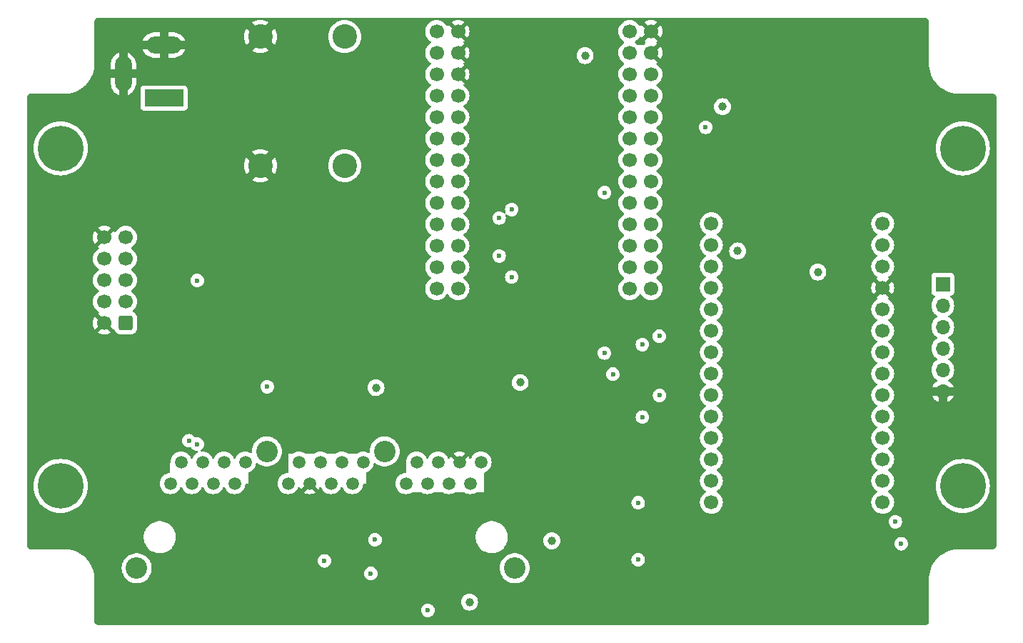
<source format=gbr>
%TF.GenerationSoftware,KiCad,Pcbnew,8.0.0*%
%TF.CreationDate,2024-03-26T17:27:08+01:00*%
%TF.ProjectId,som-exp-host,736f6d2d-6578-4702-9d68-6f73742e6b69,rev?*%
%TF.SameCoordinates,Original*%
%TF.FileFunction,Copper,L3,Inr*%
%TF.FilePolarity,Positive*%
%FSLAX46Y46*%
G04 Gerber Fmt 4.6, Leading zero omitted, Abs format (unit mm)*
G04 Created by KiCad (PCBNEW 8.0.0) date 2024-03-26 17:27:08*
%MOMM*%
%LPD*%
G01*
G04 APERTURE LIST*
G04 Aperture macros list*
%AMRoundRect*
0 Rectangle with rounded corners*
0 $1 Rounding radius*
0 $2 $3 $4 $5 $6 $7 $8 $9 X,Y pos of 4 corners*
0 Add a 4 corners polygon primitive as box body*
4,1,4,$2,$3,$4,$5,$6,$7,$8,$9,$2,$3,0*
0 Add four circle primitives for the rounded corners*
1,1,$1+$1,$2,$3*
1,1,$1+$1,$4,$5*
1,1,$1+$1,$6,$7*
1,1,$1+$1,$8,$9*
0 Add four rect primitives between the rounded corners*
20,1,$1+$1,$2,$3,$4,$5,0*
20,1,$1+$1,$4,$5,$6,$7,0*
20,1,$1+$1,$6,$7,$8,$9,0*
20,1,$1+$1,$8,$9,$2,$3,0*%
G04 Aperture macros list end*
%TA.AperFunction,ComponentPad*%
%ADD10C,5.400000*%
%TD*%
%TA.AperFunction,ComponentPad*%
%ADD11C,2.910000*%
%TD*%
%TA.AperFunction,ComponentPad*%
%ADD12RoundRect,0.250000X0.600000X0.600000X-0.600000X0.600000X-0.600000X-0.600000X0.600000X-0.600000X0*%
%TD*%
%TA.AperFunction,ComponentPad*%
%ADD13C,1.700000*%
%TD*%
%TA.AperFunction,ComponentPad*%
%ADD14R,4.600000X2.000000*%
%TD*%
%TA.AperFunction,ComponentPad*%
%ADD15O,4.200000X2.000000*%
%TD*%
%TA.AperFunction,ComponentPad*%
%ADD16O,2.000000X4.200000*%
%TD*%
%TA.AperFunction,ComponentPad*%
%ADD17R,1.700000X1.700000*%
%TD*%
%TA.AperFunction,ComponentPad*%
%ADD18O,1.700000X1.700000*%
%TD*%
%TA.AperFunction,ComponentPad*%
%ADD19C,1.500000*%
%TD*%
%TA.AperFunction,ComponentPad*%
%ADD20C,2.550000*%
%TD*%
%TA.AperFunction,ViaPad*%
%ADD21C,0.600000*%
%TD*%
%TA.AperFunction,ViaPad*%
%ADD22C,1.000000*%
%TD*%
G04 APERTURE END LIST*
D10*
%TO.N,unconnected-(H2-Pad1)*%
%TO.C,H2*%
X197500000Y-66250000D03*
%TD*%
D11*
%TO.N,VIN*%
%TO.C,J3*%
X124192000Y-68300000D03*
X124192000Y-53000000D03*
%TD*%
%TO.N,GND*%
%TO.C,J2*%
X114192000Y-68300000D03*
X114192000Y-53000000D03*
%TD*%
D10*
%TO.N,unconnected-(H3-Pad1)*%
%TO.C,H3*%
X90500000Y-106250000D03*
%TD*%
%TO.N,unconnected-(H4-Pad1)*%
%TO.C,H4*%
X197500000Y-106250000D03*
%TD*%
D12*
%TO.N,/JTAG_TCK*%
%TO.C,J7*%
X98226900Y-86950600D03*
D13*
%TO.N,GND*%
X95686900Y-86950600D03*
%TO.N,/JTAG_TDO*%
X98226900Y-84410600D03*
%TO.N,3V3 FPGA*%
X95686900Y-84410600D03*
%TO.N,/JTAG_TMS*%
X98226900Y-81870600D03*
%TO.N,unconnected-(J7-Pin_6-Pad6)*%
X95686900Y-81870600D03*
%TO.N,unconnected-(J7-Pin_7-Pad7)*%
X98226900Y-79330600D03*
%TO.N,unconnected-(J7-Pin_8-Pad8)*%
X95686900Y-79330600D03*
%TO.N,/JTAG_TDI*%
X98226900Y-76790600D03*
%TO.N,GND*%
X95686900Y-76790600D03*
%TD*%
D14*
%TO.N,VIN*%
%TO.C,J5*%
X102750000Y-60300000D03*
D15*
%TO.N,GND*%
X102750000Y-54000000D03*
D16*
X97950000Y-57400000D03*
%TD*%
D17*
%TO.N,3V3 FPGA*%
%TO.C,J6*%
X195130800Y-82340000D03*
D18*
%TO.N,/FPGA_GPIO_1*%
X195130800Y-84880000D03*
%TO.N,/FPGA_GPIO_2*%
X195130800Y-87420000D03*
%TO.N,/SUT_I2C_SDA*%
X195130800Y-89960000D03*
%TO.N,/SUT_I2C_SCL*%
X195130800Y-92500000D03*
%TO.N,GND*%
X195130800Y-95040000D03*
%TD*%
D19*
%TO.N,/LVDS_JTAG_TDO_N*%
%TO.C,J1*%
X103524600Y-105970000D03*
%TO.N,/LVDS_JTAG_TDO_P*%
X104794600Y-103430000D03*
%TO.N,/LVDS_JTAG_TDI_N*%
X106064600Y-105970000D03*
%TO.N,/LVDS_JTAG_TMS_N*%
X107334600Y-103430000D03*
%TO.N,/LVDS_JTAG_TMS_P*%
X108604600Y-105970000D03*
%TO.N,/LVDS_JTAG_TDI_P*%
X109874600Y-103430000D03*
%TO.N,/LVDS_JTAG_TCK_N*%
X111144600Y-105970000D03*
%TO.N,/LVDS_JTAG_TCK_P*%
X112414600Y-103430000D03*
%TO.N,/RS485_UART_TX_0_P*%
X117494600Y-105970000D03*
%TO.N,/RS485_UART_TX_0_N*%
X118764600Y-103430000D03*
%TO.N,GND*%
X120034600Y-105970000D03*
%TO.N,/RS485_UART_RX_0_N*%
X121304600Y-103430000D03*
%TO.N,/RS485_UART_RX_0_P*%
X122574600Y-105970000D03*
%TO.N,GND*%
X123844600Y-103430000D03*
%TO.N,/CAN_I2C_SDA_N*%
X125114600Y-105970000D03*
%TO.N,/CAN_I2C_SDA_P*%
X126384600Y-103430000D03*
%TO.N,/RX485_UART_TX_1_P*%
X131464600Y-105970000D03*
%TO.N,/RX485_UART_TX_1_N*%
X132734600Y-103430000D03*
%TO.N,GND*%
X134004600Y-105970000D03*
%TO.N,/RS485_UART_RX_1_N*%
X135274600Y-103430000D03*
%TO.N,/RS485_UART_RX_1_P*%
X136544600Y-105970000D03*
%TO.N,GND*%
X137814600Y-103430000D03*
%TO.N,/CAN_I2C_SCL_N*%
X139084600Y-105970000D03*
%TO.N,/CAN_I2C_SCL_P*%
X140354600Y-103430000D03*
D20*
%TO.N,unconnected-(J1-PadMH3)*%
X99519600Y-116000000D03*
%TO.N,unconnected-(J1-PadMH4)*%
X144359600Y-116000000D03*
%TO.N,unconnected-(J1-PadMH5)*%
X114954600Y-102160000D03*
%TO.N,unconnected-(J1-PadMH6)*%
X128924600Y-102160000D03*
%TD*%
D13*
%TO.N,GND*%
%TO.C,U2*%
X137627000Y-52378000D03*
%TO.N,Net-(U2-3V3-PadCN2-2)*%
X135087000Y-52378000D03*
%TO.N,GND*%
X137627000Y-54918000D03*
%TO.N,Net-(U2-3V3-PadCN2-2)*%
X135087000Y-54918000D03*
%TO.N,GND*%
X137627000Y-57458000D03*
%TO.N,Net-(U2-3V3-PadCN2-2)*%
X135087000Y-57458000D03*
%TO.N,unconnected-(U2-~{RESET}-PadCN2-7)*%
X137627000Y-59998000D03*
%TO.N,/FTDI_UART_TX_0*%
X135087000Y-59998000D03*
%TO.N,/FTDI_UART_RX_0*%
X137627000Y-62538000D03*
%TO.N,unconnected-(U2-AD2-PadCN2-10)*%
X135087000Y-62538000D03*
%TO.N,unconnected-(U2-AD3-PadCN2-11)*%
X137627000Y-65078000D03*
%TO.N,Net-(U2-3V3-PadCN2-2)*%
X135087000Y-65078000D03*
%TO.N,unconnected-(U2-AD4-PadCN2-13)*%
X137627000Y-67618000D03*
%TO.N,unconnected-(U2-AD5-PadCN2-14)*%
X135087000Y-67618000D03*
%TO.N,unconnected-(U2-AD6-PadCN2-15)*%
X137627000Y-70158000D03*
%TO.N,unconnected-(U2-AD7-PadCN2-16)*%
X135087000Y-70158000D03*
%TO.N,/FTDI_UART_TX_1*%
X137627000Y-72698000D03*
%TO.N,/FTDI_UART_RX_1*%
X135087000Y-72698000D03*
%TO.N,unconnected-(U2-BD2-PadCN2-19)*%
X137627000Y-75238000D03*
%TO.N,unconnected-(U2-BD3-PadCN2-20)*%
X135087000Y-75238000D03*
%TO.N,unconnected-(U2-BD4-PadCN2-21)*%
X137627000Y-77778000D03*
%TO.N,unconnected-(U2-N{slash}A-PadCN2-22)*%
X135087000Y-77778000D03*
%TO.N,unconnected-(U2-BD5-PadCN2-23)*%
X137627000Y-80318000D03*
%TO.N,unconnected-(U2-BD6-PadCN2-24)*%
X135087000Y-80318000D03*
%TO.N,unconnected-(U2-BD7-PadCN2-25)*%
X137627000Y-82858000D03*
%TO.N,unconnected-(U2-~{SUSPEND}-PadCN2-26)*%
X135087000Y-82858000D03*
%TO.N,GND*%
X160517000Y-52378000D03*
%TO.N,unconnected-(U2-VBUS-PadCN3-2)*%
X157977000Y-52378000D03*
%TO.N,GND*%
X160517000Y-54918000D03*
%TO.N,VIN*%
X157977000Y-54918000D03*
%TO.N,unconnected-(U2-CLK-PadCN3-5)*%
X160517000Y-57458000D03*
%TO.N,unconnected-(U2-CS-PadCN3-6)*%
X157977000Y-57458000D03*
%TO.N,unconnected-(U2-~{PWREN}-PadCN3-7)*%
X160517000Y-59998000D03*
%TO.N,unconnected-(U2-DATA-PadCN3-8)*%
X157977000Y-59998000D03*
%TO.N,unconnected-(U2-DD6-PadCN3-9)*%
X160517000Y-62538000D03*
%TO.N,unconnected-(U2-DD7-PadCN3-10)*%
X157977000Y-62538000D03*
%TO.N,Net-(U2-3V3-PadCN2-2)*%
X160517000Y-65078000D03*
%TO.N,unconnected-(U2-DD5-PadCN3-12)*%
X157977000Y-65078000D03*
%TO.N,unconnected-(U2-DD3-PadCN3-13)*%
X160517000Y-67618000D03*
%TO.N,unconnected-(U2-DD4-PadCN3-14)*%
X157977000Y-67618000D03*
%TO.N,/FTDI_UART_CMD_RX*%
X160517000Y-70158000D03*
%TO.N,unconnected-(U2-DD2-PadCN3-16)*%
X157977000Y-70158000D03*
%TO.N,unconnected-(U2-CD7-PadCN3-17)*%
X160517000Y-72698000D03*
%TO.N,/FTDI_UART_CMD_TX*%
X157977000Y-72698000D03*
%TO.N,unconnected-(U2-CD5-PadCN3-19)*%
X160517000Y-75238000D03*
%TO.N,unconnected-(U2-CD6-PadCN3-20)*%
X157977000Y-75238000D03*
%TO.N,Net-(U2-3V3-PadCN2-2)*%
X160517000Y-77778000D03*
%TO.N,unconnected-(U2-CD4-PadCN3-22)*%
X157977000Y-77778000D03*
%TO.N,unconnected-(U2-CD2-PadCN3-23)*%
X160517000Y-80318000D03*
%TO.N,unconnected-(U2-CD3-PadCN3-24)*%
X157977000Y-80318000D03*
%TO.N,/FTDI_UART_CURR_TX*%
X160517000Y-82858000D03*
%TO.N,/FTDI_UART_CURR_RX*%
X157977000Y-82858000D03*
%TD*%
%TO.N,/FTDI_UART_RX_0*%
%TO.C,U1*%
X167680000Y-75160000D03*
%TO.N,/FTDI_UART_TX_0*%
X167680000Y-77700000D03*
%TO.N,/FTDI_UART_RX_1*%
X167680000Y-80240000D03*
%TO.N,/FTDI_UART_TX_1*%
X167680000Y-82780000D03*
%TO.N,/FTDI_UART_CURR_RX*%
X167680000Y-85320000D03*
%TO.N,/FTDI_UART_CURR_TX*%
X167680000Y-87860000D03*
%TO.N,/FTDI_UART_CMD_RX*%
X167680000Y-90400000D03*
%TO.N,/FTDI_UART_CMD_TX*%
X167680000Y-92940000D03*
%TO.N,/SUT_UART_RX_0*%
X167680000Y-95480000D03*
%TO.N,/SUT_UART_TX_0*%
X167680000Y-98020000D03*
%TO.N,/SUT_UART_RX_1*%
X167680000Y-100560000D03*
%TO.N,/SUT_UART_TX_1*%
X167680000Y-103100000D03*
%TO.N,/SUT_I2C_SDA*%
X167680000Y-105640000D03*
%TO.N,/SUT_I2C_SCL*%
X167680000Y-108180000D03*
%TO.N,unconnected-(U1-H19-Pad15)*%
X188000000Y-108180000D03*
%TO.N,unconnected-(U1-L19-Pad16)*%
X188000000Y-105640000D03*
%TO.N,unconnected-(U1-L20-Pad17)*%
X188000000Y-103100000D03*
%TO.N,unconnected-(U1-P15-Pad18)*%
X188000000Y-100560000D03*
%TO.N,unconnected-(U1-N15-Pad19)*%
X188000000Y-98020000D03*
%TO.N,unconnected-(U1-A20-Pad20)*%
X188000000Y-95480000D03*
%TO.N,unconnected-(U1-A19-Pad21)*%
X188000000Y-92940000D03*
%TO.N,/FPGA_GPIO_2*%
X188000000Y-90400000D03*
%TO.N,/FPGA_GPIO_1*%
X188000000Y-87860000D03*
%TO.N,unconnected-(U1-~{RESET}-Pad24)*%
X188000000Y-85320000D03*
%TO.N,GND*%
X188000000Y-82780000D03*
%TO.N,3V3 FPGA*%
X188000000Y-80240000D03*
%TO.N,VIN*%
X188000000Y-77700000D03*
%TO.N,unconnected-(U1-5V-Pad28)*%
X188000000Y-75160000D03*
%TD*%
D10*
%TO.N,unconnected-(H1-Pad1)*%
%TO.C,H1*%
X90500000Y-66250000D03*
%TD*%
D21*
%TO.N,/SUT_UART_TX_0*%
X159500000Y-89500000D03*
X159500000Y-98100000D03*
%TO.N,/SUT_UART_RX_0*%
X161500000Y-88500000D03*
X161524600Y-95524600D03*
%TO.N,3V3 FPGA*%
X121789800Y-115130000D03*
D22*
X145000000Y-94000000D03*
X148750000Y-112750000D03*
X180298800Y-80904600D03*
D21*
X115000000Y-94500000D03*
X127789800Y-112630000D03*
D22*
X127900000Y-94600000D03*
D21*
X127289800Y-116630000D03*
D22*
X139000000Y-120014300D03*
D21*
%TO.N,/SUT_I2C_SDA*%
X134050000Y-121000000D03*
X189500000Y-110500000D03*
%TO.N,/LVDS_JTAG_TDI_N*%
X105709792Y-100889166D03*
%TO.N,/LVDS_JTAG_TDI_P*%
X106700000Y-101300000D03*
%TO.N,/SUT_I2C_SCL*%
X159000000Y-115000000D03*
X190200000Y-113100000D03*
X159000000Y-108250000D03*
%TO.N,/FTDI_UART_RX_1*%
X142500000Y-79000000D03*
X142500000Y-74500000D03*
%TO.N,/FTDI_UART_CMD_TX*%
X156000000Y-93000000D03*
%TO.N,/FTDI_UART_CMD_RX*%
X155000000Y-90500000D03*
X155000000Y-71500000D03*
%TO.N,/FTDI_UART_RX_0*%
X167000000Y-63750000D03*
D22*
%TO.N,/FTDI_UART_TX_0*%
X169000000Y-61300000D03*
D21*
%TO.N,/FTDI_UART_TX_1*%
X144000000Y-81500000D03*
X144000000Y-73500000D03*
D22*
%TO.N,GND*%
X125500000Y-100750000D03*
X169700000Y-114950000D03*
X147500000Y-60000000D03*
X131400000Y-108200000D03*
X114200000Y-97400000D03*
D21*
X125069400Y-77400600D03*
D22*
X174798800Y-61404600D03*
D21*
X108700000Y-75700000D03*
X108214400Y-90439200D03*
D22*
X150000000Y-72000000D03*
X112950000Y-108950000D03*
X131500000Y-114900000D03*
X139250000Y-98700000D03*
X94500000Y-97600000D03*
D21*
X125500000Y-91900000D03*
D22*
X175300000Y-98800000D03*
X115500000Y-87000000D03*
X142000000Y-72000000D03*
D21*
X101000000Y-90314200D03*
D22*
%TO.N,VIN*%
X170798800Y-78404600D03*
X152700000Y-55250000D03*
D21*
%TO.N,/JTAG_TMS*%
X106700000Y-81900000D03*
%TD*%
%TA.AperFunction,Conductor*%
%TO.N,GND*%
G36*
X160051075Y-52570993D02*
G01*
X160116901Y-52685007D01*
X160209993Y-52778099D01*
X160324007Y-52843925D01*
X160387590Y-52860962D01*
X159755625Y-53492925D01*
X159832031Y-53546425D01*
X159875655Y-53601002D01*
X159882848Y-53670501D01*
X159851326Y-53732855D01*
X159832029Y-53749576D01*
X159755625Y-53803072D01*
X159754700Y-53813644D01*
X159774357Y-53849642D01*
X159769373Y-53919334D01*
X159727501Y-53975267D01*
X159662037Y-53999684D01*
X159653191Y-54000000D01*
X159020258Y-54000000D01*
X158953219Y-53980315D01*
X158932577Y-53963681D01*
X158848402Y-53879506D01*
X158848396Y-53879501D01*
X158662842Y-53749575D01*
X158619217Y-53694998D01*
X158612023Y-53625500D01*
X158643546Y-53563145D01*
X158662842Y-53546425D01*
X158685026Y-53530891D01*
X158848401Y-53416495D01*
X159015495Y-53249401D01*
X159145732Y-53063403D01*
X159200307Y-53019780D01*
X159269805Y-53012586D01*
X159332160Y-53044109D01*
X159348880Y-53063405D01*
X159402073Y-53139373D01*
X160034037Y-52507409D01*
X160051075Y-52570993D01*
G37*
%TD.AperFunction*%
%TA.AperFunction,Conductor*%
G36*
X193006922Y-50751280D02*
G01*
X193097266Y-50761459D01*
X193124331Y-50767636D01*
X193203540Y-50795352D01*
X193228553Y-50807398D01*
X193299606Y-50852043D01*
X193321313Y-50869355D01*
X193380644Y-50928686D01*
X193397957Y-50950395D01*
X193442600Y-51021444D01*
X193454648Y-51046462D01*
X193482362Y-51125666D01*
X193488540Y-51152735D01*
X193498720Y-51243076D01*
X193499500Y-51256961D01*
X193499500Y-56421965D01*
X193533210Y-56764249D01*
X193600308Y-57101572D01*
X193700150Y-57430706D01*
X193711456Y-57458000D01*
X193820340Y-57720871D01*
X193831770Y-57748464D01*
X193831772Y-57748469D01*
X193993893Y-58051775D01*
X193993904Y-58051793D01*
X194184975Y-58337751D01*
X194184985Y-58337765D01*
X194403176Y-58603632D01*
X194646367Y-58846823D01*
X194646372Y-58846827D01*
X194646373Y-58846828D01*
X194912240Y-59065019D01*
X195198213Y-59256100D01*
X195198222Y-59256105D01*
X195198224Y-59256106D01*
X195501530Y-59418227D01*
X195501532Y-59418227D01*
X195501538Y-59418231D01*
X195819295Y-59549850D01*
X196148422Y-59649690D01*
X196485750Y-59716789D01*
X196828031Y-59750500D01*
X196934108Y-59750500D01*
X200934108Y-59750500D01*
X200993038Y-59750500D01*
X201006922Y-59751280D01*
X201097266Y-59761459D01*
X201124331Y-59767636D01*
X201203540Y-59795352D01*
X201228553Y-59807398D01*
X201299606Y-59852043D01*
X201321313Y-59869355D01*
X201380644Y-59928686D01*
X201397957Y-59950395D01*
X201442600Y-60021444D01*
X201454648Y-60046462D01*
X201482362Y-60125666D01*
X201488540Y-60152735D01*
X201492075Y-60184108D01*
X201497630Y-60233408D01*
X201498720Y-60243076D01*
X201499500Y-60256961D01*
X201499500Y-113243038D01*
X201498720Y-113256923D01*
X201488540Y-113347264D01*
X201482362Y-113374333D01*
X201454648Y-113453537D01*
X201442600Y-113478555D01*
X201397957Y-113549604D01*
X201380644Y-113571313D01*
X201321313Y-113630644D01*
X201299604Y-113647957D01*
X201228555Y-113692600D01*
X201203537Y-113704648D01*
X201124333Y-113732362D01*
X201097264Y-113738540D01*
X201017075Y-113747576D01*
X201006921Y-113748720D01*
X200993038Y-113749500D01*
X197065892Y-113749500D01*
X197000000Y-113749500D01*
X196828031Y-113749500D01*
X196749966Y-113757188D01*
X196485750Y-113783210D01*
X196148427Y-113850308D01*
X195819293Y-113950150D01*
X195501535Y-114081770D01*
X195501530Y-114081772D01*
X195198224Y-114243893D01*
X195198206Y-114243904D01*
X194912248Y-114434975D01*
X194912234Y-114434985D01*
X194646367Y-114653176D01*
X194403176Y-114896367D01*
X194184985Y-115162234D01*
X194184975Y-115162248D01*
X193993904Y-115448206D01*
X193993893Y-115448224D01*
X193831772Y-115751530D01*
X193831770Y-115751535D01*
X193700150Y-116069293D01*
X193600308Y-116398427D01*
X193533210Y-116735750D01*
X193499500Y-117078034D01*
X193499500Y-122243038D01*
X193498720Y-122256923D01*
X193488540Y-122347264D01*
X193482362Y-122374333D01*
X193454648Y-122453537D01*
X193442600Y-122478555D01*
X193397957Y-122549604D01*
X193380644Y-122571313D01*
X193321313Y-122630644D01*
X193299604Y-122647957D01*
X193228555Y-122692600D01*
X193203537Y-122704648D01*
X193124333Y-122732362D01*
X193097264Y-122738540D01*
X193017075Y-122747576D01*
X193006921Y-122748720D01*
X192993038Y-122749500D01*
X95006962Y-122749500D01*
X94993078Y-122748720D01*
X94980553Y-122747308D01*
X94902735Y-122738540D01*
X94875666Y-122732362D01*
X94796462Y-122704648D01*
X94771444Y-122692600D01*
X94700395Y-122647957D01*
X94678686Y-122630644D01*
X94619355Y-122571313D01*
X94602042Y-122549604D01*
X94557399Y-122478555D01*
X94545351Y-122453537D01*
X94517637Y-122374333D01*
X94511459Y-122347263D01*
X94501280Y-122256922D01*
X94500500Y-122243038D01*
X94500500Y-121000003D01*
X133244435Y-121000003D01*
X133264630Y-121179249D01*
X133264631Y-121179254D01*
X133324211Y-121349523D01*
X133420184Y-121502262D01*
X133547738Y-121629816D01*
X133700478Y-121725789D01*
X133870745Y-121785368D01*
X133870750Y-121785369D01*
X134049996Y-121805565D01*
X134050000Y-121805565D01*
X134050004Y-121805565D01*
X134229249Y-121785369D01*
X134229252Y-121785368D01*
X134229255Y-121785368D01*
X134399522Y-121725789D01*
X134552262Y-121629816D01*
X134679816Y-121502262D01*
X134775789Y-121349522D01*
X134835368Y-121179255D01*
X134853352Y-121019640D01*
X134855565Y-121000003D01*
X134855565Y-120999996D01*
X134835369Y-120820750D01*
X134835368Y-120820745D01*
X134775788Y-120650476D01*
X134727005Y-120572839D01*
X134679816Y-120497738D01*
X134552262Y-120370184D01*
X134399523Y-120274211D01*
X134229254Y-120214631D01*
X134229249Y-120214630D01*
X134050004Y-120194435D01*
X134049996Y-120194435D01*
X133870750Y-120214630D01*
X133870745Y-120214631D01*
X133700476Y-120274211D01*
X133547737Y-120370184D01*
X133420184Y-120497737D01*
X133324211Y-120650476D01*
X133264631Y-120820745D01*
X133264630Y-120820750D01*
X133244435Y-120999996D01*
X133244435Y-121000003D01*
X94500500Y-121000003D01*
X94500500Y-120014300D01*
X137994659Y-120014300D01*
X138013975Y-120210429D01*
X138071188Y-120399033D01*
X138164086Y-120572832D01*
X138164090Y-120572839D01*
X138289116Y-120725183D01*
X138441460Y-120850209D01*
X138441467Y-120850213D01*
X138615266Y-120943111D01*
X138615269Y-120943111D01*
X138615273Y-120943114D01*
X138803868Y-121000324D01*
X139000000Y-121019641D01*
X139196132Y-121000324D01*
X139384727Y-120943114D01*
X139558538Y-120850210D01*
X139710883Y-120725183D01*
X139835910Y-120572838D01*
X139928814Y-120399027D01*
X139986024Y-120210432D01*
X140005341Y-120014300D01*
X139986024Y-119818168D01*
X139928814Y-119629573D01*
X139928811Y-119629569D01*
X139928811Y-119629566D01*
X139835913Y-119455767D01*
X139835909Y-119455760D01*
X139710883Y-119303416D01*
X139558539Y-119178390D01*
X139558532Y-119178386D01*
X139384733Y-119085488D01*
X139384727Y-119085486D01*
X139196132Y-119028276D01*
X139196129Y-119028275D01*
X139000000Y-119008959D01*
X138803870Y-119028275D01*
X138615266Y-119085488D01*
X138441467Y-119178386D01*
X138441460Y-119178390D01*
X138289116Y-119303416D01*
X138164090Y-119455760D01*
X138164086Y-119455767D01*
X138071188Y-119629566D01*
X138013975Y-119818170D01*
X137994659Y-120014300D01*
X94500500Y-120014300D01*
X94500500Y-117078034D01*
X94466789Y-116735750D01*
X94399691Y-116398427D01*
X94399690Y-116398426D01*
X94399690Y-116398422D01*
X94299850Y-116069295D01*
X94271149Y-116000004D01*
X97739121Y-116000004D01*
X97759005Y-116265357D01*
X97759005Y-116265359D01*
X97789377Y-116398427D01*
X97818223Y-116524805D01*
X97915444Y-116772521D01*
X98048499Y-117002980D01*
X98108351Y-117078031D01*
X98214420Y-117211037D01*
X98266991Y-117259815D01*
X98409490Y-117392035D01*
X98629361Y-117541940D01*
X98869114Y-117657399D01*
X98869115Y-117657399D01*
X98869118Y-117657401D01*
X99123406Y-117735839D01*
X99123407Y-117735839D01*
X99123410Y-117735840D01*
X99386537Y-117775499D01*
X99386542Y-117775499D01*
X99386545Y-117775500D01*
X99386546Y-117775500D01*
X99652654Y-117775500D01*
X99652655Y-117775500D01*
X99652662Y-117775499D01*
X99915789Y-117735840D01*
X99915790Y-117735839D01*
X99915794Y-117735839D01*
X100170082Y-117657401D01*
X100409840Y-117541940D01*
X100629710Y-117392035D01*
X100824783Y-117211033D01*
X100990701Y-117002980D01*
X101123756Y-116772521D01*
X101179690Y-116630003D01*
X126484235Y-116630003D01*
X126504430Y-116809249D01*
X126504431Y-116809254D01*
X126564011Y-116979523D01*
X126625908Y-117078031D01*
X126659984Y-117132262D01*
X126787538Y-117259816D01*
X126940278Y-117355789D01*
X127043863Y-117392035D01*
X127110545Y-117415368D01*
X127110550Y-117415369D01*
X127289796Y-117435565D01*
X127289800Y-117435565D01*
X127289804Y-117435565D01*
X127469049Y-117415369D01*
X127469052Y-117415368D01*
X127469055Y-117415368D01*
X127639322Y-117355789D01*
X127792062Y-117259816D01*
X127919616Y-117132262D01*
X128015589Y-116979522D01*
X128075168Y-116809255D01*
X128083450Y-116735750D01*
X128095365Y-116630003D01*
X128095365Y-116629996D01*
X128075169Y-116450750D01*
X128075168Y-116450745D01*
X128015588Y-116280476D01*
X127919615Y-116127737D01*
X127792062Y-116000184D01*
X127791776Y-116000004D01*
X142579121Y-116000004D01*
X142599005Y-116265357D01*
X142599005Y-116265359D01*
X142629377Y-116398427D01*
X142658223Y-116524805D01*
X142755444Y-116772521D01*
X142888499Y-117002980D01*
X142948351Y-117078031D01*
X143054420Y-117211037D01*
X143106991Y-117259815D01*
X143249490Y-117392035D01*
X143469361Y-117541940D01*
X143709114Y-117657399D01*
X143709115Y-117657399D01*
X143709118Y-117657401D01*
X143963406Y-117735839D01*
X143963407Y-117735839D01*
X143963410Y-117735840D01*
X144226537Y-117775499D01*
X144226542Y-117775499D01*
X144226545Y-117775500D01*
X144226546Y-117775500D01*
X144492654Y-117775500D01*
X144492655Y-117775500D01*
X144492662Y-117775499D01*
X144755789Y-117735840D01*
X144755790Y-117735839D01*
X144755794Y-117735839D01*
X145010082Y-117657401D01*
X145249840Y-117541940D01*
X145469710Y-117392035D01*
X145664783Y-117211033D01*
X145830701Y-117002980D01*
X145963756Y-116772521D01*
X146060977Y-116524805D01*
X146120193Y-116265367D01*
X146134886Y-116069295D01*
X146140079Y-116000004D01*
X146140079Y-115999995D01*
X146120194Y-115734642D01*
X146120194Y-115734640D01*
X146120193Y-115734636D01*
X146120193Y-115734633D01*
X146060977Y-115475195D01*
X145963756Y-115227479D01*
X145832423Y-115000003D01*
X158194435Y-115000003D01*
X158214630Y-115179249D01*
X158214631Y-115179254D01*
X158274211Y-115349523D01*
X158355895Y-115479522D01*
X158370184Y-115502262D01*
X158497738Y-115629816D01*
X158650478Y-115725789D01*
X158747719Y-115759815D01*
X158820745Y-115785368D01*
X158820750Y-115785369D01*
X158999996Y-115805565D01*
X159000000Y-115805565D01*
X159000004Y-115805565D01*
X159179249Y-115785369D01*
X159179252Y-115785368D01*
X159179255Y-115785368D01*
X159349522Y-115725789D01*
X159502262Y-115629816D01*
X159629816Y-115502262D01*
X159725789Y-115349522D01*
X159785368Y-115179255D01*
X159785369Y-115179249D01*
X159805565Y-115000003D01*
X159805565Y-114999996D01*
X159785369Y-114820750D01*
X159785368Y-114820745D01*
X159726733Y-114653176D01*
X159725789Y-114650478D01*
X159711500Y-114627738D01*
X159629815Y-114497737D01*
X159502262Y-114370184D01*
X159349523Y-114274211D01*
X159179254Y-114214631D01*
X159179249Y-114214630D01*
X159000004Y-114194435D01*
X158999996Y-114194435D01*
X158820750Y-114214630D01*
X158820745Y-114214631D01*
X158650476Y-114274211D01*
X158497737Y-114370184D01*
X158370184Y-114497737D01*
X158274211Y-114650476D01*
X158214631Y-114820745D01*
X158214630Y-114820750D01*
X158194435Y-114999996D01*
X158194435Y-115000003D01*
X145832423Y-115000003D01*
X145830701Y-114997020D01*
X145664783Y-114788967D01*
X145664782Y-114788966D01*
X145664779Y-114788962D01*
X145469710Y-114607965D01*
X145311624Y-114500184D01*
X145249840Y-114458060D01*
X145249836Y-114458058D01*
X145249833Y-114458056D01*
X145249832Y-114458055D01*
X145014304Y-114344632D01*
X145010084Y-114342600D01*
X145010086Y-114342600D01*
X144755795Y-114264161D01*
X144755789Y-114264159D01*
X144492662Y-114224500D01*
X144492655Y-114224500D01*
X144226545Y-114224500D01*
X144226537Y-114224500D01*
X143963410Y-114264159D01*
X143963404Y-114264161D01*
X143709114Y-114342600D01*
X143469369Y-114458055D01*
X143469360Y-114458060D01*
X143249492Y-114607963D01*
X143054420Y-114788962D01*
X142888499Y-114997020D01*
X142755444Y-115227478D01*
X142658225Y-115475189D01*
X142658220Y-115475206D01*
X142599005Y-115734640D01*
X142599005Y-115734642D01*
X142579121Y-115999995D01*
X142579121Y-116000004D01*
X127791776Y-116000004D01*
X127639323Y-115904211D01*
X127469054Y-115844631D01*
X127469049Y-115844630D01*
X127289804Y-115824435D01*
X127289796Y-115824435D01*
X127110550Y-115844630D01*
X127110545Y-115844631D01*
X126940276Y-115904211D01*
X126787537Y-116000184D01*
X126659984Y-116127737D01*
X126564011Y-116280476D01*
X126504431Y-116450745D01*
X126504430Y-116450750D01*
X126484235Y-116629996D01*
X126484235Y-116630003D01*
X101179690Y-116630003D01*
X101220977Y-116524805D01*
X101280193Y-116265367D01*
X101294886Y-116069295D01*
X101300079Y-116000004D01*
X101300079Y-115999995D01*
X101280194Y-115734642D01*
X101280194Y-115734640D01*
X101280193Y-115734636D01*
X101280193Y-115734633D01*
X101220977Y-115475195D01*
X101123756Y-115227479D01*
X101067478Y-115130003D01*
X120984235Y-115130003D01*
X121004430Y-115309249D01*
X121004431Y-115309254D01*
X121064011Y-115479523D01*
X121158446Y-115629815D01*
X121159984Y-115632262D01*
X121287538Y-115759816D01*
X121360347Y-115805565D01*
X121422521Y-115844632D01*
X121440278Y-115855789D01*
X121578660Y-115904211D01*
X121610545Y-115915368D01*
X121610550Y-115915369D01*
X121789796Y-115935565D01*
X121789800Y-115935565D01*
X121789804Y-115935565D01*
X121969049Y-115915369D01*
X121969052Y-115915368D01*
X121969055Y-115915368D01*
X122139322Y-115855789D01*
X122292062Y-115759816D01*
X122419616Y-115632262D01*
X122515589Y-115479522D01*
X122575168Y-115309255D01*
X122588272Y-115192952D01*
X122595365Y-115130003D01*
X122595365Y-115129996D01*
X122575169Y-114950750D01*
X122575168Y-114950745D01*
X122518559Y-114788967D01*
X122515589Y-114780478D01*
X122508203Y-114768724D01*
X122435597Y-114653172D01*
X122419616Y-114627738D01*
X122292062Y-114500184D01*
X122288168Y-114497737D01*
X122139323Y-114404211D01*
X121969054Y-114344631D01*
X121969049Y-114344630D01*
X121789804Y-114324435D01*
X121789796Y-114324435D01*
X121610550Y-114344630D01*
X121610545Y-114344631D01*
X121440276Y-114404211D01*
X121287537Y-114500184D01*
X121159984Y-114627737D01*
X121064011Y-114780476D01*
X121004431Y-114950745D01*
X121004430Y-114950750D01*
X120984235Y-115129996D01*
X120984235Y-115130003D01*
X101067478Y-115130003D01*
X100990701Y-114997020D01*
X100824783Y-114788967D01*
X100824782Y-114788966D01*
X100824779Y-114788962D01*
X100629710Y-114607965D01*
X100471624Y-114500184D01*
X100409840Y-114458060D01*
X100409836Y-114458058D01*
X100409833Y-114458056D01*
X100409832Y-114458055D01*
X100174304Y-114344632D01*
X100170084Y-114342600D01*
X100170086Y-114342600D01*
X99915795Y-114264161D01*
X99915789Y-114264159D01*
X99652662Y-114224500D01*
X99652655Y-114224500D01*
X99386545Y-114224500D01*
X99386537Y-114224500D01*
X99123410Y-114264159D01*
X99123404Y-114264161D01*
X98869114Y-114342600D01*
X98629369Y-114458055D01*
X98629360Y-114458060D01*
X98409492Y-114607963D01*
X98214420Y-114788962D01*
X98048499Y-114997020D01*
X97915444Y-115227478D01*
X97818225Y-115475189D01*
X97818220Y-115475206D01*
X97759005Y-115734640D01*
X97759005Y-115734642D01*
X97739121Y-115999995D01*
X97739121Y-116000004D01*
X94271149Y-116000004D01*
X94168231Y-115751538D01*
X94154467Y-115725788D01*
X94006106Y-115448224D01*
X94006105Y-115448222D01*
X94006100Y-115448213D01*
X93815019Y-115162240D01*
X93596828Y-114896373D01*
X93596827Y-114896372D01*
X93596823Y-114896367D01*
X93353632Y-114653176D01*
X93087765Y-114434985D01*
X93087764Y-114434984D01*
X93087760Y-114434981D01*
X92801787Y-114243900D01*
X92801782Y-114243897D01*
X92801775Y-114243893D01*
X92498469Y-114081772D01*
X92498464Y-114081770D01*
X92180706Y-113950150D01*
X91851572Y-113850308D01*
X91514248Y-113783210D01*
X91514249Y-113783210D01*
X91256456Y-113757821D01*
X91171969Y-113749500D01*
X91171966Y-113749500D01*
X87006962Y-113749500D01*
X86993078Y-113748720D01*
X86980553Y-113747308D01*
X86902735Y-113738540D01*
X86875666Y-113732362D01*
X86796462Y-113704648D01*
X86771444Y-113692600D01*
X86700395Y-113647957D01*
X86678686Y-113630644D01*
X86619355Y-113571313D01*
X86602042Y-113549604D01*
X86557399Y-113478555D01*
X86545351Y-113453537D01*
X86543946Y-113449523D01*
X86517636Y-113374331D01*
X86511459Y-113347263D01*
X86501280Y-113256922D01*
X86500500Y-113243038D01*
X86500500Y-112444558D01*
X100354100Y-112444558D01*
X100354101Y-112444575D01*
X100386617Y-112691561D01*
X100451098Y-112932207D01*
X100546430Y-113162361D01*
X100546437Y-113162376D01*
X100671000Y-113378126D01*
X100822660Y-113575774D01*
X100822666Y-113575781D01*
X100998818Y-113751933D01*
X100998825Y-113751939D01*
X101196473Y-113903599D01*
X101412223Y-114028162D01*
X101412238Y-114028169D01*
X101511425Y-114069253D01*
X101642393Y-114123502D01*
X101883035Y-114187982D01*
X102130035Y-114220500D01*
X102130042Y-114220500D01*
X102379158Y-114220500D01*
X102379165Y-114220500D01*
X102626165Y-114187982D01*
X102866807Y-114123502D01*
X103096973Y-114028164D01*
X103312727Y-113903599D01*
X103510376Y-113751938D01*
X103686538Y-113575776D01*
X103838199Y-113378127D01*
X103962764Y-113162373D01*
X104058102Y-112932207D01*
X104122582Y-112691565D01*
X104130687Y-112630003D01*
X126984235Y-112630003D01*
X127004430Y-112809249D01*
X127004431Y-112809254D01*
X127064011Y-112979523D01*
X127139710Y-113099996D01*
X127159984Y-113132262D01*
X127287538Y-113259816D01*
X127318475Y-113279255D01*
X127426710Y-113347264D01*
X127440278Y-113355789D01*
X127610545Y-113415368D01*
X127610550Y-113415369D01*
X127789796Y-113435565D01*
X127789800Y-113435565D01*
X127789804Y-113435565D01*
X127969049Y-113415369D01*
X127969052Y-113415368D01*
X127969055Y-113415368D01*
X128139322Y-113355789D01*
X128292062Y-113259816D01*
X128419616Y-113132262D01*
X128515589Y-112979522D01*
X128575168Y-112809255D01*
X128581791Y-112750476D01*
X128595365Y-112630003D01*
X128595365Y-112629996D01*
X128575169Y-112450750D01*
X128575168Y-112450745D01*
X128573003Y-112444558D01*
X139724100Y-112444558D01*
X139724101Y-112444575D01*
X139756617Y-112691561D01*
X139821098Y-112932207D01*
X139916430Y-113162361D01*
X139916437Y-113162376D01*
X140041000Y-113378126D01*
X140192660Y-113575774D01*
X140192666Y-113575781D01*
X140368818Y-113751933D01*
X140368825Y-113751939D01*
X140566473Y-113903599D01*
X140782223Y-114028162D01*
X140782238Y-114028169D01*
X140881425Y-114069253D01*
X141012393Y-114123502D01*
X141253035Y-114187982D01*
X141500035Y-114220500D01*
X141500042Y-114220500D01*
X141749158Y-114220500D01*
X141749165Y-114220500D01*
X141996165Y-114187982D01*
X142236807Y-114123502D01*
X142466973Y-114028164D01*
X142682727Y-113903599D01*
X142880376Y-113751938D01*
X143056538Y-113575776D01*
X143208199Y-113378127D01*
X143332764Y-113162373D01*
X143428102Y-112932207D01*
X143476924Y-112750000D01*
X147744659Y-112750000D01*
X147763975Y-112946129D01*
X147763976Y-112946132D01*
X147810650Y-113099996D01*
X147821188Y-113134733D01*
X147914086Y-113308532D01*
X147914090Y-113308539D01*
X148039116Y-113460883D01*
X148191460Y-113585909D01*
X148191467Y-113585913D01*
X148365266Y-113678811D01*
X148365269Y-113678811D01*
X148365273Y-113678814D01*
X148553868Y-113736024D01*
X148750000Y-113755341D01*
X148946132Y-113736024D01*
X149134727Y-113678814D01*
X149308538Y-113585910D01*
X149460883Y-113460883D01*
X149585910Y-113308538D01*
X149678814Y-113134727D01*
X149689347Y-113100003D01*
X189394435Y-113100003D01*
X189414630Y-113279249D01*
X189414631Y-113279254D01*
X189474211Y-113449523D01*
X189537097Y-113549604D01*
X189570184Y-113602262D01*
X189697738Y-113729816D01*
X189850478Y-113825789D01*
X189920555Y-113850310D01*
X190020745Y-113885368D01*
X190020750Y-113885369D01*
X190199996Y-113905565D01*
X190200000Y-113905565D01*
X190200004Y-113905565D01*
X190379249Y-113885369D01*
X190379252Y-113885368D01*
X190379255Y-113885368D01*
X190549522Y-113825789D01*
X190702262Y-113729816D01*
X190829816Y-113602262D01*
X190925789Y-113449522D01*
X190985368Y-113279255D01*
X190985369Y-113279249D01*
X191005565Y-113100003D01*
X191005565Y-113099996D01*
X190985369Y-112920750D01*
X190985368Y-112920745D01*
X190946356Y-112809255D01*
X190925789Y-112750478D01*
X190829816Y-112597738D01*
X190702262Y-112470184D01*
X190661490Y-112444565D01*
X190549523Y-112374211D01*
X190379254Y-112314631D01*
X190379249Y-112314630D01*
X190200004Y-112294435D01*
X190199996Y-112294435D01*
X190020750Y-112314630D01*
X190020745Y-112314631D01*
X189850476Y-112374211D01*
X189697737Y-112470184D01*
X189570184Y-112597737D01*
X189474211Y-112750476D01*
X189414631Y-112920745D01*
X189414630Y-112920750D01*
X189394435Y-113099996D01*
X189394435Y-113100003D01*
X149689347Y-113100003D01*
X149736024Y-112946132D01*
X149755341Y-112750000D01*
X149736024Y-112553868D01*
X149678814Y-112365273D01*
X149678811Y-112365269D01*
X149678811Y-112365266D01*
X149585913Y-112191467D01*
X149585909Y-112191460D01*
X149460883Y-112039116D01*
X149308539Y-111914090D01*
X149308532Y-111914086D01*
X149134733Y-111821188D01*
X149134727Y-111821186D01*
X148946132Y-111763976D01*
X148946129Y-111763975D01*
X148750000Y-111744659D01*
X148553870Y-111763975D01*
X148365266Y-111821188D01*
X148191467Y-111914086D01*
X148191460Y-111914090D01*
X148039116Y-112039116D01*
X147914090Y-112191460D01*
X147914086Y-112191467D01*
X147821188Y-112365266D01*
X147763975Y-112553870D01*
X147744659Y-112750000D01*
X143476924Y-112750000D01*
X143492582Y-112691565D01*
X143525100Y-112444565D01*
X143525100Y-112195435D01*
X143492582Y-111948435D01*
X143428102Y-111707793D01*
X143332764Y-111477627D01*
X143233424Y-111305565D01*
X143208199Y-111261873D01*
X143056539Y-111064225D01*
X143056533Y-111064218D01*
X142880381Y-110888066D01*
X142880374Y-110888060D01*
X142682726Y-110736400D01*
X142466976Y-110611837D01*
X142466961Y-110611830D01*
X142236807Y-110516498D01*
X142175247Y-110500003D01*
X188694435Y-110500003D01*
X188714630Y-110679249D01*
X188714631Y-110679254D01*
X188774211Y-110849523D01*
X188870184Y-111002262D01*
X188997738Y-111129816D01*
X189150478Y-111225789D01*
X189253600Y-111261873D01*
X189320745Y-111285368D01*
X189320750Y-111285369D01*
X189499996Y-111305565D01*
X189500000Y-111305565D01*
X189500004Y-111305565D01*
X189679249Y-111285369D01*
X189679252Y-111285368D01*
X189679255Y-111285368D01*
X189849522Y-111225789D01*
X190002262Y-111129816D01*
X190129816Y-111002262D01*
X190225789Y-110849522D01*
X190285368Y-110679255D01*
X190292964Y-110611837D01*
X190305565Y-110500003D01*
X190305565Y-110499996D01*
X190285369Y-110320750D01*
X190285368Y-110320745D01*
X190225788Y-110150476D01*
X190129815Y-109997737D01*
X190002262Y-109870184D01*
X189849523Y-109774211D01*
X189679254Y-109714631D01*
X189679249Y-109714630D01*
X189500004Y-109694435D01*
X189499996Y-109694435D01*
X189320750Y-109714630D01*
X189320745Y-109714631D01*
X189150476Y-109774211D01*
X188997737Y-109870184D01*
X188870184Y-109997737D01*
X188774211Y-110150476D01*
X188714631Y-110320745D01*
X188714630Y-110320750D01*
X188694435Y-110499996D01*
X188694435Y-110500003D01*
X142175247Y-110500003D01*
X141996161Y-110452017D01*
X141749175Y-110419501D01*
X141749170Y-110419500D01*
X141749165Y-110419500D01*
X141500035Y-110419500D01*
X141500029Y-110419500D01*
X141500024Y-110419501D01*
X141253038Y-110452017D01*
X141012392Y-110516498D01*
X140782238Y-110611830D01*
X140782223Y-110611837D01*
X140566473Y-110736400D01*
X140368825Y-110888060D01*
X140368818Y-110888066D01*
X140192666Y-111064218D01*
X140192660Y-111064225D01*
X140041000Y-111261873D01*
X139916437Y-111477623D01*
X139916430Y-111477638D01*
X139821098Y-111707792D01*
X139756617Y-111948438D01*
X139724101Y-112195424D01*
X139724100Y-112195441D01*
X139724100Y-112444558D01*
X128573003Y-112444558D01*
X128515589Y-112280478D01*
X128419616Y-112127738D01*
X128292062Y-112000184D01*
X128209709Y-111948438D01*
X128139323Y-111904211D01*
X127969054Y-111844631D01*
X127969049Y-111844630D01*
X127789804Y-111824435D01*
X127789796Y-111824435D01*
X127610550Y-111844630D01*
X127610545Y-111844631D01*
X127440276Y-111904211D01*
X127287537Y-112000184D01*
X127159984Y-112127737D01*
X127064011Y-112280476D01*
X127004431Y-112450745D01*
X127004430Y-112450750D01*
X126984235Y-112629996D01*
X126984235Y-112630003D01*
X104130687Y-112630003D01*
X104155100Y-112444565D01*
X104155100Y-112195435D01*
X104122582Y-111948435D01*
X104058102Y-111707793D01*
X103962764Y-111477627D01*
X103863424Y-111305565D01*
X103838199Y-111261873D01*
X103686539Y-111064225D01*
X103686533Y-111064218D01*
X103510381Y-110888066D01*
X103510374Y-110888060D01*
X103312726Y-110736400D01*
X103096976Y-110611837D01*
X103096961Y-110611830D01*
X102866807Y-110516498D01*
X102626161Y-110452017D01*
X102379175Y-110419501D01*
X102379170Y-110419500D01*
X102379165Y-110419500D01*
X102130035Y-110419500D01*
X102130029Y-110419500D01*
X102130024Y-110419501D01*
X101883038Y-110452017D01*
X101642392Y-110516498D01*
X101412238Y-110611830D01*
X101412223Y-110611837D01*
X101196473Y-110736400D01*
X100998825Y-110888060D01*
X100998818Y-110888066D01*
X100822666Y-111064218D01*
X100822660Y-111064225D01*
X100671000Y-111261873D01*
X100546437Y-111477623D01*
X100546430Y-111477638D01*
X100451098Y-111707792D01*
X100386617Y-111948438D01*
X100354101Y-112195424D01*
X100354100Y-112195441D01*
X100354100Y-112444558D01*
X86500500Y-112444558D01*
X86500500Y-106250000D01*
X87294457Y-106250000D01*
X87314612Y-106608902D01*
X87314614Y-106608914D01*
X87374826Y-106963296D01*
X87374828Y-106963305D01*
X87474304Y-107308597D01*
X87474341Y-107308724D01*
X87611906Y-107640833D01*
X87670990Y-107747738D01*
X87785790Y-107955454D01*
X87993805Y-108248622D01*
X87995039Y-108250003D01*
X88233339Y-108516661D01*
X88375446Y-108643655D01*
X88501377Y-108756194D01*
X88675603Y-108879815D01*
X88794548Y-108964211D01*
X89109167Y-109138094D01*
X89441276Y-109275659D01*
X89786700Y-109375173D01*
X90141093Y-109435387D01*
X90500000Y-109455543D01*
X90858907Y-109435387D01*
X91213300Y-109375173D01*
X91558724Y-109275659D01*
X91890833Y-109138094D01*
X92205452Y-108964211D01*
X92498623Y-108756194D01*
X92766661Y-108516661D01*
X93004961Y-108250003D01*
X158194435Y-108250003D01*
X158214630Y-108429249D01*
X158214631Y-108429254D01*
X158274211Y-108599523D01*
X158301947Y-108643664D01*
X158370184Y-108752262D01*
X158497738Y-108879816D01*
X158588080Y-108936582D01*
X158632051Y-108964211D01*
X158650478Y-108975789D01*
X158820745Y-109035368D01*
X158820750Y-109035369D01*
X158999996Y-109055565D01*
X159000000Y-109055565D01*
X159000004Y-109055565D01*
X159179249Y-109035369D01*
X159179252Y-109035368D01*
X159179255Y-109035368D01*
X159349522Y-108975789D01*
X159502262Y-108879816D01*
X159629816Y-108752262D01*
X159725789Y-108599522D01*
X159785368Y-108429255D01*
X159805565Y-108250000D01*
X159797678Y-108180000D01*
X166324341Y-108180000D01*
X166344936Y-108415403D01*
X166344938Y-108415413D01*
X166406094Y-108643655D01*
X166406096Y-108643659D01*
X166406097Y-108643663D01*
X166456738Y-108752262D01*
X166505965Y-108857830D01*
X166505967Y-108857834D01*
X166580452Y-108964209D01*
X166641505Y-109051401D01*
X166808599Y-109218495D01*
X166890238Y-109275659D01*
X167002165Y-109354032D01*
X167002167Y-109354033D01*
X167002170Y-109354035D01*
X167216337Y-109453903D01*
X167216343Y-109453904D01*
X167216344Y-109453905D01*
X167271285Y-109468626D01*
X167444592Y-109515063D01*
X167632918Y-109531539D01*
X167679999Y-109535659D01*
X167680000Y-109535659D01*
X167680001Y-109535659D01*
X167719234Y-109532226D01*
X167915408Y-109515063D01*
X168143663Y-109453903D01*
X168357830Y-109354035D01*
X168551401Y-109218495D01*
X168718495Y-109051401D01*
X168854035Y-108857830D01*
X168953903Y-108643663D01*
X169015063Y-108415408D01*
X169035659Y-108180000D01*
X186644341Y-108180000D01*
X186664936Y-108415403D01*
X186664938Y-108415413D01*
X186726094Y-108643655D01*
X186726096Y-108643659D01*
X186726097Y-108643663D01*
X186776738Y-108752262D01*
X186825965Y-108857830D01*
X186825967Y-108857834D01*
X186900452Y-108964209D01*
X186961505Y-109051401D01*
X187128599Y-109218495D01*
X187210238Y-109275659D01*
X187322165Y-109354032D01*
X187322167Y-109354033D01*
X187322170Y-109354035D01*
X187536337Y-109453903D01*
X187536343Y-109453904D01*
X187536344Y-109453905D01*
X187591285Y-109468626D01*
X187764592Y-109515063D01*
X187952918Y-109531539D01*
X187999999Y-109535659D01*
X188000000Y-109535659D01*
X188000001Y-109535659D01*
X188039234Y-109532226D01*
X188235408Y-109515063D01*
X188463663Y-109453903D01*
X188677830Y-109354035D01*
X188871401Y-109218495D01*
X189038495Y-109051401D01*
X189174035Y-108857830D01*
X189273903Y-108643663D01*
X189335063Y-108415408D01*
X189355659Y-108180000D01*
X189335063Y-107944592D01*
X189273903Y-107716337D01*
X189174035Y-107502171D01*
X189147750Y-107464631D01*
X189038494Y-107308597D01*
X188871402Y-107141506D01*
X188871396Y-107141501D01*
X188685842Y-107011575D01*
X188642217Y-106956998D01*
X188635023Y-106887500D01*
X188666546Y-106825145D01*
X188685842Y-106808425D01*
X188730897Y-106776877D01*
X188871401Y-106678495D01*
X189038495Y-106511401D01*
X189174035Y-106317830D01*
X189205665Y-106250000D01*
X194294457Y-106250000D01*
X194314612Y-106608902D01*
X194314614Y-106608914D01*
X194374826Y-106963296D01*
X194374828Y-106963305D01*
X194474304Y-107308597D01*
X194474341Y-107308724D01*
X194611906Y-107640833D01*
X194670990Y-107747738D01*
X194785790Y-107955454D01*
X194993805Y-108248622D01*
X194995039Y-108250003D01*
X195233339Y-108516661D01*
X195375446Y-108643655D01*
X195501377Y-108756194D01*
X195675603Y-108879815D01*
X195794548Y-108964211D01*
X196109167Y-109138094D01*
X196441276Y-109275659D01*
X196786700Y-109375173D01*
X197141093Y-109435387D01*
X197500000Y-109455543D01*
X197858907Y-109435387D01*
X198213300Y-109375173D01*
X198558724Y-109275659D01*
X198890833Y-109138094D01*
X199205452Y-108964211D01*
X199498623Y-108756194D01*
X199766661Y-108516661D01*
X200006194Y-108248623D01*
X200214211Y-107955452D01*
X200388094Y-107640833D01*
X200525659Y-107308724D01*
X200625173Y-106963300D01*
X200685387Y-106608907D01*
X200705543Y-106250000D01*
X200685387Y-105891093D01*
X200625173Y-105536700D01*
X200525659Y-105191276D01*
X200388094Y-104859167D01*
X200214211Y-104544548D01*
X200006194Y-104251377D01*
X199766661Y-103983339D01*
X199498623Y-103743806D01*
X199489041Y-103737007D01*
X199205454Y-103535790D01*
X198907347Y-103371033D01*
X198890833Y-103361906D01*
X198558724Y-103224341D01*
X198558720Y-103224339D01*
X198558718Y-103224339D01*
X198213305Y-103124828D01*
X198213296Y-103124826D01*
X197858914Y-103064614D01*
X197858902Y-103064612D01*
X197500000Y-103044457D01*
X197141097Y-103064612D01*
X197141085Y-103064614D01*
X196786703Y-103124826D01*
X196786694Y-103124828D01*
X196441281Y-103224339D01*
X196109168Y-103361905D01*
X195794545Y-103535790D01*
X195501377Y-103743805D01*
X195233339Y-103983339D01*
X194993805Y-104251377D01*
X194785790Y-104544545D01*
X194611905Y-104859168D01*
X194474339Y-105191281D01*
X194374828Y-105536694D01*
X194374826Y-105536703D01*
X194314614Y-105891085D01*
X194314612Y-105891097D01*
X194294457Y-106250000D01*
X189205665Y-106250000D01*
X189273903Y-106103663D01*
X189335063Y-105875408D01*
X189355659Y-105640000D01*
X189335063Y-105404592D01*
X189273903Y-105176337D01*
X189174035Y-104962171D01*
X189101912Y-104859167D01*
X189038494Y-104768597D01*
X188871402Y-104601506D01*
X188871396Y-104601501D01*
X188685842Y-104471575D01*
X188642217Y-104416998D01*
X188635023Y-104347500D01*
X188666546Y-104285145D01*
X188685842Y-104268425D01*
X188730897Y-104236877D01*
X188871401Y-104138495D01*
X189038495Y-103971401D01*
X189174035Y-103777830D01*
X189273903Y-103563663D01*
X189335063Y-103335408D01*
X189355659Y-103100000D01*
X189335063Y-102864592D01*
X189273903Y-102636337D01*
X189174035Y-102422171D01*
X189158443Y-102399902D01*
X189038494Y-102228597D01*
X188871402Y-102061506D01*
X188871396Y-102061501D01*
X188685842Y-101931575D01*
X188642217Y-101876998D01*
X188635023Y-101807500D01*
X188666546Y-101745145D01*
X188685842Y-101728425D01*
X188733962Y-101694731D01*
X188871401Y-101598495D01*
X189038495Y-101431401D01*
X189174035Y-101237830D01*
X189273903Y-101023663D01*
X189335063Y-100795408D01*
X189355659Y-100560000D01*
X189335063Y-100324592D01*
X189273903Y-100096337D01*
X189174035Y-99882171D01*
X189038495Y-99688599D01*
X189038494Y-99688597D01*
X188871402Y-99521506D01*
X188871396Y-99521501D01*
X188685842Y-99391575D01*
X188642217Y-99336998D01*
X188635023Y-99267500D01*
X188666546Y-99205145D01*
X188685842Y-99188425D01*
X188708026Y-99172891D01*
X188871401Y-99058495D01*
X189038495Y-98891401D01*
X189174035Y-98697830D01*
X189273903Y-98483663D01*
X189335063Y-98255408D01*
X189355659Y-98020000D01*
X189335063Y-97784592D01*
X189273903Y-97556337D01*
X189174035Y-97342171D01*
X189154752Y-97314631D01*
X189038494Y-97148597D01*
X188871402Y-96981506D01*
X188871396Y-96981501D01*
X188685842Y-96851575D01*
X188642217Y-96796998D01*
X188635023Y-96727500D01*
X188666546Y-96665145D01*
X188685842Y-96648425D01*
X188708026Y-96632891D01*
X188871401Y-96518495D01*
X189038495Y-96351401D01*
X189174035Y-96157830D01*
X189273903Y-95943663D01*
X189335063Y-95715408D01*
X189350410Y-95540000D01*
X193874393Y-95540000D01*
X193957198Y-95717576D01*
X194092694Y-95911082D01*
X194259717Y-96078105D01*
X194453222Y-96213600D01*
X194453224Y-96213601D01*
X194630799Y-96296405D01*
X194630800Y-96296405D01*
X194630800Y-95540000D01*
X193874393Y-95540000D01*
X189350410Y-95540000D01*
X189355659Y-95480000D01*
X189335063Y-95244592D01*
X189273903Y-95016337D01*
X189174035Y-94802171D01*
X189171683Y-94798811D01*
X189038494Y-94608597D01*
X188871402Y-94441506D01*
X188871396Y-94441501D01*
X188685842Y-94311575D01*
X188642217Y-94256998D01*
X188635023Y-94187500D01*
X188666546Y-94125145D01*
X188685842Y-94108425D01*
X188708026Y-94092891D01*
X188871401Y-93978495D01*
X189038495Y-93811401D01*
X189174035Y-93617830D01*
X189273903Y-93403663D01*
X189335063Y-93175408D01*
X189355659Y-92940000D01*
X189335063Y-92704592D01*
X189280243Y-92500000D01*
X193775141Y-92500000D01*
X193795736Y-92735403D01*
X193795738Y-92735413D01*
X193856894Y-92963655D01*
X193856896Y-92963659D01*
X193856897Y-92963663D01*
X193907036Y-93071186D01*
X193956765Y-93177830D01*
X193956767Y-93177834D01*
X194092301Y-93371395D01*
X194092306Y-93371402D01*
X194259397Y-93538493D01*
X194259403Y-93538498D01*
X194445394Y-93668730D01*
X194489019Y-93723307D01*
X194496213Y-93792805D01*
X194464690Y-93855160D01*
X194445395Y-93871880D01*
X194259722Y-94001890D01*
X194259720Y-94001891D01*
X194092691Y-94168920D01*
X194092686Y-94168926D01*
X193957202Y-94362417D01*
X193957200Y-94362421D01*
X193874394Y-94539999D01*
X193874394Y-94540000D01*
X195064974Y-94540000D01*
X194937807Y-94574075D01*
X194823793Y-94639901D01*
X194730701Y-94732993D01*
X194664875Y-94847007D01*
X194630800Y-94974174D01*
X194630800Y-95105826D01*
X194664875Y-95232993D01*
X194730701Y-95347007D01*
X194823793Y-95440099D01*
X194937807Y-95505925D01*
X195064974Y-95540000D01*
X195196626Y-95540000D01*
X195630800Y-95540000D01*
X195630800Y-96296405D01*
X195808375Y-96213601D01*
X195808377Y-96213600D01*
X196001882Y-96078105D01*
X196168905Y-95911082D01*
X196304401Y-95717576D01*
X196387206Y-95540000D01*
X195630800Y-95540000D01*
X195196626Y-95540000D01*
X195323793Y-95505925D01*
X195437807Y-95440099D01*
X195530899Y-95347007D01*
X195596725Y-95232993D01*
X195630800Y-95105826D01*
X195630800Y-94974174D01*
X195596725Y-94847007D01*
X195530899Y-94732993D01*
X195437807Y-94639901D01*
X195323793Y-94574075D01*
X195196626Y-94540000D01*
X196387206Y-94540000D01*
X196387205Y-94539999D01*
X196304399Y-94362421D01*
X196304397Y-94362417D01*
X196168913Y-94168926D01*
X196168908Y-94168920D01*
X196001878Y-94001890D01*
X195816205Y-93871879D01*
X195772580Y-93817302D01*
X195765388Y-93747804D01*
X195796910Y-93685449D01*
X195816206Y-93668730D01*
X195871781Y-93629816D01*
X196002201Y-93538495D01*
X196169295Y-93371401D01*
X196304835Y-93177830D01*
X196404703Y-92963663D01*
X196465863Y-92735408D01*
X196486459Y-92500000D01*
X196465863Y-92264592D01*
X196419426Y-92091285D01*
X196404705Y-92036344D01*
X196404704Y-92036343D01*
X196404703Y-92036337D01*
X196304835Y-91822171D01*
X196269408Y-91771575D01*
X196169294Y-91628597D01*
X196002202Y-91461506D01*
X196002196Y-91461501D01*
X195816642Y-91331575D01*
X195773017Y-91276998D01*
X195765823Y-91207500D01*
X195797346Y-91145145D01*
X195816642Y-91128425D01*
X195888899Y-91077830D01*
X196002201Y-90998495D01*
X196169295Y-90831401D01*
X196304835Y-90637830D01*
X196404703Y-90423663D01*
X196465863Y-90195408D01*
X196486459Y-89960000D01*
X196465863Y-89724592D01*
X196419426Y-89551285D01*
X196404705Y-89496344D01*
X196404704Y-89496343D01*
X196404703Y-89496337D01*
X196304835Y-89282171D01*
X196269408Y-89231575D01*
X196169294Y-89088597D01*
X196002202Y-88921506D01*
X196002196Y-88921501D01*
X195816642Y-88791575D01*
X195773017Y-88736998D01*
X195765823Y-88667500D01*
X195797346Y-88605145D01*
X195816642Y-88588425D01*
X195942921Y-88500003D01*
X196002201Y-88458495D01*
X196169295Y-88291401D01*
X196304835Y-88097830D01*
X196404703Y-87883663D01*
X196465863Y-87655408D01*
X196486459Y-87420000D01*
X196465863Y-87184592D01*
X196416402Y-87000000D01*
X196404705Y-86956344D01*
X196404704Y-86956343D01*
X196404703Y-86956337D01*
X196304835Y-86742171D01*
X196269408Y-86691575D01*
X196169294Y-86548597D01*
X196002202Y-86381506D01*
X196002196Y-86381501D01*
X195816642Y-86251575D01*
X195773017Y-86196998D01*
X195765823Y-86127500D01*
X195797346Y-86065145D01*
X195816642Y-86048425D01*
X195888899Y-85997830D01*
X196002201Y-85918495D01*
X196169295Y-85751401D01*
X196304835Y-85557830D01*
X196404703Y-85343663D01*
X196465863Y-85115408D01*
X196486459Y-84880000D01*
X196465863Y-84644592D01*
X196419426Y-84471285D01*
X196404705Y-84416344D01*
X196404704Y-84416343D01*
X196404703Y-84416337D01*
X196304835Y-84202171D01*
X196298456Y-84193061D01*
X196169296Y-84008600D01*
X196108815Y-83948119D01*
X196047367Y-83886671D01*
X196013884Y-83825351D01*
X196018868Y-83755659D01*
X196060739Y-83699725D01*
X196091715Y-83682810D01*
X196223131Y-83633796D01*
X196338346Y-83547546D01*
X196424596Y-83432331D01*
X196474891Y-83297483D01*
X196481300Y-83237873D01*
X196481299Y-81442128D01*
X196474891Y-81382517D01*
X196465185Y-81356495D01*
X196424597Y-81247671D01*
X196424593Y-81247664D01*
X196338347Y-81132455D01*
X196338344Y-81132452D01*
X196223135Y-81046206D01*
X196223128Y-81046202D01*
X196088282Y-80995908D01*
X196088283Y-80995908D01*
X196028683Y-80989501D01*
X196028681Y-80989500D01*
X196028673Y-80989500D01*
X196028664Y-80989500D01*
X194232929Y-80989500D01*
X194232923Y-80989501D01*
X194173316Y-80995908D01*
X194038471Y-81046202D01*
X194038464Y-81046206D01*
X193923255Y-81132452D01*
X193923252Y-81132455D01*
X193837006Y-81247664D01*
X193837002Y-81247671D01*
X193786708Y-81382517D01*
X193782093Y-81425451D01*
X193780301Y-81442123D01*
X193780300Y-81442135D01*
X193780300Y-83237870D01*
X193780301Y-83237876D01*
X193786708Y-83297483D01*
X193837002Y-83432328D01*
X193837006Y-83432335D01*
X193923252Y-83547544D01*
X193923255Y-83547547D01*
X194038464Y-83633793D01*
X194038471Y-83633797D01*
X194169881Y-83682810D01*
X194225815Y-83724681D01*
X194250232Y-83790145D01*
X194235380Y-83858418D01*
X194214230Y-83886673D01*
X194092303Y-84008600D01*
X193956765Y-84202169D01*
X193956764Y-84202171D01*
X193856898Y-84416335D01*
X193856894Y-84416344D01*
X193795738Y-84644586D01*
X193795736Y-84644596D01*
X193775141Y-84879999D01*
X193775141Y-84880000D01*
X193795736Y-85115403D01*
X193795738Y-85115413D01*
X193856894Y-85343655D01*
X193856896Y-85343659D01*
X193856897Y-85343663D01*
X193925076Y-85489872D01*
X193956765Y-85557830D01*
X193956767Y-85557834D01*
X194092301Y-85751395D01*
X194092306Y-85751402D01*
X194259397Y-85918493D01*
X194259403Y-85918498D01*
X194444958Y-86048425D01*
X194488583Y-86103002D01*
X194495777Y-86172500D01*
X194464254Y-86234855D01*
X194444958Y-86251575D01*
X194259397Y-86381505D01*
X194092305Y-86548597D01*
X193956765Y-86742169D01*
X193956764Y-86742171D01*
X193856898Y-86956335D01*
X193856894Y-86956344D01*
X193795738Y-87184586D01*
X193795736Y-87184596D01*
X193775141Y-87419999D01*
X193775141Y-87420000D01*
X193795736Y-87655403D01*
X193795738Y-87655413D01*
X193856894Y-87883655D01*
X193856896Y-87883659D01*
X193856897Y-87883663D01*
X193910091Y-87997737D01*
X193956765Y-88097830D01*
X193956767Y-88097834D01*
X194045133Y-88224033D01*
X194091743Y-88290599D01*
X194092301Y-88291395D01*
X194092306Y-88291402D01*
X194259397Y-88458493D01*
X194259403Y-88458498D01*
X194444958Y-88588425D01*
X194488583Y-88643002D01*
X194495777Y-88712500D01*
X194464254Y-88774855D01*
X194444958Y-88791575D01*
X194259397Y-88921505D01*
X194092305Y-89088597D01*
X193956765Y-89282169D01*
X193956764Y-89282171D01*
X193856898Y-89496335D01*
X193856894Y-89496344D01*
X193795738Y-89724586D01*
X193795736Y-89724596D01*
X193775141Y-89959999D01*
X193775141Y-89960000D01*
X193795736Y-90195403D01*
X193795738Y-90195413D01*
X193856894Y-90423655D01*
X193856896Y-90423659D01*
X193856897Y-90423663D01*
X193892492Y-90499996D01*
X193956765Y-90637830D01*
X193956767Y-90637834D01*
X194092301Y-90831395D01*
X194092306Y-90831402D01*
X194259397Y-90998493D01*
X194259403Y-90998498D01*
X194444958Y-91128425D01*
X194488583Y-91183002D01*
X194495777Y-91252500D01*
X194464254Y-91314855D01*
X194444958Y-91331575D01*
X194259397Y-91461505D01*
X194092305Y-91628597D01*
X193956765Y-91822169D01*
X193956764Y-91822171D01*
X193856898Y-92036335D01*
X193856894Y-92036344D01*
X193795738Y-92264586D01*
X193795736Y-92264596D01*
X193775141Y-92499999D01*
X193775141Y-92500000D01*
X189280243Y-92500000D01*
X189273903Y-92476337D01*
X189174035Y-92262171D01*
X189140748Y-92214631D01*
X189038494Y-92068597D01*
X188871402Y-91901506D01*
X188871396Y-91901501D01*
X188685842Y-91771575D01*
X188642217Y-91716998D01*
X188635023Y-91647500D01*
X188666546Y-91585145D01*
X188685842Y-91568425D01*
X188708026Y-91552891D01*
X188871401Y-91438495D01*
X189038495Y-91271401D01*
X189174035Y-91077830D01*
X189273903Y-90863663D01*
X189335063Y-90635408D01*
X189355659Y-90400000D01*
X189335063Y-90164592D01*
X189273903Y-89936337D01*
X189174035Y-89722171D01*
X189168757Y-89714632D01*
X189038494Y-89528597D01*
X188871402Y-89361506D01*
X188871396Y-89361501D01*
X188685842Y-89231575D01*
X188642217Y-89176998D01*
X188635023Y-89107500D01*
X188666546Y-89045145D01*
X188685842Y-89028425D01*
X188708026Y-89012891D01*
X188871401Y-88898495D01*
X189038495Y-88731401D01*
X189174035Y-88537830D01*
X189273903Y-88323663D01*
X189335063Y-88095408D01*
X189355659Y-87860000D01*
X189335063Y-87624592D01*
X189273903Y-87396337D01*
X189174035Y-87182171D01*
X189038495Y-86988599D01*
X189038494Y-86988597D01*
X188871402Y-86821506D01*
X188871396Y-86821501D01*
X188685842Y-86691575D01*
X188642217Y-86636998D01*
X188635023Y-86567500D01*
X188666546Y-86505145D01*
X188685842Y-86488425D01*
X188708026Y-86472891D01*
X188871401Y-86358495D01*
X189038495Y-86191401D01*
X189174035Y-85997830D01*
X189273903Y-85783663D01*
X189335063Y-85555408D01*
X189355659Y-85320000D01*
X189335063Y-85084592D01*
X189280243Y-84879999D01*
X189273905Y-84856344D01*
X189273904Y-84856343D01*
X189273903Y-84856337D01*
X189174035Y-84642171D01*
X189038495Y-84448599D01*
X189038494Y-84448597D01*
X188871402Y-84281506D01*
X188871401Y-84281505D01*
X188685405Y-84151269D01*
X188641781Y-84096692D01*
X188634588Y-84027193D01*
X188666110Y-83964839D01*
X188685405Y-83948119D01*
X188761373Y-83894925D01*
X188129409Y-83262962D01*
X188192993Y-83245925D01*
X188307007Y-83180099D01*
X188400099Y-83087007D01*
X188465925Y-82972993D01*
X188482962Y-82909410D01*
X189114925Y-83541373D01*
X189114926Y-83541373D01*
X189173598Y-83457582D01*
X189173600Y-83457578D01*
X189273429Y-83243492D01*
X189273433Y-83243483D01*
X189334567Y-83015326D01*
X189334569Y-83015315D01*
X189355157Y-82780001D01*
X189355157Y-82779998D01*
X189334569Y-82544684D01*
X189334567Y-82544673D01*
X189273433Y-82316516D01*
X189273429Y-82316507D01*
X189173600Y-82102423D01*
X189173599Y-82102421D01*
X189114925Y-82018626D01*
X189114925Y-82018625D01*
X188482962Y-82650589D01*
X188465925Y-82587007D01*
X188400099Y-82472993D01*
X188307007Y-82379901D01*
X188192993Y-82314075D01*
X188129410Y-82297037D01*
X188761373Y-81665073D01*
X188761373Y-81665072D01*
X188685405Y-81611880D01*
X188641780Y-81557304D01*
X188634586Y-81487805D01*
X188666108Y-81425451D01*
X188685399Y-81408734D01*
X188871401Y-81278495D01*
X189038495Y-81111401D01*
X189174035Y-80917830D01*
X189273903Y-80703663D01*
X189335063Y-80475408D01*
X189355659Y-80240000D01*
X189335063Y-80004592D01*
X189280949Y-79802632D01*
X189273905Y-79776344D01*
X189273904Y-79776343D01*
X189273903Y-79776337D01*
X189174035Y-79562171D01*
X189132087Y-79502262D01*
X189038494Y-79368597D01*
X188871402Y-79201506D01*
X188871396Y-79201501D01*
X188685842Y-79071575D01*
X188642217Y-79016998D01*
X188635023Y-78947500D01*
X188666546Y-78885145D01*
X188685842Y-78868425D01*
X188760001Y-78816498D01*
X188871401Y-78738495D01*
X189038495Y-78571401D01*
X189174035Y-78377830D01*
X189273903Y-78163663D01*
X189335063Y-77935408D01*
X189355659Y-77700000D01*
X189335063Y-77464592D01*
X189279312Y-77256525D01*
X189273905Y-77236344D01*
X189273904Y-77236343D01*
X189273903Y-77236337D01*
X189174035Y-77022171D01*
X189038495Y-76828599D01*
X189038494Y-76828597D01*
X188871402Y-76661506D01*
X188871396Y-76661501D01*
X188685842Y-76531575D01*
X188642217Y-76476998D01*
X188635023Y-76407500D01*
X188666546Y-76345145D01*
X188685842Y-76328425D01*
X188708026Y-76312891D01*
X188871401Y-76198495D01*
X189038495Y-76031401D01*
X189174035Y-75837830D01*
X189273903Y-75623663D01*
X189335063Y-75395408D01*
X189355659Y-75160000D01*
X189335063Y-74924592D01*
X189273903Y-74696337D01*
X189174035Y-74482171D01*
X189061008Y-74320750D01*
X189038494Y-74288597D01*
X188871402Y-74121506D01*
X188871395Y-74121501D01*
X188677834Y-73985967D01*
X188677830Y-73985965D01*
X188599575Y-73949474D01*
X188463663Y-73886097D01*
X188463659Y-73886096D01*
X188463655Y-73886094D01*
X188235413Y-73824938D01*
X188235403Y-73824936D01*
X188000001Y-73804341D01*
X187999999Y-73804341D01*
X187764596Y-73824936D01*
X187764586Y-73824938D01*
X187536344Y-73886094D01*
X187536335Y-73886098D01*
X187322171Y-73985964D01*
X187322169Y-73985965D01*
X187128597Y-74121505D01*
X186961505Y-74288597D01*
X186825965Y-74482169D01*
X186825964Y-74482171D01*
X186726098Y-74696335D01*
X186726094Y-74696344D01*
X186664938Y-74924586D01*
X186664936Y-74924596D01*
X186644341Y-75159999D01*
X186644341Y-75160000D01*
X186664936Y-75395403D01*
X186664938Y-75395413D01*
X186726094Y-75623655D01*
X186726096Y-75623659D01*
X186726097Y-75623663D01*
X186762469Y-75701663D01*
X186825965Y-75837830D01*
X186825967Y-75837834D01*
X186882940Y-75919199D01*
X186959981Y-76029225D01*
X186961501Y-76031395D01*
X186961506Y-76031402D01*
X187128597Y-76198493D01*
X187128603Y-76198498D01*
X187314158Y-76328425D01*
X187357783Y-76383002D01*
X187364977Y-76452500D01*
X187333454Y-76514855D01*
X187314158Y-76531575D01*
X187128597Y-76661505D01*
X186961505Y-76828597D01*
X186825965Y-77022169D01*
X186825964Y-77022171D01*
X186726098Y-77236335D01*
X186726094Y-77236344D01*
X186664938Y-77464586D01*
X186664936Y-77464596D01*
X186644341Y-77699999D01*
X186644341Y-77700000D01*
X186664936Y-77935403D01*
X186664938Y-77935413D01*
X186726094Y-78163655D01*
X186726096Y-78163659D01*
X186726097Y-78163663D01*
X186762469Y-78241663D01*
X186825965Y-78377830D01*
X186825967Y-78377834D01*
X186961501Y-78571395D01*
X186961506Y-78571402D01*
X187128597Y-78738493D01*
X187128603Y-78738498D01*
X187314158Y-78868425D01*
X187357783Y-78923002D01*
X187364977Y-78992500D01*
X187333454Y-79054855D01*
X187314158Y-79071575D01*
X187128597Y-79201505D01*
X186961505Y-79368597D01*
X186825965Y-79562169D01*
X186825964Y-79562171D01*
X186726098Y-79776335D01*
X186726094Y-79776344D01*
X186664938Y-80004586D01*
X186664936Y-80004596D01*
X186644341Y-80239999D01*
X186644341Y-80240000D01*
X186664936Y-80475403D01*
X186664938Y-80475413D01*
X186726094Y-80703655D01*
X186726096Y-80703659D01*
X186726097Y-80703663D01*
X186762469Y-80781663D01*
X186825965Y-80917830D01*
X186825967Y-80917834D01*
X186915855Y-81046206D01*
X186961505Y-81111401D01*
X187128599Y-81278495D01*
X187312030Y-81406935D01*
X187314594Y-81408730D01*
X187358218Y-81463307D01*
X187365411Y-81532806D01*
X187333889Y-81595160D01*
X187314593Y-81611880D01*
X187238626Y-81665072D01*
X187238625Y-81665072D01*
X187870590Y-82297037D01*
X187807007Y-82314075D01*
X187692993Y-82379901D01*
X187599901Y-82472993D01*
X187534075Y-82587007D01*
X187517037Y-82650589D01*
X186885073Y-82018625D01*
X186885072Y-82018625D01*
X186826401Y-82102419D01*
X186726570Y-82316507D01*
X186726566Y-82316516D01*
X186665432Y-82544673D01*
X186665430Y-82544684D01*
X186644843Y-82779998D01*
X186644843Y-82780001D01*
X186665430Y-83015315D01*
X186665432Y-83015326D01*
X186726566Y-83243483D01*
X186726570Y-83243492D01*
X186826400Y-83457579D01*
X186826402Y-83457583D01*
X186885072Y-83541373D01*
X186885073Y-83541373D01*
X187517037Y-82909409D01*
X187534075Y-82972993D01*
X187599901Y-83087007D01*
X187692993Y-83180099D01*
X187807007Y-83245925D01*
X187870590Y-83262962D01*
X187238625Y-83894925D01*
X187314594Y-83948119D01*
X187358219Y-84002696D01*
X187365413Y-84072194D01*
X187333890Y-84134549D01*
X187314595Y-84151269D01*
X187128594Y-84281508D01*
X186961505Y-84448597D01*
X186825965Y-84642169D01*
X186825964Y-84642171D01*
X186726098Y-84856335D01*
X186726094Y-84856344D01*
X186664938Y-85084586D01*
X186664936Y-85084596D01*
X186644341Y-85319999D01*
X186644341Y-85320000D01*
X186664936Y-85555403D01*
X186664938Y-85555413D01*
X186726094Y-85783655D01*
X186726096Y-85783659D01*
X186726097Y-85783663D01*
X186788972Y-85918498D01*
X186825965Y-85997830D01*
X186825967Y-85997834D01*
X186899607Y-86103002D01*
X186959981Y-86189225D01*
X186961501Y-86191395D01*
X186961506Y-86191402D01*
X187128597Y-86358493D01*
X187128603Y-86358498D01*
X187314158Y-86488425D01*
X187357783Y-86543002D01*
X187364977Y-86612500D01*
X187333454Y-86674855D01*
X187314158Y-86691575D01*
X187128597Y-86821505D01*
X186961505Y-86988597D01*
X186825965Y-87182169D01*
X186825964Y-87182171D01*
X186726098Y-87396335D01*
X186726094Y-87396344D01*
X186664938Y-87624586D01*
X186664936Y-87624596D01*
X186644341Y-87859999D01*
X186644341Y-87860000D01*
X186664936Y-88095403D01*
X186664938Y-88095413D01*
X186726094Y-88323655D01*
X186726096Y-88323659D01*
X186726097Y-88323663D01*
X186788972Y-88458498D01*
X186825965Y-88537830D01*
X186825967Y-88537834D01*
X186961501Y-88731395D01*
X186961506Y-88731402D01*
X187128597Y-88898493D01*
X187128603Y-88898498D01*
X187314158Y-89028425D01*
X187357783Y-89083002D01*
X187364977Y-89152500D01*
X187333454Y-89214855D01*
X187314158Y-89231575D01*
X187128597Y-89361505D01*
X186961505Y-89528597D01*
X186825965Y-89722169D01*
X186825964Y-89722171D01*
X186726098Y-89936335D01*
X186726094Y-89936344D01*
X186664938Y-90164586D01*
X186664936Y-90164596D01*
X186644341Y-90399999D01*
X186644341Y-90400000D01*
X186664936Y-90635403D01*
X186664938Y-90635413D01*
X186726094Y-90863655D01*
X186726096Y-90863659D01*
X186726097Y-90863663D01*
X186788972Y-90998498D01*
X186825965Y-91077830D01*
X186825967Y-91077834D01*
X186961501Y-91271395D01*
X186961506Y-91271402D01*
X187128597Y-91438493D01*
X187128603Y-91438498D01*
X187314158Y-91568425D01*
X187357783Y-91623002D01*
X187364977Y-91692500D01*
X187333454Y-91754855D01*
X187314158Y-91771575D01*
X187128597Y-91901505D01*
X186961505Y-92068597D01*
X186825965Y-92262169D01*
X186825964Y-92262171D01*
X186726098Y-92476335D01*
X186726094Y-92476344D01*
X186664938Y-92704586D01*
X186664936Y-92704596D01*
X186644341Y-92939999D01*
X186644341Y-92940000D01*
X186664936Y-93175403D01*
X186664938Y-93175413D01*
X186726094Y-93403655D01*
X186726096Y-93403659D01*
X186726097Y-93403663D01*
X186788972Y-93538498D01*
X186825965Y-93617830D01*
X186825967Y-93617834D01*
X186899821Y-93723307D01*
X186943276Y-93785368D01*
X186961501Y-93811395D01*
X186961506Y-93811402D01*
X187128597Y-93978493D01*
X187128603Y-93978498D01*
X187314158Y-94108425D01*
X187357783Y-94163002D01*
X187364977Y-94232500D01*
X187333454Y-94294855D01*
X187314158Y-94311575D01*
X187128597Y-94441505D01*
X186961505Y-94608597D01*
X186825965Y-94802169D01*
X186825964Y-94802171D01*
X186726098Y-95016335D01*
X186726094Y-95016344D01*
X186664938Y-95244586D01*
X186664936Y-95244596D01*
X186644341Y-95479999D01*
X186644341Y-95480000D01*
X186664936Y-95715403D01*
X186664938Y-95715413D01*
X186726094Y-95943655D01*
X186726096Y-95943659D01*
X186726097Y-95943663D01*
X186788789Y-96078105D01*
X186825965Y-96157830D01*
X186825967Y-96157834D01*
X186961501Y-96351395D01*
X186961506Y-96351402D01*
X187128597Y-96518493D01*
X187128603Y-96518498D01*
X187314158Y-96648425D01*
X187357783Y-96703002D01*
X187364977Y-96772500D01*
X187333454Y-96834855D01*
X187314158Y-96851575D01*
X187128597Y-96981505D01*
X186961505Y-97148597D01*
X186825965Y-97342169D01*
X186825964Y-97342171D01*
X186726098Y-97556335D01*
X186726094Y-97556344D01*
X186664938Y-97784586D01*
X186664936Y-97784596D01*
X186644341Y-98019999D01*
X186644341Y-98020000D01*
X186664936Y-98255403D01*
X186664938Y-98255413D01*
X186726094Y-98483655D01*
X186726096Y-98483659D01*
X186726097Y-98483663D01*
X186781401Y-98602262D01*
X186825965Y-98697830D01*
X186825967Y-98697834D01*
X186915562Y-98825788D01*
X186957281Y-98885369D01*
X186961501Y-98891395D01*
X186961506Y-98891402D01*
X187128597Y-99058493D01*
X187128603Y-99058498D01*
X187314158Y-99188425D01*
X187357783Y-99243002D01*
X187364977Y-99312500D01*
X187333454Y-99374855D01*
X187314158Y-99391575D01*
X187128597Y-99521505D01*
X186961505Y-99688597D01*
X186825965Y-99882169D01*
X186825964Y-99882171D01*
X186726098Y-100096335D01*
X186726094Y-100096344D01*
X186664938Y-100324586D01*
X186664936Y-100324596D01*
X186644341Y-100559999D01*
X186644341Y-100560000D01*
X186664936Y-100795403D01*
X186664938Y-100795413D01*
X186726094Y-101023655D01*
X186726096Y-101023659D01*
X186726097Y-101023663D01*
X186771370Y-101120750D01*
X186825965Y-101237830D01*
X186825967Y-101237834D01*
X186961501Y-101431395D01*
X186961506Y-101431402D01*
X187128597Y-101598493D01*
X187128603Y-101598498D01*
X187314158Y-101728425D01*
X187357783Y-101783002D01*
X187364977Y-101852500D01*
X187333454Y-101914855D01*
X187314158Y-101931575D01*
X187128597Y-102061505D01*
X186961505Y-102228597D01*
X186825965Y-102422169D01*
X186825964Y-102422171D01*
X186726098Y-102636335D01*
X186726094Y-102636344D01*
X186664938Y-102864586D01*
X186664936Y-102864596D01*
X186644341Y-103099999D01*
X186644341Y-103100000D01*
X186664936Y-103335403D01*
X186664938Y-103335413D01*
X186726094Y-103563655D01*
X186726096Y-103563659D01*
X186726097Y-103563663D01*
X186790577Y-103701940D01*
X186825965Y-103777830D01*
X186825967Y-103777834D01*
X186961501Y-103971395D01*
X186961506Y-103971402D01*
X187128597Y-104138493D01*
X187128603Y-104138498D01*
X187314158Y-104268425D01*
X187357783Y-104323002D01*
X187364977Y-104392500D01*
X187333454Y-104454855D01*
X187314158Y-104471575D01*
X187128597Y-104601505D01*
X186961505Y-104768597D01*
X186825965Y-104962169D01*
X186825964Y-104962171D01*
X186726098Y-105176335D01*
X186726094Y-105176344D01*
X186664938Y-105404586D01*
X186664936Y-105404596D01*
X186644341Y-105639999D01*
X186644341Y-105640000D01*
X186664936Y-105875403D01*
X186664938Y-105875413D01*
X186726094Y-106103655D01*
X186726096Y-106103659D01*
X186726097Y-106103663D01*
X186794335Y-106250000D01*
X186825965Y-106317830D01*
X186825967Y-106317834D01*
X186961501Y-106511395D01*
X186961506Y-106511402D01*
X187128597Y-106678493D01*
X187128603Y-106678498D01*
X187314158Y-106808425D01*
X187357783Y-106863002D01*
X187364977Y-106932500D01*
X187333454Y-106994855D01*
X187314158Y-107011575D01*
X187128597Y-107141505D01*
X186961505Y-107308597D01*
X186825965Y-107502169D01*
X186825964Y-107502171D01*
X186726098Y-107716335D01*
X186726094Y-107716344D01*
X186664938Y-107944586D01*
X186664936Y-107944596D01*
X186644341Y-108179999D01*
X186644341Y-108180000D01*
X169035659Y-108180000D01*
X169015063Y-107944592D01*
X168953903Y-107716337D01*
X168854035Y-107502171D01*
X168827750Y-107464631D01*
X168718494Y-107308597D01*
X168551402Y-107141506D01*
X168551396Y-107141501D01*
X168365842Y-107011575D01*
X168322217Y-106956998D01*
X168315023Y-106887500D01*
X168346546Y-106825145D01*
X168365842Y-106808425D01*
X168410897Y-106776877D01*
X168551401Y-106678495D01*
X168718495Y-106511401D01*
X168854035Y-106317830D01*
X168953903Y-106103663D01*
X169015063Y-105875408D01*
X169035659Y-105640000D01*
X169015063Y-105404592D01*
X168953903Y-105176337D01*
X168854035Y-104962171D01*
X168781912Y-104859167D01*
X168718494Y-104768597D01*
X168551402Y-104601506D01*
X168551396Y-104601501D01*
X168365842Y-104471575D01*
X168322217Y-104416998D01*
X168315023Y-104347500D01*
X168346546Y-104285145D01*
X168365842Y-104268425D01*
X168410897Y-104236877D01*
X168551401Y-104138495D01*
X168718495Y-103971401D01*
X168854035Y-103777830D01*
X168953903Y-103563663D01*
X169015063Y-103335408D01*
X169035659Y-103100000D01*
X169015063Y-102864592D01*
X168953903Y-102636337D01*
X168854035Y-102422171D01*
X168838443Y-102399902D01*
X168718494Y-102228597D01*
X168551402Y-102061506D01*
X168551396Y-102061501D01*
X168365842Y-101931575D01*
X168322217Y-101876998D01*
X168315023Y-101807500D01*
X168346546Y-101745145D01*
X168365842Y-101728425D01*
X168413962Y-101694731D01*
X168551401Y-101598495D01*
X168718495Y-101431401D01*
X168854035Y-101237830D01*
X168953903Y-101023663D01*
X169015063Y-100795408D01*
X169035659Y-100560000D01*
X169015063Y-100324592D01*
X168953903Y-100096337D01*
X168854035Y-99882171D01*
X168718495Y-99688599D01*
X168718494Y-99688597D01*
X168551402Y-99521506D01*
X168551396Y-99521501D01*
X168365842Y-99391575D01*
X168322217Y-99336998D01*
X168315023Y-99267500D01*
X168346546Y-99205145D01*
X168365842Y-99188425D01*
X168388026Y-99172891D01*
X168551401Y-99058495D01*
X168718495Y-98891401D01*
X168854035Y-98697830D01*
X168953903Y-98483663D01*
X169015063Y-98255408D01*
X169035659Y-98020000D01*
X169015063Y-97784592D01*
X168953903Y-97556337D01*
X168854035Y-97342171D01*
X168834752Y-97314631D01*
X168718494Y-97148597D01*
X168551402Y-96981506D01*
X168551396Y-96981501D01*
X168365842Y-96851575D01*
X168322217Y-96796998D01*
X168315023Y-96727500D01*
X168346546Y-96665145D01*
X168365842Y-96648425D01*
X168388026Y-96632891D01*
X168551401Y-96518495D01*
X168718495Y-96351401D01*
X168854035Y-96157830D01*
X168953903Y-95943663D01*
X169015063Y-95715408D01*
X169035659Y-95480000D01*
X169015063Y-95244592D01*
X168953903Y-95016337D01*
X168854035Y-94802171D01*
X168851683Y-94798811D01*
X168718494Y-94608597D01*
X168551402Y-94441506D01*
X168551396Y-94441501D01*
X168365842Y-94311575D01*
X168322217Y-94256998D01*
X168315023Y-94187500D01*
X168346546Y-94125145D01*
X168365842Y-94108425D01*
X168388026Y-94092891D01*
X168551401Y-93978495D01*
X168718495Y-93811401D01*
X168854035Y-93617830D01*
X168953903Y-93403663D01*
X169015063Y-93175408D01*
X169035659Y-92940000D01*
X169015063Y-92704592D01*
X168953903Y-92476337D01*
X168854035Y-92262171D01*
X168820748Y-92214631D01*
X168718494Y-92068597D01*
X168551402Y-91901506D01*
X168551396Y-91901501D01*
X168365842Y-91771575D01*
X168322217Y-91716998D01*
X168315023Y-91647500D01*
X168346546Y-91585145D01*
X168365842Y-91568425D01*
X168388026Y-91552891D01*
X168551401Y-91438495D01*
X168718495Y-91271401D01*
X168854035Y-91077830D01*
X168953903Y-90863663D01*
X169015063Y-90635408D01*
X169035659Y-90400000D01*
X169015063Y-90164592D01*
X168953903Y-89936337D01*
X168854035Y-89722171D01*
X168848757Y-89714632D01*
X168718494Y-89528597D01*
X168551402Y-89361506D01*
X168551396Y-89361501D01*
X168365842Y-89231575D01*
X168322217Y-89176998D01*
X168315023Y-89107500D01*
X168346546Y-89045145D01*
X168365842Y-89028425D01*
X168388026Y-89012891D01*
X168551401Y-88898495D01*
X168718495Y-88731401D01*
X168854035Y-88537830D01*
X168953903Y-88323663D01*
X169015063Y-88095408D01*
X169035659Y-87860000D01*
X169015063Y-87624592D01*
X168953903Y-87396337D01*
X168854035Y-87182171D01*
X168718495Y-86988599D01*
X168718494Y-86988597D01*
X168551402Y-86821506D01*
X168551396Y-86821501D01*
X168365842Y-86691575D01*
X168322217Y-86636998D01*
X168315023Y-86567500D01*
X168346546Y-86505145D01*
X168365842Y-86488425D01*
X168388026Y-86472891D01*
X168551401Y-86358495D01*
X168718495Y-86191401D01*
X168854035Y-85997830D01*
X168953903Y-85783663D01*
X169015063Y-85555408D01*
X169035659Y-85320000D01*
X169015063Y-85084592D01*
X168960243Y-84879999D01*
X168953905Y-84856344D01*
X168953904Y-84856343D01*
X168953903Y-84856337D01*
X168854035Y-84642171D01*
X168718495Y-84448599D01*
X168718494Y-84448597D01*
X168551402Y-84281506D01*
X168551396Y-84281501D01*
X168365842Y-84151575D01*
X168322217Y-84096998D01*
X168315023Y-84027500D01*
X168346546Y-83965145D01*
X168365842Y-83948425D01*
X168440001Y-83896498D01*
X168551401Y-83818495D01*
X168718495Y-83651401D01*
X168854035Y-83457830D01*
X168953903Y-83243663D01*
X169015063Y-83015408D01*
X169035659Y-82780000D01*
X169015063Y-82544592D01*
X168960949Y-82342632D01*
X168953905Y-82316344D01*
X168953904Y-82316343D01*
X168953903Y-82316337D01*
X168854035Y-82102171D01*
X168837990Y-82079255D01*
X168718494Y-81908597D01*
X168551402Y-81741506D01*
X168551396Y-81741501D01*
X168365842Y-81611575D01*
X168322217Y-81556998D01*
X168315023Y-81487500D01*
X168346546Y-81425145D01*
X168365842Y-81408425D01*
X168440001Y-81356498D01*
X168551401Y-81278495D01*
X168718495Y-81111401D01*
X168854035Y-80917830D01*
X168860204Y-80904600D01*
X179293459Y-80904600D01*
X179312775Y-81100729D01*
X179369988Y-81289333D01*
X179462886Y-81463132D01*
X179462890Y-81463139D01*
X179587916Y-81615483D01*
X179740260Y-81740509D01*
X179740267Y-81740513D01*
X179914066Y-81833411D01*
X179914069Y-81833411D01*
X179914073Y-81833414D01*
X180102668Y-81890624D01*
X180298800Y-81909941D01*
X180494932Y-81890624D01*
X180683527Y-81833414D01*
X180709557Y-81819501D01*
X180770432Y-81786962D01*
X180857338Y-81740510D01*
X181009683Y-81615483D01*
X181134710Y-81463138D01*
X181227614Y-81289327D01*
X181284824Y-81100732D01*
X181304141Y-80904600D01*
X181284824Y-80708468D01*
X181227614Y-80519873D01*
X181227611Y-80519869D01*
X181227611Y-80519866D01*
X181134713Y-80346067D01*
X181134709Y-80346060D01*
X181009683Y-80193716D01*
X180857339Y-80068690D01*
X180857332Y-80068686D01*
X180683533Y-79975788D01*
X180683527Y-79975786D01*
X180494932Y-79918576D01*
X180494929Y-79918575D01*
X180298800Y-79899259D01*
X180102670Y-79918575D01*
X179914066Y-79975788D01*
X179740267Y-80068686D01*
X179740260Y-80068690D01*
X179587916Y-80193716D01*
X179462890Y-80346060D01*
X179462886Y-80346067D01*
X179369988Y-80519866D01*
X179312775Y-80708470D01*
X179293459Y-80904600D01*
X168860204Y-80904600D01*
X168953903Y-80703663D01*
X169015063Y-80475408D01*
X169035659Y-80240000D01*
X169015063Y-80004592D01*
X168960949Y-79802632D01*
X168953905Y-79776344D01*
X168953904Y-79776343D01*
X168953903Y-79776337D01*
X168854035Y-79562171D01*
X168812087Y-79502262D01*
X168718494Y-79368597D01*
X168551402Y-79201506D01*
X168551396Y-79201501D01*
X168365842Y-79071575D01*
X168322217Y-79016998D01*
X168315023Y-78947500D01*
X168346546Y-78885145D01*
X168365842Y-78868425D01*
X168440001Y-78816498D01*
X168551401Y-78738495D01*
X168718495Y-78571401D01*
X168835290Y-78404600D01*
X169793459Y-78404600D01*
X169812775Y-78600729D01*
X169869988Y-78789333D01*
X169962886Y-78963132D01*
X169962890Y-78963139D01*
X170087916Y-79115483D01*
X170240260Y-79240509D01*
X170240267Y-79240513D01*
X170414066Y-79333411D01*
X170414069Y-79333411D01*
X170414073Y-79333414D01*
X170602668Y-79390624D01*
X170798800Y-79409941D01*
X170994932Y-79390624D01*
X171183527Y-79333414D01*
X171188794Y-79330599D01*
X171284382Y-79279506D01*
X171357338Y-79240510D01*
X171509683Y-79115483D01*
X171634710Y-78963138D01*
X171713091Y-78816498D01*
X171727611Y-78789333D01*
X171727611Y-78789332D01*
X171727614Y-78789327D01*
X171784824Y-78600732D01*
X171804141Y-78404600D01*
X171784824Y-78208468D01*
X171727614Y-78019873D01*
X171727611Y-78019869D01*
X171727611Y-78019866D01*
X171634713Y-77846067D01*
X171634709Y-77846060D01*
X171509683Y-77693716D01*
X171357339Y-77568690D01*
X171357332Y-77568686D01*
X171183533Y-77475788D01*
X171183527Y-77475786D01*
X170994932Y-77418576D01*
X170994929Y-77418575D01*
X170798800Y-77399259D01*
X170602670Y-77418575D01*
X170414066Y-77475788D01*
X170240267Y-77568686D01*
X170240260Y-77568690D01*
X170087916Y-77693716D01*
X169962890Y-77846060D01*
X169962886Y-77846067D01*
X169869988Y-78019866D01*
X169812775Y-78208470D01*
X169793459Y-78404600D01*
X168835290Y-78404600D01*
X168854035Y-78377830D01*
X168953903Y-78163663D01*
X169015063Y-77935408D01*
X169035659Y-77700000D01*
X169015063Y-77464592D01*
X168959312Y-77256525D01*
X168953905Y-77236344D01*
X168953904Y-77236343D01*
X168953903Y-77236337D01*
X168854035Y-77022171D01*
X168718495Y-76828599D01*
X168718494Y-76828597D01*
X168551402Y-76661506D01*
X168551396Y-76661501D01*
X168365842Y-76531575D01*
X168322217Y-76476998D01*
X168315023Y-76407500D01*
X168346546Y-76345145D01*
X168365842Y-76328425D01*
X168388026Y-76312891D01*
X168551401Y-76198495D01*
X168718495Y-76031401D01*
X168854035Y-75837830D01*
X168953903Y-75623663D01*
X169015063Y-75395408D01*
X169035659Y-75160000D01*
X169015063Y-74924592D01*
X168953903Y-74696337D01*
X168854035Y-74482171D01*
X168741008Y-74320750D01*
X168718494Y-74288597D01*
X168551402Y-74121506D01*
X168551395Y-74121501D01*
X168357834Y-73985967D01*
X168357830Y-73985965D01*
X168279575Y-73949474D01*
X168143663Y-73886097D01*
X168143659Y-73886096D01*
X168143655Y-73886094D01*
X167915413Y-73824938D01*
X167915403Y-73824936D01*
X167680001Y-73804341D01*
X167679999Y-73804341D01*
X167444596Y-73824936D01*
X167444586Y-73824938D01*
X167216344Y-73886094D01*
X167216335Y-73886098D01*
X167002171Y-73985964D01*
X167002169Y-73985965D01*
X166808597Y-74121505D01*
X166641505Y-74288597D01*
X166505965Y-74482169D01*
X166505964Y-74482171D01*
X166406098Y-74696335D01*
X166406094Y-74696344D01*
X166344938Y-74924586D01*
X166344936Y-74924596D01*
X166324341Y-75159999D01*
X166324341Y-75160000D01*
X166344936Y-75395403D01*
X166344938Y-75395413D01*
X166406094Y-75623655D01*
X166406096Y-75623659D01*
X166406097Y-75623663D01*
X166442469Y-75701663D01*
X166505965Y-75837830D01*
X166505967Y-75837834D01*
X166562940Y-75919199D01*
X166639981Y-76029225D01*
X166641501Y-76031395D01*
X166641506Y-76031402D01*
X166808597Y-76198493D01*
X166808603Y-76198498D01*
X166994158Y-76328425D01*
X167037783Y-76383002D01*
X167044977Y-76452500D01*
X167013454Y-76514855D01*
X166994158Y-76531575D01*
X166808597Y-76661505D01*
X166641505Y-76828597D01*
X166505965Y-77022169D01*
X166505964Y-77022171D01*
X166406098Y-77236335D01*
X166406094Y-77236344D01*
X166344938Y-77464586D01*
X166344936Y-77464596D01*
X166324341Y-77699999D01*
X166324341Y-77700000D01*
X166344936Y-77935403D01*
X166344938Y-77935413D01*
X166406094Y-78163655D01*
X166406096Y-78163659D01*
X166406097Y-78163663D01*
X166442469Y-78241663D01*
X166505965Y-78377830D01*
X166505967Y-78377834D01*
X166641501Y-78571395D01*
X166641506Y-78571402D01*
X166808597Y-78738493D01*
X166808603Y-78738498D01*
X166994158Y-78868425D01*
X167037783Y-78923002D01*
X167044977Y-78992500D01*
X167013454Y-79054855D01*
X166994158Y-79071575D01*
X166808597Y-79201505D01*
X166641505Y-79368597D01*
X166505965Y-79562169D01*
X166505964Y-79562171D01*
X166406098Y-79776335D01*
X166406094Y-79776344D01*
X166344938Y-80004586D01*
X166344936Y-80004596D01*
X166324341Y-80239999D01*
X166324341Y-80240000D01*
X166344936Y-80475403D01*
X166344938Y-80475413D01*
X166406094Y-80703655D01*
X166406096Y-80703659D01*
X166406097Y-80703663D01*
X166442469Y-80781663D01*
X166505965Y-80917830D01*
X166505967Y-80917834D01*
X166595855Y-81046206D01*
X166634034Y-81100732D01*
X166641501Y-81111395D01*
X166641506Y-81111402D01*
X166808597Y-81278493D01*
X166808603Y-81278498D01*
X166994158Y-81408425D01*
X167037783Y-81463002D01*
X167044977Y-81532500D01*
X167013454Y-81594855D01*
X166994158Y-81611575D01*
X166808597Y-81741505D01*
X166641505Y-81908597D01*
X166505965Y-82102169D01*
X166505964Y-82102171D01*
X166406098Y-82316335D01*
X166406094Y-82316344D01*
X166344938Y-82544586D01*
X166344936Y-82544596D01*
X166324341Y-82779999D01*
X166324341Y-82780000D01*
X166344936Y-83015403D01*
X166344938Y-83015413D01*
X166406094Y-83243655D01*
X166406096Y-83243659D01*
X166406097Y-83243663D01*
X166505847Y-83457578D01*
X166505965Y-83457830D01*
X166505967Y-83457834D01*
X166641501Y-83651395D01*
X166641506Y-83651402D01*
X166808597Y-83818493D01*
X166808603Y-83818498D01*
X166994158Y-83948425D01*
X167037783Y-84003002D01*
X167044977Y-84072500D01*
X167013454Y-84134855D01*
X166994158Y-84151575D01*
X166808597Y-84281505D01*
X166641505Y-84448597D01*
X166505965Y-84642169D01*
X166505964Y-84642171D01*
X166406098Y-84856335D01*
X166406094Y-84856344D01*
X166344938Y-85084586D01*
X166344936Y-85084596D01*
X166324341Y-85319999D01*
X166324341Y-85320000D01*
X166344936Y-85555403D01*
X166344938Y-85555413D01*
X166406094Y-85783655D01*
X166406096Y-85783659D01*
X166406097Y-85783663D01*
X166468972Y-85918498D01*
X166505965Y-85997830D01*
X166505967Y-85997834D01*
X166579607Y-86103002D01*
X166639981Y-86189225D01*
X166641501Y-86191395D01*
X166641506Y-86191402D01*
X166808597Y-86358493D01*
X166808603Y-86358498D01*
X166994158Y-86488425D01*
X167037783Y-86543002D01*
X167044977Y-86612500D01*
X167013454Y-86674855D01*
X166994158Y-86691575D01*
X166808597Y-86821505D01*
X166641505Y-86988597D01*
X166505965Y-87182169D01*
X166505964Y-87182171D01*
X166406098Y-87396335D01*
X166406094Y-87396344D01*
X166344938Y-87624586D01*
X166344936Y-87624596D01*
X166324341Y-87859999D01*
X166324341Y-87860000D01*
X166344936Y-88095403D01*
X166344938Y-88095413D01*
X166406094Y-88323655D01*
X166406096Y-88323659D01*
X166406097Y-88323663D01*
X166468972Y-88458498D01*
X166505965Y-88537830D01*
X166505967Y-88537834D01*
X166641501Y-88731395D01*
X166641506Y-88731402D01*
X166808597Y-88898493D01*
X166808603Y-88898498D01*
X166994158Y-89028425D01*
X167037783Y-89083002D01*
X167044977Y-89152500D01*
X167013454Y-89214855D01*
X166994158Y-89231575D01*
X166808597Y-89361505D01*
X166641505Y-89528597D01*
X166505965Y-89722169D01*
X166505964Y-89722171D01*
X166406098Y-89936335D01*
X166406094Y-89936344D01*
X166344938Y-90164586D01*
X166344936Y-90164596D01*
X166324341Y-90399999D01*
X166324341Y-90400000D01*
X166344936Y-90635403D01*
X166344938Y-90635413D01*
X166406094Y-90863655D01*
X166406096Y-90863659D01*
X166406097Y-90863663D01*
X166468972Y-90998498D01*
X166505965Y-91077830D01*
X166505967Y-91077834D01*
X166641501Y-91271395D01*
X166641506Y-91271402D01*
X166808597Y-91438493D01*
X166808603Y-91438498D01*
X166994158Y-91568425D01*
X167037783Y-91623002D01*
X167044977Y-91692500D01*
X167013454Y-91754855D01*
X166994158Y-91771575D01*
X166808597Y-91901505D01*
X166641505Y-92068597D01*
X166505965Y-92262169D01*
X166505964Y-92262171D01*
X166406098Y-92476335D01*
X166406094Y-92476344D01*
X166344938Y-92704586D01*
X166344936Y-92704596D01*
X166324341Y-92939999D01*
X166324341Y-92940000D01*
X166344936Y-93175403D01*
X166344938Y-93175413D01*
X166406094Y-93403655D01*
X166406096Y-93403659D01*
X166406097Y-93403663D01*
X166468972Y-93538498D01*
X166505965Y-93617830D01*
X166505967Y-93617834D01*
X166579821Y-93723307D01*
X166623276Y-93785368D01*
X166641501Y-93811395D01*
X166641506Y-93811402D01*
X166808597Y-93978493D01*
X166808603Y-93978498D01*
X166994158Y-94108425D01*
X167037783Y-94163002D01*
X167044977Y-94232500D01*
X167013454Y-94294855D01*
X166994158Y-94311575D01*
X166808597Y-94441505D01*
X166641505Y-94608597D01*
X166505965Y-94802169D01*
X166505964Y-94802171D01*
X166406098Y-95016335D01*
X166406094Y-95016344D01*
X166344938Y-95244586D01*
X166344936Y-95244596D01*
X166324341Y-95479999D01*
X166324341Y-95480000D01*
X166344936Y-95715403D01*
X166344938Y-95715413D01*
X166406094Y-95943655D01*
X166406096Y-95943659D01*
X166406097Y-95943663D01*
X166468789Y-96078105D01*
X166505965Y-96157830D01*
X166505967Y-96157834D01*
X166641501Y-96351395D01*
X166641506Y-96351402D01*
X166808597Y-96518493D01*
X166808603Y-96518498D01*
X166994158Y-96648425D01*
X167037783Y-96703002D01*
X167044977Y-96772500D01*
X167013454Y-96834855D01*
X166994158Y-96851575D01*
X166808597Y-96981505D01*
X166641505Y-97148597D01*
X166505965Y-97342169D01*
X166505964Y-97342171D01*
X166406098Y-97556335D01*
X166406094Y-97556344D01*
X166344938Y-97784586D01*
X166344936Y-97784596D01*
X166324341Y-98019999D01*
X166324341Y-98020000D01*
X166344936Y-98255403D01*
X166344938Y-98255413D01*
X166406094Y-98483655D01*
X166406096Y-98483659D01*
X166406097Y-98483663D01*
X166461401Y-98602262D01*
X166505965Y-98697830D01*
X166505967Y-98697834D01*
X166595562Y-98825788D01*
X166637281Y-98885369D01*
X166641501Y-98891395D01*
X166641506Y-98891402D01*
X166808597Y-99058493D01*
X166808603Y-99058498D01*
X166994158Y-99188425D01*
X167037783Y-99243002D01*
X167044977Y-99312500D01*
X167013454Y-99374855D01*
X166994158Y-99391575D01*
X166808597Y-99521505D01*
X166641505Y-99688597D01*
X166505965Y-99882169D01*
X166505964Y-99882171D01*
X166406098Y-100096335D01*
X166406094Y-100096344D01*
X166344938Y-100324586D01*
X166344936Y-100324596D01*
X166324341Y-100559999D01*
X166324341Y-100560000D01*
X166344936Y-100795403D01*
X166344938Y-100795413D01*
X166406094Y-101023655D01*
X166406096Y-101023659D01*
X166406097Y-101023663D01*
X166451370Y-101120750D01*
X166505965Y-101237830D01*
X166505967Y-101237834D01*
X166641501Y-101431395D01*
X166641506Y-101431402D01*
X166808597Y-101598493D01*
X166808603Y-101598498D01*
X166994158Y-101728425D01*
X167037783Y-101783002D01*
X167044977Y-101852500D01*
X167013454Y-101914855D01*
X166994158Y-101931575D01*
X166808597Y-102061505D01*
X166641505Y-102228597D01*
X166505965Y-102422169D01*
X166505964Y-102422171D01*
X166406098Y-102636335D01*
X166406094Y-102636344D01*
X166344938Y-102864586D01*
X166344936Y-102864596D01*
X166324341Y-103099999D01*
X166324341Y-103100000D01*
X166344936Y-103335403D01*
X166344938Y-103335413D01*
X166406094Y-103563655D01*
X166406096Y-103563659D01*
X166406097Y-103563663D01*
X166470577Y-103701940D01*
X166505965Y-103777830D01*
X166505967Y-103777834D01*
X166641501Y-103971395D01*
X166641506Y-103971402D01*
X166808597Y-104138493D01*
X166808603Y-104138498D01*
X166994158Y-104268425D01*
X167037783Y-104323002D01*
X167044977Y-104392500D01*
X167013454Y-104454855D01*
X166994158Y-104471575D01*
X166808597Y-104601505D01*
X166641505Y-104768597D01*
X166505965Y-104962169D01*
X166505964Y-104962171D01*
X166406098Y-105176335D01*
X166406094Y-105176344D01*
X166344938Y-105404586D01*
X166344936Y-105404596D01*
X166324341Y-105639999D01*
X166324341Y-105640000D01*
X166344936Y-105875403D01*
X166344938Y-105875413D01*
X166406094Y-106103655D01*
X166406096Y-106103659D01*
X166406097Y-106103663D01*
X166474335Y-106250000D01*
X166505965Y-106317830D01*
X166505967Y-106317834D01*
X166641501Y-106511395D01*
X166641506Y-106511402D01*
X166808597Y-106678493D01*
X166808603Y-106678498D01*
X166994158Y-106808425D01*
X167037783Y-106863002D01*
X167044977Y-106932500D01*
X167013454Y-106994855D01*
X166994158Y-107011575D01*
X166808597Y-107141505D01*
X166641505Y-107308597D01*
X166505965Y-107502169D01*
X166505964Y-107502171D01*
X166406098Y-107716335D01*
X166406094Y-107716344D01*
X166344938Y-107944586D01*
X166344936Y-107944596D01*
X166324341Y-108179999D01*
X166324341Y-108180000D01*
X159797678Y-108180000D01*
X159785368Y-108070745D01*
X159725789Y-107900478D01*
X159629816Y-107747738D01*
X159502262Y-107620184D01*
X159349523Y-107524211D01*
X159179254Y-107464631D01*
X159179249Y-107464630D01*
X159000004Y-107444435D01*
X158999996Y-107444435D01*
X158820750Y-107464630D01*
X158820745Y-107464631D01*
X158650476Y-107524211D01*
X158497737Y-107620184D01*
X158370184Y-107747737D01*
X158274211Y-107900476D01*
X158214631Y-108070745D01*
X158214630Y-108070750D01*
X158194435Y-108249996D01*
X158194435Y-108250003D01*
X93004961Y-108250003D01*
X93006194Y-108248623D01*
X93214211Y-107955452D01*
X93388094Y-107640833D01*
X93525659Y-107308724D01*
X93625173Y-106963300D01*
X93685387Y-106608907D01*
X93705543Y-106250000D01*
X93689818Y-105970002D01*
X102269323Y-105970002D01*
X102288393Y-106187975D01*
X102288393Y-106187979D01*
X102345022Y-106399322D01*
X102345024Y-106399326D01*
X102345025Y-106399330D01*
X102362090Y-106435925D01*
X102437497Y-106597638D01*
X102437498Y-106597639D01*
X102563002Y-106776877D01*
X102717723Y-106931598D01*
X102896961Y-107057102D01*
X103095270Y-107149575D01*
X103306623Y-107206207D01*
X103489526Y-107222208D01*
X103524598Y-107225277D01*
X103524600Y-107225277D01*
X103524602Y-107225277D01*
X103552854Y-107222805D01*
X103742577Y-107206207D01*
X103953930Y-107149575D01*
X104152239Y-107057102D01*
X104331477Y-106931598D01*
X104486198Y-106776877D01*
X104611702Y-106597639D01*
X104682218Y-106446414D01*
X104728390Y-106393977D01*
X104795584Y-106374825D01*
X104862465Y-106395041D01*
X104906981Y-106446414D01*
X104977498Y-106597639D01*
X105103002Y-106776877D01*
X105257723Y-106931598D01*
X105436961Y-107057102D01*
X105635270Y-107149575D01*
X105846623Y-107206207D01*
X106029526Y-107222208D01*
X106064598Y-107225277D01*
X106064600Y-107225277D01*
X106064602Y-107225277D01*
X106092854Y-107222805D01*
X106282577Y-107206207D01*
X106493930Y-107149575D01*
X106692239Y-107057102D01*
X106871477Y-106931598D01*
X107026198Y-106776877D01*
X107151702Y-106597639D01*
X107222218Y-106446414D01*
X107268390Y-106393977D01*
X107335584Y-106374825D01*
X107402465Y-106395041D01*
X107446981Y-106446414D01*
X107517498Y-106597639D01*
X107643002Y-106776877D01*
X107797723Y-106931598D01*
X107976961Y-107057102D01*
X108175270Y-107149575D01*
X108386623Y-107206207D01*
X108569526Y-107222208D01*
X108604598Y-107225277D01*
X108604600Y-107225277D01*
X108604602Y-107225277D01*
X108632854Y-107222805D01*
X108822577Y-107206207D01*
X109033930Y-107149575D01*
X109232239Y-107057102D01*
X109411477Y-106931598D01*
X109566198Y-106776877D01*
X109691702Y-106597639D01*
X109762218Y-106446414D01*
X109808390Y-106393977D01*
X109875584Y-106374825D01*
X109942465Y-106395041D01*
X109986981Y-106446414D01*
X110057498Y-106597639D01*
X110183002Y-106776877D01*
X110337723Y-106931598D01*
X110516961Y-107057102D01*
X110715270Y-107149575D01*
X110926623Y-107206207D01*
X111109526Y-107222208D01*
X111144598Y-107225277D01*
X111144600Y-107225277D01*
X111144602Y-107225277D01*
X111172854Y-107222805D01*
X111362577Y-107206207D01*
X111573930Y-107149575D01*
X111772239Y-107057102D01*
X111951477Y-106931598D01*
X112106198Y-106776877D01*
X112231702Y-106597639D01*
X112324175Y-106399330D01*
X112380807Y-106187977D01*
X112387349Y-106113192D01*
X112412801Y-106048125D01*
X112469391Y-106007146D01*
X112510877Y-106000000D01*
X112750000Y-106000000D01*
X112750000Y-105970002D01*
X116239323Y-105970002D01*
X116258393Y-106187975D01*
X116258393Y-106187979D01*
X116315022Y-106399322D01*
X116315024Y-106399326D01*
X116315025Y-106399330D01*
X116332090Y-106435925D01*
X116407497Y-106597638D01*
X116407498Y-106597639D01*
X116533002Y-106776877D01*
X116687723Y-106931598D01*
X116866961Y-107057102D01*
X117065270Y-107149575D01*
X117276623Y-107206207D01*
X117459526Y-107222208D01*
X117494598Y-107225277D01*
X117494600Y-107225277D01*
X117494602Y-107225277D01*
X117522854Y-107222805D01*
X117712577Y-107206207D01*
X117923930Y-107149575D01*
X118122239Y-107057102D01*
X118301477Y-106931598D01*
X118456198Y-106776877D01*
X118581702Y-106597639D01*
X118652495Y-106445822D01*
X118698666Y-106393385D01*
X118765860Y-106374233D01*
X118832741Y-106394449D01*
X118877258Y-106445824D01*
X118947933Y-106597387D01*
X118991474Y-106659571D01*
X119551637Y-106099409D01*
X119568675Y-106162993D01*
X119634501Y-106277007D01*
X119727593Y-106370099D01*
X119841607Y-106435925D01*
X119905190Y-106452962D01*
X119345027Y-107013124D01*
X119407212Y-107056666D01*
X119605440Y-107149101D01*
X119605449Y-107149105D01*
X119816705Y-107205710D01*
X119816715Y-107205712D01*
X120034599Y-107224775D01*
X120034601Y-107224775D01*
X120252484Y-107205712D01*
X120252494Y-107205710D01*
X120463750Y-107149105D01*
X120463764Y-107149100D01*
X120661983Y-107056669D01*
X120661985Y-107056668D01*
X120724171Y-107013124D01*
X120164010Y-106452962D01*
X120227593Y-106435925D01*
X120341607Y-106370099D01*
X120434699Y-106277007D01*
X120500525Y-106162993D01*
X120517562Y-106099409D01*
X121077724Y-106659570D01*
X121121266Y-106597388D01*
X121191940Y-106445825D01*
X121238112Y-106393386D01*
X121305306Y-106374233D01*
X121372187Y-106394448D01*
X121416705Y-106445824D01*
X121487497Y-106597638D01*
X121487498Y-106597639D01*
X121613002Y-106776877D01*
X121767723Y-106931598D01*
X121946961Y-107057102D01*
X122145270Y-107149575D01*
X122356623Y-107206207D01*
X122539526Y-107222208D01*
X122574598Y-107225277D01*
X122574600Y-107225277D01*
X122574602Y-107225277D01*
X122602854Y-107222805D01*
X122792577Y-107206207D01*
X123003930Y-107149575D01*
X123202239Y-107057102D01*
X123381477Y-106931598D01*
X123536198Y-106776877D01*
X123661702Y-106597639D01*
X123732218Y-106446414D01*
X123778390Y-106393977D01*
X123845584Y-106374825D01*
X123912465Y-106395041D01*
X123956981Y-106446414D01*
X124027498Y-106597639D01*
X124153002Y-106776877D01*
X124307723Y-106931598D01*
X124486961Y-107057102D01*
X124685270Y-107149575D01*
X124896623Y-107206207D01*
X125079526Y-107222208D01*
X125114598Y-107225277D01*
X125114600Y-107225277D01*
X125114602Y-107225277D01*
X125142854Y-107222805D01*
X125332577Y-107206207D01*
X125543930Y-107149575D01*
X125742239Y-107057102D01*
X125921477Y-106931598D01*
X126076198Y-106776877D01*
X126201702Y-106597639D01*
X126294175Y-106399330D01*
X126350807Y-106187977D01*
X126357349Y-106113192D01*
X126382801Y-106048125D01*
X126439391Y-106007146D01*
X126480877Y-106000000D01*
X126750000Y-106000000D01*
X126750000Y-105970002D01*
X130209323Y-105970002D01*
X130228393Y-106187975D01*
X130228393Y-106187979D01*
X130285022Y-106399322D01*
X130285024Y-106399326D01*
X130285025Y-106399330D01*
X130302090Y-106435925D01*
X130377497Y-106597638D01*
X130377498Y-106597639D01*
X130503002Y-106776877D01*
X130657723Y-106931598D01*
X130836961Y-107057102D01*
X131035270Y-107149575D01*
X131246623Y-107206207D01*
X131429526Y-107222208D01*
X131464598Y-107225277D01*
X131464600Y-107225277D01*
X131464602Y-107225277D01*
X131492854Y-107222805D01*
X131682577Y-107206207D01*
X131893930Y-107149575D01*
X132092239Y-107057102D01*
X132121594Y-107036547D01*
X132141764Y-107022425D01*
X132207970Y-107000098D01*
X132212887Y-107000000D01*
X133257187Y-107000000D01*
X133324226Y-107019685D01*
X133328311Y-107022426D01*
X133377205Y-107056663D01*
X133377211Y-107056666D01*
X133575440Y-107149101D01*
X133575449Y-107149105D01*
X133786705Y-107205710D01*
X133786715Y-107205712D01*
X134004599Y-107224775D01*
X134004601Y-107224775D01*
X134222484Y-107205712D01*
X134222494Y-107205710D01*
X134433750Y-107149105D01*
X134433759Y-107149101D01*
X134631988Y-107056666D01*
X134631994Y-107056663D01*
X134680889Y-107022426D01*
X134747094Y-107000098D01*
X134752013Y-107000000D01*
X135796313Y-107000000D01*
X135863352Y-107019685D01*
X135867436Y-107022425D01*
X135898279Y-107044021D01*
X135916961Y-107057102D01*
X136115270Y-107149575D01*
X136326623Y-107206207D01*
X136509526Y-107222208D01*
X136544598Y-107225277D01*
X136544600Y-107225277D01*
X136544602Y-107225277D01*
X136572854Y-107222805D01*
X136762577Y-107206207D01*
X136973930Y-107149575D01*
X137172239Y-107057102D01*
X137201594Y-107036547D01*
X137221764Y-107022425D01*
X137287970Y-107000098D01*
X137292887Y-107000000D01*
X138336313Y-107000000D01*
X138403352Y-107019685D01*
X138407436Y-107022425D01*
X138438279Y-107044021D01*
X138456961Y-107057102D01*
X138655270Y-107149575D01*
X138866623Y-107206207D01*
X139049526Y-107222208D01*
X139084598Y-107225277D01*
X139084600Y-107225277D01*
X139084602Y-107225277D01*
X139112854Y-107222805D01*
X139302577Y-107206207D01*
X139513930Y-107149575D01*
X139712239Y-107057102D01*
X139741594Y-107036547D01*
X139761764Y-107022425D01*
X139827970Y-107000098D01*
X139832887Y-107000000D01*
X140750000Y-107000000D01*
X140750000Y-104704393D01*
X140769685Y-104637354D01*
X140821593Y-104592012D01*
X140982239Y-104517102D01*
X141161477Y-104391598D01*
X141316198Y-104236877D01*
X141441702Y-104057639D01*
X141534175Y-103859330D01*
X141590807Y-103647977D01*
X141609877Y-103430000D01*
X141590807Y-103212023D01*
X141545908Y-103044457D01*
X141534177Y-103000677D01*
X141534176Y-103000676D01*
X141534175Y-103000670D01*
X141441702Y-102802362D01*
X141441699Y-102802358D01*
X141441699Y-102802357D01*
X141316199Y-102623124D01*
X141316196Y-102623121D01*
X141161477Y-102468402D01*
X140982865Y-102343336D01*
X140982238Y-102342897D01*
X140883084Y-102296661D01*
X140783930Y-102250425D01*
X140783926Y-102250424D01*
X140783922Y-102250422D01*
X140572577Y-102193793D01*
X140354602Y-102174723D01*
X140354598Y-102174723D01*
X140259762Y-102183020D01*
X140136623Y-102193793D01*
X140136620Y-102193793D01*
X139925277Y-102250422D01*
X139925270Y-102250424D01*
X139925270Y-102250425D01*
X139900231Y-102262100D01*
X139726961Y-102342898D01*
X139726957Y-102342900D01*
X139547721Y-102468402D01*
X139393002Y-102623121D01*
X139267500Y-102802357D01*
X139267500Y-102802358D01*
X139267498Y-102802361D01*
X139267498Y-102802362D01*
X139254797Y-102829597D01*
X139196705Y-102954176D01*
X139150532Y-103006615D01*
X139083338Y-103025766D01*
X139016457Y-103005550D01*
X138971941Y-102954175D01*
X138901267Y-102802614D01*
X138901266Y-102802612D01*
X138857724Y-102740428D01*
X138857724Y-102740427D01*
X138297562Y-103300590D01*
X138280525Y-103237007D01*
X138214699Y-103122993D01*
X138121607Y-103029901D01*
X138007593Y-102964075D01*
X137944009Y-102947037D01*
X138504171Y-102386874D01*
X138441987Y-102343333D01*
X138243759Y-102250898D01*
X138243750Y-102250894D01*
X138032494Y-102194289D01*
X138032484Y-102194287D01*
X137814601Y-102175225D01*
X137814599Y-102175225D01*
X137596715Y-102194287D01*
X137596705Y-102194289D01*
X137385449Y-102250894D01*
X137385440Y-102250898D01*
X137187213Y-102343333D01*
X137125028Y-102386874D01*
X137685191Y-102947037D01*
X137621607Y-102964075D01*
X137507593Y-103029901D01*
X137414501Y-103122993D01*
X137348675Y-103237007D01*
X137331637Y-103300590D01*
X136771474Y-102740428D01*
X136727933Y-102802613D01*
X136657258Y-102954175D01*
X136611085Y-103006614D01*
X136543892Y-103025766D01*
X136477011Y-103005550D01*
X136432494Y-102954175D01*
X136390720Y-102864592D01*
X136361702Y-102802362D01*
X136361699Y-102802358D01*
X136361699Y-102802357D01*
X136236199Y-102623124D01*
X136236196Y-102623121D01*
X136081477Y-102468402D01*
X135902865Y-102343336D01*
X135902238Y-102342897D01*
X135803084Y-102296661D01*
X135703930Y-102250425D01*
X135703926Y-102250424D01*
X135703922Y-102250422D01*
X135492577Y-102193793D01*
X135274602Y-102174723D01*
X135274598Y-102174723D01*
X135179762Y-102183020D01*
X135056623Y-102193793D01*
X135056620Y-102193793D01*
X134845277Y-102250422D01*
X134845270Y-102250424D01*
X134845270Y-102250425D01*
X134820231Y-102262100D01*
X134646961Y-102342898D01*
X134646957Y-102342900D01*
X134467721Y-102468402D01*
X134313002Y-102623121D01*
X134187500Y-102802357D01*
X134187498Y-102802361D01*
X134116982Y-102953583D01*
X134070809Y-103006022D01*
X134003616Y-103025174D01*
X133936735Y-103004958D01*
X133892218Y-102953583D01*
X133850720Y-102864592D01*
X133821702Y-102802362D01*
X133821699Y-102802358D01*
X133821699Y-102802357D01*
X133696199Y-102623124D01*
X133696196Y-102623121D01*
X133541477Y-102468402D01*
X133362865Y-102343336D01*
X133362238Y-102342897D01*
X133263084Y-102296661D01*
X133163930Y-102250425D01*
X133163926Y-102250424D01*
X133163922Y-102250422D01*
X132952577Y-102193793D01*
X132734602Y-102174723D01*
X132734598Y-102174723D01*
X132639762Y-102183020D01*
X132516623Y-102193793D01*
X132516620Y-102193793D01*
X132305277Y-102250422D01*
X132305270Y-102250424D01*
X132305270Y-102250425D01*
X132280231Y-102262100D01*
X132106961Y-102342898D01*
X132106957Y-102342900D01*
X131927721Y-102468402D01*
X131773002Y-102623121D01*
X131647500Y-102802357D01*
X131647498Y-102802361D01*
X131555026Y-103000668D01*
X131555022Y-103000677D01*
X131498393Y-103212020D01*
X131498393Y-103212024D01*
X131479323Y-103429997D01*
X131479323Y-103430002D01*
X131498865Y-103653371D01*
X131498726Y-103653383D01*
X131500000Y-103667939D01*
X131500000Y-104598000D01*
X131480315Y-104665039D01*
X131427511Y-104710794D01*
X131386808Y-104721528D01*
X131246623Y-104733793D01*
X131246620Y-104733793D01*
X131035277Y-104790422D01*
X131035268Y-104790426D01*
X130836961Y-104882898D01*
X130836957Y-104882900D01*
X130657721Y-105008402D01*
X130503002Y-105163121D01*
X130377500Y-105342357D01*
X130377498Y-105342361D01*
X130285026Y-105540668D01*
X130285022Y-105540677D01*
X130228393Y-105752020D01*
X130228393Y-105752024D01*
X130209323Y-105969997D01*
X130209323Y-105970002D01*
X126750000Y-105970002D01*
X126750000Y-104718382D01*
X126769685Y-104651343D01*
X126821595Y-104606000D01*
X127012239Y-104517102D01*
X127191477Y-104391598D01*
X127346198Y-104236877D01*
X127471702Y-104057639D01*
X127564175Y-103859330D01*
X127620807Y-103647977D01*
X127621178Y-103643731D01*
X127646626Y-103578665D01*
X127703214Y-103537683D01*
X127772976Y-103533801D01*
X127814557Y-103552081D01*
X127853549Y-103578665D01*
X128034361Y-103701940D01*
X128274114Y-103817399D01*
X128274115Y-103817399D01*
X128274118Y-103817401D01*
X128528406Y-103895839D01*
X128528407Y-103895839D01*
X128528410Y-103895840D01*
X128791537Y-103935499D01*
X128791542Y-103935499D01*
X128791545Y-103935500D01*
X128791546Y-103935500D01*
X129057654Y-103935500D01*
X129057655Y-103935500D01*
X129094146Y-103930000D01*
X129320789Y-103895840D01*
X129320790Y-103895839D01*
X129320794Y-103895839D01*
X129575082Y-103817401D01*
X129814840Y-103701940D01*
X130034710Y-103552035D01*
X130229783Y-103371033D01*
X130395701Y-103162980D01*
X130528756Y-102932521D01*
X130625977Y-102684805D01*
X130685193Y-102425367D01*
X130687094Y-102400000D01*
X130705079Y-102160004D01*
X130705079Y-102159995D01*
X130685194Y-101894642D01*
X130685194Y-101894640D01*
X130685193Y-101894636D01*
X130685193Y-101894633D01*
X130625977Y-101635195D01*
X130528756Y-101387479D01*
X130395701Y-101157020D01*
X130229783Y-100948967D01*
X130229782Y-100948966D01*
X130229779Y-100948962D01*
X130034710Y-100767965D01*
X130034707Y-100767963D01*
X129814840Y-100618060D01*
X129814836Y-100618058D01*
X129814833Y-100618056D01*
X129814832Y-100618055D01*
X129575084Y-100502600D01*
X129575086Y-100502600D01*
X129320795Y-100424161D01*
X129320789Y-100424159D01*
X129057662Y-100384500D01*
X129057655Y-100384500D01*
X128791545Y-100384500D01*
X128791537Y-100384500D01*
X128528410Y-100424159D01*
X128528404Y-100424161D01*
X128274114Y-100502600D01*
X128034369Y-100618055D01*
X128034360Y-100618060D01*
X127814492Y-100767963D01*
X127619420Y-100948962D01*
X127453499Y-101157020D01*
X127320444Y-101387478D01*
X127223225Y-101635189D01*
X127223220Y-101635206D01*
X127164005Y-101894640D01*
X127164005Y-101894642D01*
X127144121Y-102159995D01*
X127144121Y-102160004D01*
X127147277Y-102202122D01*
X127132657Y-102270445D01*
X127083420Y-102320018D01*
X127015198Y-102335101D01*
X126971219Y-102323770D01*
X126955091Y-102316249D01*
X126813930Y-102250425D01*
X126813926Y-102250424D01*
X126813922Y-102250422D01*
X126602577Y-102193793D01*
X126384602Y-102174723D01*
X126384598Y-102174723D01*
X126289762Y-102183020D01*
X126166623Y-102193793D01*
X126166620Y-102193793D01*
X125955277Y-102250422D01*
X125955268Y-102250426D01*
X125756962Y-102342897D01*
X125756960Y-102342898D01*
X125707437Y-102377575D01*
X125641231Y-102399902D01*
X125636314Y-102400000D01*
X124592013Y-102400000D01*
X124524974Y-102380315D01*
X124520889Y-102377574D01*
X124471994Y-102343336D01*
X124471988Y-102343333D01*
X124273759Y-102250898D01*
X124273750Y-102250894D01*
X124062494Y-102194289D01*
X124062484Y-102194287D01*
X123844601Y-102175225D01*
X123844599Y-102175225D01*
X123626715Y-102194287D01*
X123626705Y-102194289D01*
X123415449Y-102250894D01*
X123415440Y-102250898D01*
X123217213Y-102343333D01*
X123168311Y-102377575D01*
X123102104Y-102399902D01*
X123097187Y-102400000D01*
X122052887Y-102400000D01*
X121985848Y-102380315D01*
X121981764Y-102377575D01*
X121941882Y-102349650D01*
X121932239Y-102342898D01*
X121733930Y-102250425D01*
X121733926Y-102250424D01*
X121733922Y-102250422D01*
X121522577Y-102193793D01*
X121304602Y-102174723D01*
X121304598Y-102174723D01*
X121209762Y-102183020D01*
X121086623Y-102193793D01*
X121086620Y-102193793D01*
X120875277Y-102250422D01*
X120875268Y-102250426D01*
X120676962Y-102342897D01*
X120676960Y-102342898D01*
X120627437Y-102377575D01*
X120561231Y-102399902D01*
X120556314Y-102400000D01*
X119512887Y-102400000D01*
X119445848Y-102380315D01*
X119441764Y-102377575D01*
X119401882Y-102349650D01*
X119392239Y-102342898D01*
X119193930Y-102250425D01*
X119193926Y-102250424D01*
X119193922Y-102250422D01*
X118982577Y-102193793D01*
X118764602Y-102174723D01*
X118764598Y-102174723D01*
X118669762Y-102183020D01*
X118546623Y-102193793D01*
X118546620Y-102193793D01*
X118335277Y-102250422D01*
X118335268Y-102250426D01*
X118136962Y-102342897D01*
X118136960Y-102342898D01*
X118087437Y-102377575D01*
X118021231Y-102399902D01*
X118016314Y-102400000D01*
X117500000Y-102400000D01*
X117500000Y-104600625D01*
X117480315Y-104667664D01*
X117427511Y-104713419D01*
X117386808Y-104724153D01*
X117276623Y-104733793D01*
X117276620Y-104733793D01*
X117065277Y-104790422D01*
X117065268Y-104790426D01*
X116866961Y-104882898D01*
X116866957Y-104882900D01*
X116687721Y-105008402D01*
X116533002Y-105163121D01*
X116407500Y-105342357D01*
X116407498Y-105342361D01*
X116315026Y-105540668D01*
X116315022Y-105540677D01*
X116258393Y-105752020D01*
X116258393Y-105752024D01*
X116239323Y-105969997D01*
X116239323Y-105970002D01*
X112750000Y-105970002D01*
X112750000Y-104729892D01*
X112769685Y-104662853D01*
X112822489Y-104617098D01*
X112841908Y-104610116D01*
X112843930Y-104609575D01*
X113042239Y-104517102D01*
X113221477Y-104391598D01*
X113376198Y-104236877D01*
X113501702Y-104057639D01*
X113594175Y-103859330D01*
X113650807Y-103647977D01*
X113651178Y-103643731D01*
X113676626Y-103578665D01*
X113733214Y-103537683D01*
X113802976Y-103533801D01*
X113844557Y-103552081D01*
X113883549Y-103578665D01*
X114064361Y-103701940D01*
X114304114Y-103817399D01*
X114304115Y-103817399D01*
X114304118Y-103817401D01*
X114558406Y-103895839D01*
X114558407Y-103895839D01*
X114558410Y-103895840D01*
X114821537Y-103935499D01*
X114821542Y-103935499D01*
X114821545Y-103935500D01*
X114821546Y-103935500D01*
X115087654Y-103935500D01*
X115087655Y-103935500D01*
X115124146Y-103930000D01*
X115350789Y-103895840D01*
X115350790Y-103895839D01*
X115350794Y-103895839D01*
X115605082Y-103817401D01*
X115844840Y-103701940D01*
X116064710Y-103552035D01*
X116259783Y-103371033D01*
X116425701Y-103162980D01*
X116558756Y-102932521D01*
X116655977Y-102684805D01*
X116715193Y-102425367D01*
X116717094Y-102400000D01*
X116735079Y-102160004D01*
X116735079Y-102159995D01*
X116715194Y-101894642D01*
X116715194Y-101894640D01*
X116715193Y-101894636D01*
X116715193Y-101894633D01*
X116655977Y-101635195D01*
X116558756Y-101387479D01*
X116425701Y-101157020D01*
X116259783Y-100948967D01*
X116259782Y-100948966D01*
X116259779Y-100948962D01*
X116064710Y-100767965D01*
X116064707Y-100767963D01*
X115844840Y-100618060D01*
X115844836Y-100618058D01*
X115844833Y-100618056D01*
X115844832Y-100618055D01*
X115605084Y-100502600D01*
X115605086Y-100502600D01*
X115350795Y-100424161D01*
X115350789Y-100424159D01*
X115087662Y-100384500D01*
X115087655Y-100384500D01*
X114821545Y-100384500D01*
X114821537Y-100384500D01*
X114558410Y-100424159D01*
X114558404Y-100424161D01*
X114304114Y-100502600D01*
X114064369Y-100618055D01*
X114064360Y-100618060D01*
X113844492Y-100767963D01*
X113649420Y-100948962D01*
X113483499Y-101157020D01*
X113350444Y-101387478D01*
X113253225Y-101635189D01*
X113253220Y-101635206D01*
X113194005Y-101894640D01*
X113194005Y-101894642D01*
X113174121Y-102159995D01*
X113174121Y-102160004D01*
X113177277Y-102202122D01*
X113162657Y-102270445D01*
X113113420Y-102320018D01*
X113045198Y-102335101D01*
X113001219Y-102323770D01*
X112985091Y-102316249D01*
X112843930Y-102250425D01*
X112843926Y-102250424D01*
X112843922Y-102250422D01*
X112632577Y-102193793D01*
X112414602Y-102174723D01*
X112414598Y-102174723D01*
X112319762Y-102183020D01*
X112196623Y-102193793D01*
X112196620Y-102193793D01*
X111985277Y-102250422D01*
X111985270Y-102250424D01*
X111985270Y-102250425D01*
X111960231Y-102262100D01*
X111786961Y-102342898D01*
X111786957Y-102342900D01*
X111607721Y-102468402D01*
X111453002Y-102623121D01*
X111327500Y-102802357D01*
X111327498Y-102802361D01*
X111256982Y-102953583D01*
X111210809Y-103006022D01*
X111143616Y-103025174D01*
X111076735Y-103004958D01*
X111032218Y-102953583D01*
X110990720Y-102864592D01*
X110961702Y-102802362D01*
X110961699Y-102802358D01*
X110961699Y-102802357D01*
X110836199Y-102623124D01*
X110836196Y-102623121D01*
X110681477Y-102468402D01*
X110502865Y-102343336D01*
X110502238Y-102342897D01*
X110403084Y-102296661D01*
X110303930Y-102250425D01*
X110303926Y-102250424D01*
X110303922Y-102250422D01*
X110092577Y-102193793D01*
X109874602Y-102174723D01*
X109874598Y-102174723D01*
X109779762Y-102183020D01*
X109656623Y-102193793D01*
X109656620Y-102193793D01*
X109445277Y-102250422D01*
X109445270Y-102250424D01*
X109445270Y-102250425D01*
X109420231Y-102262100D01*
X109246961Y-102342898D01*
X109246957Y-102342900D01*
X109067721Y-102468402D01*
X108913002Y-102623121D01*
X108787500Y-102802357D01*
X108787498Y-102802361D01*
X108716982Y-102953583D01*
X108670809Y-103006022D01*
X108603616Y-103025174D01*
X108536735Y-103004958D01*
X108492218Y-102953583D01*
X108450720Y-102864592D01*
X108421702Y-102802362D01*
X108421699Y-102802358D01*
X108421699Y-102802357D01*
X108296199Y-102623124D01*
X108296196Y-102623121D01*
X108141477Y-102468402D01*
X107962865Y-102343336D01*
X107962238Y-102342897D01*
X107863084Y-102296661D01*
X107763930Y-102250425D01*
X107763926Y-102250424D01*
X107763922Y-102250422D01*
X107552577Y-102193793D01*
X107334602Y-102174723D01*
X107334598Y-102174723D01*
X107239759Y-102183020D01*
X107171259Y-102169253D01*
X107121076Y-102120638D01*
X107105143Y-102052609D01*
X107128519Y-101986766D01*
X107162978Y-101954499D01*
X107202262Y-101929816D01*
X107329816Y-101802262D01*
X107425789Y-101649522D01*
X107485368Y-101479255D01*
X107490760Y-101431401D01*
X107505565Y-101300003D01*
X107505565Y-101299996D01*
X107485369Y-101120750D01*
X107485368Y-101120745D01*
X107451398Y-101023664D01*
X107425789Y-100950478D01*
X107424836Y-100948962D01*
X107329815Y-100797737D01*
X107202262Y-100670184D01*
X107049523Y-100574211D01*
X106879254Y-100514631D01*
X106879249Y-100514630D01*
X106700004Y-100494435D01*
X106699996Y-100494435D01*
X106520745Y-100514631D01*
X106518283Y-100515193D01*
X106516649Y-100515092D01*
X106513825Y-100515411D01*
X106513769Y-100514915D01*
X106448544Y-100510913D01*
X106392190Y-100469608D01*
X106385709Y-100460272D01*
X106339609Y-100386905D01*
X106212054Y-100259350D01*
X106059315Y-100163377D01*
X105889046Y-100103797D01*
X105889041Y-100103796D01*
X105709796Y-100083601D01*
X105709788Y-100083601D01*
X105530542Y-100103796D01*
X105530537Y-100103797D01*
X105360268Y-100163377D01*
X105207529Y-100259350D01*
X105079976Y-100386903D01*
X104984003Y-100539642D01*
X104924423Y-100709911D01*
X104924422Y-100709916D01*
X104904227Y-100889162D01*
X104904227Y-100889169D01*
X104924422Y-101068415D01*
X104924423Y-101068420D01*
X104984003Y-101238689D01*
X105077494Y-101387478D01*
X105079976Y-101391428D01*
X105207530Y-101518982D01*
X105360270Y-101614955D01*
X105459057Y-101649522D01*
X105530537Y-101674534D01*
X105530542Y-101674535D01*
X105709788Y-101694731D01*
X105709792Y-101694731D01*
X105709796Y-101694731D01*
X105889040Y-101674535D01*
X105889041Y-101674534D01*
X105889047Y-101674534D01*
X105889051Y-101674532D01*
X105891481Y-101673978D01*
X105893105Y-101674077D01*
X105895967Y-101673755D01*
X105896023Y-101674255D01*
X105961220Y-101678242D01*
X106017583Y-101719533D01*
X106024083Y-101728893D01*
X106070184Y-101802262D01*
X106197738Y-101929816D01*
X106350478Y-102025789D01*
X106520745Y-102085368D01*
X106520750Y-102085369D01*
X106677571Y-102103038D01*
X106741985Y-102130104D01*
X106781540Y-102187699D01*
X106783678Y-102257536D01*
X106747720Y-102317442D01*
X106716097Y-102338638D01*
X106712364Y-102340378D01*
X106706959Y-102342899D01*
X106706957Y-102342900D01*
X106527721Y-102468402D01*
X106373002Y-102623121D01*
X106247500Y-102802357D01*
X106247498Y-102802361D01*
X106176982Y-102953583D01*
X106130809Y-103006022D01*
X106063616Y-103025174D01*
X105996735Y-103004958D01*
X105952218Y-102953583D01*
X105910720Y-102864592D01*
X105881702Y-102802362D01*
X105881699Y-102802358D01*
X105881699Y-102802357D01*
X105756199Y-102623124D01*
X105756196Y-102623121D01*
X105601477Y-102468402D01*
X105422865Y-102343336D01*
X105422238Y-102342897D01*
X105323084Y-102296661D01*
X105223930Y-102250425D01*
X105223926Y-102250424D01*
X105223922Y-102250422D01*
X105012577Y-102193793D01*
X104794602Y-102174723D01*
X104794598Y-102174723D01*
X104699762Y-102183020D01*
X104576623Y-102193793D01*
X104576620Y-102193793D01*
X104365277Y-102250422D01*
X104365270Y-102250424D01*
X104365270Y-102250425D01*
X104340231Y-102262100D01*
X104166961Y-102342898D01*
X104166957Y-102342900D01*
X103987721Y-102468402D01*
X103833002Y-102623121D01*
X103707500Y-102802357D01*
X103707498Y-102802361D01*
X103615026Y-103000668D01*
X103615022Y-103000677D01*
X103558393Y-103212020D01*
X103558393Y-103212024D01*
X103540315Y-103418657D01*
X103514863Y-103483726D01*
X103504469Y-103495530D01*
X103500000Y-103499999D01*
X103500000Y-104603249D01*
X103480315Y-104670288D01*
X103427511Y-104716043D01*
X103386809Y-104726777D01*
X103306626Y-104733792D01*
X103306617Y-104733794D01*
X103095277Y-104790422D01*
X103095268Y-104790426D01*
X102896961Y-104882898D01*
X102896957Y-104882900D01*
X102717721Y-105008402D01*
X102563002Y-105163121D01*
X102437500Y-105342357D01*
X102437498Y-105342361D01*
X102345026Y-105540668D01*
X102345022Y-105540677D01*
X102288393Y-105752020D01*
X102288393Y-105752024D01*
X102269323Y-105969997D01*
X102269323Y-105970002D01*
X93689818Y-105970002D01*
X93685387Y-105891093D01*
X93625173Y-105536700D01*
X93525659Y-105191276D01*
X93388094Y-104859167D01*
X93214211Y-104544548D01*
X93006194Y-104251377D01*
X92766661Y-103983339D01*
X92498623Y-103743806D01*
X92489041Y-103737007D01*
X92205454Y-103535790D01*
X91907347Y-103371033D01*
X91890833Y-103361906D01*
X91558724Y-103224341D01*
X91558720Y-103224339D01*
X91558718Y-103224339D01*
X91213305Y-103124828D01*
X91213296Y-103124826D01*
X90858914Y-103064614D01*
X90858902Y-103064612D01*
X90500000Y-103044457D01*
X90141097Y-103064612D01*
X90141085Y-103064614D01*
X89786703Y-103124826D01*
X89786694Y-103124828D01*
X89441281Y-103224339D01*
X89109168Y-103361905D01*
X88794545Y-103535790D01*
X88501377Y-103743805D01*
X88233339Y-103983339D01*
X87993805Y-104251377D01*
X87785790Y-104544545D01*
X87611905Y-104859168D01*
X87474339Y-105191281D01*
X87374828Y-105536694D01*
X87374826Y-105536703D01*
X87314614Y-105891085D01*
X87314612Y-105891097D01*
X87294457Y-106250000D01*
X86500500Y-106250000D01*
X86500500Y-98100003D01*
X158694435Y-98100003D01*
X158714630Y-98279249D01*
X158714631Y-98279254D01*
X158774211Y-98449523D01*
X158870184Y-98602262D01*
X158997738Y-98729816D01*
X159150478Y-98825789D01*
X159320745Y-98885368D01*
X159320750Y-98885369D01*
X159499996Y-98905565D01*
X159500000Y-98905565D01*
X159500004Y-98905565D01*
X159679249Y-98885369D01*
X159679252Y-98885368D01*
X159679255Y-98885368D01*
X159849522Y-98825789D01*
X160002262Y-98729816D01*
X160129816Y-98602262D01*
X160225789Y-98449522D01*
X160285368Y-98279255D01*
X160285369Y-98279249D01*
X160305565Y-98100003D01*
X160305565Y-98099996D01*
X160285369Y-97920750D01*
X160285368Y-97920745D01*
X160225788Y-97750476D01*
X160129815Y-97597737D01*
X160002262Y-97470184D01*
X159849523Y-97374211D01*
X159679254Y-97314631D01*
X159679249Y-97314630D01*
X159500004Y-97294435D01*
X159499996Y-97294435D01*
X159320750Y-97314630D01*
X159320745Y-97314631D01*
X159150476Y-97374211D01*
X158997737Y-97470184D01*
X158870184Y-97597737D01*
X158774211Y-97750476D01*
X158714631Y-97920745D01*
X158714630Y-97920750D01*
X158694435Y-98099996D01*
X158694435Y-98100003D01*
X86500500Y-98100003D01*
X86500500Y-94500003D01*
X114194435Y-94500003D01*
X114214630Y-94679249D01*
X114214631Y-94679254D01*
X114274211Y-94849523D01*
X114352535Y-94974174D01*
X114370184Y-95002262D01*
X114497738Y-95129816D01*
X114650478Y-95225789D01*
X114820745Y-95285368D01*
X114820750Y-95285369D01*
X114999996Y-95305565D01*
X115000000Y-95305565D01*
X115000004Y-95305565D01*
X115179249Y-95285369D01*
X115179252Y-95285368D01*
X115179255Y-95285368D01*
X115349522Y-95225789D01*
X115502262Y-95129816D01*
X115629816Y-95002262D01*
X115725789Y-94849522D01*
X115785368Y-94679255D01*
X115793329Y-94608599D01*
X115794298Y-94600000D01*
X126894659Y-94600000D01*
X126913975Y-94796129D01*
X126971188Y-94984733D01*
X127064086Y-95158532D01*
X127064090Y-95158539D01*
X127189116Y-95310883D01*
X127341460Y-95435909D01*
X127341467Y-95435913D01*
X127515266Y-95528811D01*
X127515269Y-95528811D01*
X127515273Y-95528814D01*
X127703868Y-95586024D01*
X127900000Y-95605341D01*
X128096132Y-95586024D01*
X128284727Y-95528814D01*
X128292606Y-95524603D01*
X160719035Y-95524603D01*
X160739230Y-95703849D01*
X160739231Y-95703854D01*
X160798811Y-95874123D01*
X160842507Y-95943664D01*
X160894784Y-96026862D01*
X161022338Y-96154416D01*
X161175078Y-96250389D01*
X161306584Y-96296405D01*
X161345345Y-96309968D01*
X161345350Y-96309969D01*
X161524596Y-96330165D01*
X161524600Y-96330165D01*
X161524604Y-96330165D01*
X161703849Y-96309969D01*
X161703852Y-96309968D01*
X161703855Y-96309968D01*
X161874122Y-96250389D01*
X162026862Y-96154416D01*
X162154416Y-96026862D01*
X162250389Y-95874122D01*
X162309968Y-95703855D01*
X162321068Y-95605340D01*
X162330165Y-95524603D01*
X162330165Y-95524596D01*
X162309969Y-95345350D01*
X162309968Y-95345345D01*
X162270654Y-95232993D01*
X162250389Y-95175078D01*
X162239992Y-95158532D01*
X162154415Y-95022337D01*
X162026862Y-94894784D01*
X161874123Y-94798811D01*
X161703854Y-94739231D01*
X161703849Y-94739230D01*
X161524604Y-94719035D01*
X161524596Y-94719035D01*
X161345350Y-94739230D01*
X161345345Y-94739231D01*
X161175076Y-94798811D01*
X161022337Y-94894784D01*
X160894784Y-95022337D01*
X160798811Y-95175076D01*
X160739231Y-95345345D01*
X160739230Y-95345350D01*
X160719035Y-95524596D01*
X160719035Y-95524603D01*
X128292606Y-95524603D01*
X128458532Y-95435913D01*
X128458538Y-95435910D01*
X128610883Y-95310883D01*
X128735910Y-95158538D01*
X128782362Y-95071632D01*
X128828811Y-94984733D01*
X128828811Y-94984732D01*
X128828814Y-94984727D01*
X128886024Y-94796132D01*
X128905341Y-94600000D01*
X128886024Y-94403868D01*
X128828814Y-94215273D01*
X128828811Y-94215269D01*
X128828811Y-94215266D01*
X128735913Y-94041467D01*
X128735909Y-94041460D01*
X128701884Y-94000000D01*
X143994659Y-94000000D01*
X144013975Y-94196129D01*
X144013976Y-94196132D01*
X144048995Y-94311575D01*
X144071188Y-94384733D01*
X144164086Y-94558532D01*
X144164090Y-94558539D01*
X144289116Y-94710883D01*
X144441460Y-94835909D01*
X144441467Y-94835913D01*
X144615266Y-94928811D01*
X144615269Y-94928811D01*
X144615273Y-94928814D01*
X144803868Y-94986024D01*
X145000000Y-95005341D01*
X145196132Y-94986024D01*
X145384727Y-94928814D01*
X145558538Y-94835910D01*
X145710883Y-94710883D01*
X145835910Y-94558538D01*
X145898465Y-94441506D01*
X145928811Y-94384733D01*
X145928811Y-94384732D01*
X145928814Y-94384727D01*
X145986024Y-94196132D01*
X146005341Y-94000000D01*
X145986024Y-93803868D01*
X145928814Y-93615273D01*
X145928811Y-93615269D01*
X145928811Y-93615266D01*
X145835913Y-93441467D01*
X145835909Y-93441460D01*
X145710883Y-93289116D01*
X145558539Y-93164090D01*
X145558532Y-93164086D01*
X145384733Y-93071188D01*
X145384727Y-93071186D01*
X145196132Y-93013976D01*
X145196129Y-93013975D01*
X145054261Y-93000003D01*
X155194435Y-93000003D01*
X155214630Y-93179249D01*
X155214631Y-93179254D01*
X155274211Y-93349523D01*
X155331981Y-93441462D01*
X155370184Y-93502262D01*
X155497738Y-93629816D01*
X155559669Y-93668730D01*
X155632721Y-93714632D01*
X155650478Y-93725789D01*
X155759925Y-93764086D01*
X155820745Y-93785368D01*
X155820750Y-93785369D01*
X155999996Y-93805565D01*
X156000000Y-93805565D01*
X156000004Y-93805565D01*
X156179249Y-93785369D01*
X156179252Y-93785368D01*
X156179255Y-93785368D01*
X156349522Y-93725789D01*
X156502262Y-93629816D01*
X156629816Y-93502262D01*
X156725789Y-93349522D01*
X156785368Y-93179255D01*
X156785801Y-93175413D01*
X156805565Y-93000003D01*
X156805565Y-92999996D01*
X156785369Y-92820750D01*
X156785368Y-92820745D01*
X156755507Y-92735408D01*
X156725789Y-92650478D01*
X156629816Y-92497738D01*
X156502262Y-92370184D01*
X156349523Y-92274211D01*
X156179254Y-92214631D01*
X156179249Y-92214630D01*
X156000004Y-92194435D01*
X155999996Y-92194435D01*
X155820750Y-92214630D01*
X155820745Y-92214631D01*
X155650476Y-92274211D01*
X155497737Y-92370184D01*
X155370184Y-92497737D01*
X155274211Y-92650476D01*
X155214631Y-92820745D01*
X155214630Y-92820750D01*
X155194435Y-92999996D01*
X155194435Y-93000003D01*
X145054261Y-93000003D01*
X145000000Y-92994659D01*
X144803870Y-93013975D01*
X144615266Y-93071188D01*
X144441467Y-93164086D01*
X144441460Y-93164090D01*
X144289116Y-93289116D01*
X144164090Y-93441460D01*
X144164086Y-93441467D01*
X144071188Y-93615266D01*
X144013975Y-93803870D01*
X143994659Y-94000000D01*
X128701884Y-94000000D01*
X128610883Y-93889116D01*
X128458539Y-93764090D01*
X128458532Y-93764086D01*
X128284733Y-93671188D01*
X128284727Y-93671186D01*
X128096132Y-93613976D01*
X128096129Y-93613975D01*
X127900000Y-93594659D01*
X127703870Y-93613975D01*
X127515266Y-93671188D01*
X127341467Y-93764086D01*
X127341460Y-93764090D01*
X127189116Y-93889116D01*
X127064090Y-94041460D01*
X127064086Y-94041467D01*
X126971188Y-94215266D01*
X126913975Y-94403870D01*
X126894659Y-94600000D01*
X115794298Y-94600000D01*
X115805565Y-94500003D01*
X115805565Y-94499996D01*
X115785369Y-94320750D01*
X115785368Y-94320745D01*
X115748459Y-94215266D01*
X115725789Y-94150478D01*
X115629816Y-93997738D01*
X115502262Y-93870184D01*
X115479146Y-93855659D01*
X115349523Y-93774211D01*
X115179254Y-93714631D01*
X115179249Y-93714630D01*
X115000004Y-93694435D01*
X114999996Y-93694435D01*
X114820750Y-93714630D01*
X114820745Y-93714631D01*
X114650476Y-93774211D01*
X114497737Y-93870184D01*
X114370184Y-93997737D01*
X114274211Y-94150476D01*
X114214631Y-94320745D01*
X114214630Y-94320750D01*
X114194435Y-94499996D01*
X114194435Y-94500003D01*
X86500500Y-94500003D01*
X86500500Y-90500003D01*
X154194435Y-90500003D01*
X154214630Y-90679249D01*
X154214631Y-90679254D01*
X154274211Y-90849523D01*
X154367816Y-90998493D01*
X154370184Y-91002262D01*
X154497738Y-91129816D01*
X154650478Y-91225789D01*
X154796825Y-91276998D01*
X154820745Y-91285368D01*
X154820750Y-91285369D01*
X154999996Y-91305565D01*
X155000000Y-91305565D01*
X155000004Y-91305565D01*
X155179249Y-91285369D01*
X155179252Y-91285368D01*
X155179255Y-91285368D01*
X155349522Y-91225789D01*
X155502262Y-91129816D01*
X155629816Y-91002262D01*
X155725789Y-90849522D01*
X155785368Y-90679255D01*
X155790035Y-90637834D01*
X155805565Y-90500003D01*
X155805565Y-90499996D01*
X155785369Y-90320750D01*
X155785368Y-90320745D01*
X155741512Y-90195413D01*
X155725789Y-90150478D01*
X155629816Y-89997738D01*
X155502262Y-89870184D01*
X155469379Y-89849522D01*
X155349523Y-89774211D01*
X155179254Y-89714631D01*
X155179249Y-89714630D01*
X155000004Y-89694435D01*
X154999996Y-89694435D01*
X154820750Y-89714630D01*
X154820745Y-89714631D01*
X154650476Y-89774211D01*
X154497737Y-89870184D01*
X154370184Y-89997737D01*
X154274211Y-90150476D01*
X154214631Y-90320745D01*
X154214630Y-90320750D01*
X154194435Y-90499996D01*
X154194435Y-90500003D01*
X86500500Y-90500003D01*
X86500500Y-89500003D01*
X158694435Y-89500003D01*
X158714630Y-89679249D01*
X158714631Y-89679254D01*
X158774211Y-89849523D01*
X158828765Y-89936344D01*
X158870184Y-90002262D01*
X158997738Y-90129816D01*
X159150478Y-90225789D01*
X159320745Y-90285368D01*
X159320750Y-90285369D01*
X159499996Y-90305565D01*
X159500000Y-90305565D01*
X159500004Y-90305565D01*
X159679249Y-90285369D01*
X159679252Y-90285368D01*
X159679255Y-90285368D01*
X159849522Y-90225789D01*
X160002262Y-90129816D01*
X160129816Y-90002262D01*
X160225789Y-89849522D01*
X160285368Y-89679255D01*
X160305565Y-89500000D01*
X160305153Y-89496344D01*
X160285369Y-89320750D01*
X160285368Y-89320745D01*
X160248315Y-89214855D01*
X160225789Y-89150478D01*
X160129816Y-88997738D01*
X160002262Y-88870184D01*
X159877157Y-88791575D01*
X159849523Y-88774211D01*
X159679254Y-88714631D01*
X159679249Y-88714630D01*
X159500004Y-88694435D01*
X159499996Y-88694435D01*
X159320750Y-88714630D01*
X159320745Y-88714631D01*
X159150476Y-88774211D01*
X158997737Y-88870184D01*
X158870184Y-88997737D01*
X158774211Y-89150476D01*
X158714631Y-89320745D01*
X158714630Y-89320750D01*
X158694435Y-89499996D01*
X158694435Y-89500003D01*
X86500500Y-89500003D01*
X86500500Y-88500003D01*
X160694435Y-88500003D01*
X160714630Y-88679249D01*
X160714631Y-88679254D01*
X160774211Y-88849523D01*
X160867341Y-88997737D01*
X160870184Y-89002262D01*
X160997738Y-89129816D01*
X161072828Y-89176998D01*
X161133076Y-89214855D01*
X161150478Y-89225789D01*
X161320745Y-89285368D01*
X161320750Y-89285369D01*
X161499996Y-89305565D01*
X161500000Y-89305565D01*
X161500004Y-89305565D01*
X161679249Y-89285369D01*
X161679252Y-89285368D01*
X161679255Y-89285368D01*
X161849522Y-89225789D01*
X162002262Y-89129816D01*
X162129816Y-89002262D01*
X162225789Y-88849522D01*
X162285368Y-88679255D01*
X162285369Y-88679249D01*
X162305565Y-88500003D01*
X162305565Y-88499996D01*
X162285369Y-88320750D01*
X162285368Y-88320745D01*
X162251527Y-88224033D01*
X162225789Y-88150478D01*
X162221286Y-88143312D01*
X162143337Y-88019257D01*
X162129816Y-87997738D01*
X162002262Y-87870184D01*
X161986053Y-87859999D01*
X161849523Y-87774211D01*
X161679254Y-87714631D01*
X161679249Y-87714630D01*
X161500004Y-87694435D01*
X161499996Y-87694435D01*
X161320750Y-87714630D01*
X161320745Y-87714631D01*
X161150476Y-87774211D01*
X160997737Y-87870184D01*
X160870184Y-87997737D01*
X160774211Y-88150476D01*
X160714631Y-88320745D01*
X160714630Y-88320750D01*
X160694435Y-88499996D01*
X160694435Y-88500003D01*
X86500500Y-88500003D01*
X86500500Y-84410600D01*
X94331241Y-84410600D01*
X94351836Y-84646003D01*
X94351838Y-84646013D01*
X94412994Y-84874255D01*
X94412996Y-84874259D01*
X94412997Y-84874263D01*
X94511073Y-85084586D01*
X94512865Y-85088430D01*
X94512867Y-85088434D01*
X94621181Y-85243121D01*
X94648405Y-85282001D01*
X94815499Y-85449095D01*
X94971957Y-85558648D01*
X95001494Y-85579330D01*
X95045118Y-85633907D01*
X95052311Y-85703406D01*
X95020789Y-85765760D01*
X95001493Y-85782480D01*
X94925526Y-85835672D01*
X94925525Y-85835672D01*
X95557490Y-86467637D01*
X95493907Y-86484675D01*
X95379893Y-86550501D01*
X95286801Y-86643593D01*
X95220975Y-86757607D01*
X95203937Y-86821190D01*
X94571972Y-86189225D01*
X94513301Y-86273019D01*
X94413470Y-86487107D01*
X94413466Y-86487116D01*
X94352332Y-86715273D01*
X94352330Y-86715284D01*
X94331743Y-86950598D01*
X94331743Y-86950601D01*
X94352330Y-87185915D01*
X94352332Y-87185926D01*
X94413466Y-87414083D01*
X94413470Y-87414092D01*
X94513300Y-87628179D01*
X94513302Y-87628183D01*
X94571972Y-87711973D01*
X94571973Y-87711973D01*
X95203937Y-87080009D01*
X95220975Y-87143593D01*
X95286801Y-87257607D01*
X95379893Y-87350699D01*
X95493907Y-87416525D01*
X95557490Y-87433562D01*
X94925525Y-88065525D01*
X95009321Y-88124199D01*
X95223407Y-88224029D01*
X95223416Y-88224033D01*
X95451573Y-88285167D01*
X95451584Y-88285169D01*
X95686898Y-88305757D01*
X95686902Y-88305757D01*
X95922215Y-88285169D01*
X95922226Y-88285167D01*
X96150383Y-88224033D01*
X96150392Y-88224029D01*
X96364478Y-88124200D01*
X96364482Y-88124198D01*
X96448273Y-88065526D01*
X96448273Y-88065525D01*
X95816309Y-87433562D01*
X95879893Y-87416525D01*
X95993907Y-87350699D01*
X96086999Y-87257607D01*
X96152825Y-87143593D01*
X96169862Y-87080009D01*
X96806241Y-87716389D01*
X96858091Y-87726809D01*
X96908275Y-87775423D01*
X96918105Y-87797566D01*
X96942086Y-87869934D01*
X97034188Y-88019256D01*
X97158244Y-88143312D01*
X97307566Y-88235414D01*
X97474103Y-88290599D01*
X97576891Y-88301100D01*
X98876908Y-88301099D01*
X98979697Y-88290599D01*
X99146234Y-88235414D01*
X99295556Y-88143312D01*
X99419612Y-88019256D01*
X99511714Y-87869934D01*
X99566899Y-87703397D01*
X99577400Y-87600609D01*
X99577399Y-86300592D01*
X99566899Y-86197803D01*
X99511714Y-86031266D01*
X99419612Y-85881944D01*
X99295556Y-85757888D01*
X99146234Y-85665786D01*
X99137633Y-85662936D01*
X99080190Y-85623164D01*
X99053367Y-85558648D01*
X99065682Y-85489872D01*
X99094667Y-85453117D01*
X99094473Y-85452923D01*
X99096119Y-85451276D01*
X99096940Y-85450236D01*
X99098288Y-85449104D01*
X99098301Y-85449095D01*
X99265395Y-85282001D01*
X99400935Y-85088430D01*
X99500803Y-84874263D01*
X99561963Y-84646008D01*
X99582559Y-84410600D01*
X99561963Y-84175192D01*
X99500803Y-83946937D01*
X99400935Y-83732771D01*
X99398576Y-83729401D01*
X99265394Y-83539197D01*
X99098302Y-83372106D01*
X99098296Y-83372101D01*
X98912742Y-83242175D01*
X98869117Y-83187598D01*
X98861923Y-83118100D01*
X98893446Y-83055745D01*
X98912742Y-83039025D01*
X98946478Y-83015403D01*
X99098301Y-82909095D01*
X99149396Y-82858000D01*
X133731341Y-82858000D01*
X133751936Y-83093403D01*
X133751938Y-83093413D01*
X133813094Y-83321655D01*
X133813096Y-83321659D01*
X133813097Y-83321663D01*
X133876476Y-83457579D01*
X133912965Y-83535830D01*
X133912967Y-83535834D01*
X133993889Y-83651401D01*
X134048505Y-83729401D01*
X134215599Y-83896495D01*
X134275684Y-83938567D01*
X134409165Y-84032032D01*
X134409167Y-84032033D01*
X134409170Y-84032035D01*
X134623337Y-84131903D01*
X134851592Y-84193063D01*
X135039918Y-84209539D01*
X135086999Y-84213659D01*
X135087000Y-84213659D01*
X135087001Y-84213659D01*
X135126234Y-84210226D01*
X135322408Y-84193063D01*
X135550663Y-84131903D01*
X135764830Y-84032035D01*
X135958401Y-83896495D01*
X136125495Y-83729401D01*
X136255425Y-83543842D01*
X136310002Y-83500217D01*
X136379500Y-83493023D01*
X136441855Y-83524546D01*
X136458575Y-83543842D01*
X136588500Y-83729395D01*
X136588505Y-83729401D01*
X136755599Y-83896495D01*
X136815684Y-83938567D01*
X136949165Y-84032032D01*
X136949167Y-84032033D01*
X136949170Y-84032035D01*
X137163337Y-84131903D01*
X137391592Y-84193063D01*
X137579918Y-84209539D01*
X137626999Y-84213659D01*
X137627000Y-84213659D01*
X137627001Y-84213659D01*
X137666234Y-84210226D01*
X137862408Y-84193063D01*
X138090663Y-84131903D01*
X138304830Y-84032035D01*
X138498401Y-83896495D01*
X138665495Y-83729401D01*
X138801035Y-83535830D01*
X138900903Y-83321663D01*
X138962063Y-83093408D01*
X138982659Y-82858000D01*
X156621341Y-82858000D01*
X156641936Y-83093403D01*
X156641938Y-83093413D01*
X156703094Y-83321655D01*
X156703096Y-83321659D01*
X156703097Y-83321663D01*
X156766476Y-83457579D01*
X156802965Y-83535830D01*
X156802967Y-83535834D01*
X156883889Y-83651401D01*
X156938505Y-83729401D01*
X157105599Y-83896495D01*
X157165684Y-83938567D01*
X157299165Y-84032032D01*
X157299167Y-84032033D01*
X157299170Y-84032035D01*
X157513337Y-84131903D01*
X157741592Y-84193063D01*
X157929918Y-84209539D01*
X157976999Y-84213659D01*
X157977000Y-84213659D01*
X157977001Y-84213659D01*
X158016234Y-84210226D01*
X158212408Y-84193063D01*
X158440663Y-84131903D01*
X158654830Y-84032035D01*
X158848401Y-83896495D01*
X159015495Y-83729401D01*
X159145425Y-83543842D01*
X159200002Y-83500217D01*
X159269500Y-83493023D01*
X159331855Y-83524546D01*
X159348575Y-83543842D01*
X159478500Y-83729395D01*
X159478505Y-83729401D01*
X159645599Y-83896495D01*
X159705684Y-83938567D01*
X159839165Y-84032032D01*
X159839167Y-84032033D01*
X159839170Y-84032035D01*
X160053337Y-84131903D01*
X160281592Y-84193063D01*
X160469918Y-84209539D01*
X160516999Y-84213659D01*
X160517000Y-84213659D01*
X160517001Y-84213659D01*
X160556234Y-84210226D01*
X160752408Y-84193063D01*
X160980663Y-84131903D01*
X161194830Y-84032035D01*
X161388401Y-83896495D01*
X161555495Y-83729401D01*
X161691035Y-83535830D01*
X161790903Y-83321663D01*
X161852063Y-83093408D01*
X161872659Y-82858000D01*
X161852063Y-82622592D01*
X161799507Y-82426447D01*
X161790905Y-82394344D01*
X161790904Y-82394343D01*
X161790903Y-82394337D01*
X161691035Y-82180171D01*
X161685425Y-82172158D01*
X161555494Y-81986597D01*
X161388402Y-81819506D01*
X161388396Y-81819501D01*
X161202842Y-81689575D01*
X161159217Y-81634998D01*
X161152023Y-81565500D01*
X161183546Y-81503145D01*
X161202842Y-81486425D01*
X161236293Y-81463002D01*
X161388401Y-81356495D01*
X161555495Y-81189401D01*
X161691035Y-80995830D01*
X161790903Y-80781663D01*
X161852063Y-80553408D01*
X161872659Y-80318000D01*
X161852063Y-80082592D01*
X161790903Y-79854337D01*
X161691035Y-79640171D01*
X161685425Y-79632158D01*
X161555494Y-79446597D01*
X161388402Y-79279506D01*
X161388396Y-79279501D01*
X161202842Y-79149575D01*
X161159217Y-79094998D01*
X161152023Y-79025500D01*
X161183546Y-78963145D01*
X161202842Y-78946425D01*
X161236293Y-78923002D01*
X161388401Y-78816495D01*
X161555495Y-78649401D01*
X161691035Y-78455830D01*
X161790903Y-78241663D01*
X161852063Y-78013408D01*
X161872659Y-77778000D01*
X161852063Y-77542592D01*
X161790903Y-77314337D01*
X161691035Y-77100171D01*
X161685425Y-77092158D01*
X161555494Y-76906597D01*
X161388402Y-76739506D01*
X161388396Y-76739501D01*
X161202842Y-76609575D01*
X161159217Y-76554998D01*
X161152023Y-76485500D01*
X161183546Y-76423145D01*
X161202842Y-76406425D01*
X161236293Y-76383002D01*
X161388401Y-76276495D01*
X161555495Y-76109401D01*
X161691035Y-75915830D01*
X161790903Y-75701663D01*
X161852063Y-75473408D01*
X161872659Y-75238000D01*
X161852063Y-75002592D01*
X161790903Y-74774337D01*
X161691035Y-74560171D01*
X161685425Y-74552158D01*
X161555494Y-74366597D01*
X161388402Y-74199506D01*
X161388396Y-74199501D01*
X161202842Y-74069575D01*
X161159217Y-74014998D01*
X161152023Y-73945500D01*
X161183546Y-73883145D01*
X161202842Y-73866425D01*
X161291507Y-73804341D01*
X161388401Y-73736495D01*
X161555495Y-73569401D01*
X161691035Y-73375830D01*
X161790903Y-73161663D01*
X161852063Y-72933408D01*
X161872659Y-72698000D01*
X161852063Y-72462592D01*
X161790903Y-72234337D01*
X161691035Y-72020171D01*
X161685425Y-72012158D01*
X161555494Y-71826597D01*
X161388402Y-71659506D01*
X161388396Y-71659501D01*
X161202842Y-71529575D01*
X161159217Y-71474998D01*
X161152023Y-71405500D01*
X161183546Y-71343145D01*
X161202842Y-71326425D01*
X161225026Y-71310891D01*
X161388401Y-71196495D01*
X161555495Y-71029401D01*
X161691035Y-70835830D01*
X161790903Y-70621663D01*
X161852063Y-70393408D01*
X161872659Y-70158000D01*
X161852063Y-69922592D01*
X161790903Y-69694337D01*
X161691035Y-69480171D01*
X161685425Y-69472158D01*
X161555494Y-69286597D01*
X161388402Y-69119506D01*
X161388396Y-69119501D01*
X161202842Y-68989575D01*
X161159217Y-68934998D01*
X161152023Y-68865500D01*
X161183546Y-68803145D01*
X161202842Y-68786425D01*
X161246016Y-68756194D01*
X161388401Y-68656495D01*
X161555495Y-68489401D01*
X161691035Y-68295830D01*
X161790903Y-68081663D01*
X161852063Y-67853408D01*
X161872659Y-67618000D01*
X161852063Y-67382592D01*
X161790903Y-67154337D01*
X161691035Y-66940171D01*
X161685425Y-66932158D01*
X161555494Y-66746597D01*
X161388402Y-66579506D01*
X161388396Y-66579501D01*
X161202842Y-66449575D01*
X161159217Y-66394998D01*
X161152023Y-66325500D01*
X161183546Y-66263145D01*
X161198716Y-66250000D01*
X194294457Y-66250000D01*
X194314612Y-66608902D01*
X194314614Y-66608914D01*
X194374826Y-66963296D01*
X194374828Y-66963305D01*
X194429863Y-67154337D01*
X194474341Y-67308724D01*
X194547684Y-67485788D01*
X194611905Y-67640831D01*
X194785790Y-67955454D01*
X194993805Y-68248622D01*
X194993806Y-68248623D01*
X195233339Y-68516661D01*
X195389814Y-68656495D01*
X195501377Y-68756194D01*
X195655428Y-68865500D01*
X195794548Y-68964211D01*
X196109167Y-69138094D01*
X196441276Y-69275659D01*
X196786700Y-69375173D01*
X197141093Y-69435387D01*
X197500000Y-69455543D01*
X197858907Y-69435387D01*
X198213300Y-69375173D01*
X198558724Y-69275659D01*
X198890833Y-69138094D01*
X199205452Y-68964211D01*
X199498623Y-68756194D01*
X199766661Y-68516661D01*
X200006194Y-68248623D01*
X200214211Y-67955452D01*
X200388094Y-67640833D01*
X200525659Y-67308724D01*
X200625173Y-66963300D01*
X200685387Y-66608907D01*
X200705543Y-66250000D01*
X200685387Y-65891093D01*
X200625173Y-65536700D01*
X200525659Y-65191276D01*
X200388094Y-64859167D01*
X200214211Y-64544548D01*
X200207697Y-64535368D01*
X200006194Y-64251377D01*
X199870488Y-64099522D01*
X199766661Y-63983339D01*
X199517865Y-63761002D01*
X199498622Y-63743805D01*
X199205454Y-63535790D01*
X198890831Y-63361905D01*
X198804086Y-63325974D01*
X198558724Y-63224341D01*
X198558720Y-63224339D01*
X198558718Y-63224339D01*
X198213305Y-63124828D01*
X198213296Y-63124826D01*
X197858914Y-63064614D01*
X197858902Y-63064612D01*
X197500000Y-63044457D01*
X197141097Y-63064612D01*
X197141085Y-63064614D01*
X196786703Y-63124826D01*
X196786694Y-63124828D01*
X196441281Y-63224339D01*
X196109168Y-63361905D01*
X195794545Y-63535790D01*
X195501377Y-63743805D01*
X195233339Y-63983339D01*
X194993805Y-64251377D01*
X194785790Y-64544545D01*
X194611905Y-64859168D01*
X194474339Y-65191281D01*
X194374828Y-65536694D01*
X194374826Y-65536703D01*
X194314614Y-65891085D01*
X194314612Y-65891097D01*
X194294457Y-66250000D01*
X161198716Y-66250000D01*
X161202842Y-66246425D01*
X161225026Y-66230891D01*
X161388401Y-66116495D01*
X161555495Y-65949401D01*
X161691035Y-65755830D01*
X161790903Y-65541663D01*
X161852063Y-65313408D01*
X161872659Y-65078000D01*
X161852063Y-64842592D01*
X161790903Y-64614337D01*
X161691035Y-64400171D01*
X161685425Y-64392158D01*
X161555494Y-64206597D01*
X161388402Y-64039506D01*
X161388396Y-64039501D01*
X161202842Y-63909575D01*
X161159217Y-63854998D01*
X161152023Y-63785500D01*
X161169968Y-63750003D01*
X166194435Y-63750003D01*
X166214630Y-63929249D01*
X166214631Y-63929254D01*
X166274211Y-64099523D01*
X166341491Y-64206597D01*
X166370184Y-64252262D01*
X166497738Y-64379816D01*
X166650478Y-64475789D01*
X166820745Y-64535368D01*
X166820750Y-64535369D01*
X166999996Y-64555565D01*
X167000000Y-64555565D01*
X167000004Y-64555565D01*
X167179249Y-64535369D01*
X167179252Y-64535368D01*
X167179255Y-64535368D01*
X167349522Y-64475789D01*
X167502262Y-64379816D01*
X167629816Y-64252262D01*
X167725789Y-64099522D01*
X167785368Y-63929255D01*
X167785369Y-63929249D01*
X167805565Y-63750003D01*
X167805565Y-63749996D01*
X167785369Y-63570750D01*
X167785368Y-63570745D01*
X167773136Y-63535789D01*
X167725789Y-63400478D01*
X167629816Y-63247738D01*
X167502262Y-63120184D01*
X167349523Y-63024211D01*
X167179254Y-62964631D01*
X167179249Y-62964630D01*
X167000004Y-62944435D01*
X166999996Y-62944435D01*
X166820750Y-62964630D01*
X166820745Y-62964631D01*
X166650476Y-63024211D01*
X166497737Y-63120184D01*
X166370184Y-63247737D01*
X166274211Y-63400476D01*
X166214631Y-63570745D01*
X166214630Y-63570750D01*
X166194435Y-63749996D01*
X166194435Y-63750003D01*
X161169968Y-63750003D01*
X161183546Y-63723145D01*
X161202842Y-63706425D01*
X161225026Y-63690891D01*
X161388401Y-63576495D01*
X161555495Y-63409401D01*
X161691035Y-63215830D01*
X161790903Y-63001663D01*
X161852063Y-62773408D01*
X161872659Y-62538000D01*
X161852063Y-62302592D01*
X161790903Y-62074337D01*
X161691035Y-61860171D01*
X161689893Y-61858539D01*
X161555494Y-61666597D01*
X161388402Y-61499506D01*
X161388396Y-61499501D01*
X161202842Y-61369575D01*
X161159217Y-61314998D01*
X161157665Y-61300000D01*
X167994659Y-61300000D01*
X168013975Y-61496129D01*
X168071188Y-61684733D01*
X168164086Y-61858532D01*
X168164090Y-61858539D01*
X168289116Y-62010883D01*
X168441460Y-62135909D01*
X168441467Y-62135913D01*
X168615266Y-62228811D01*
X168615269Y-62228811D01*
X168615273Y-62228814D01*
X168803868Y-62286024D01*
X169000000Y-62305341D01*
X169196132Y-62286024D01*
X169384727Y-62228814D01*
X169558538Y-62135910D01*
X169710883Y-62010883D01*
X169835910Y-61858538D01*
X169928814Y-61684727D01*
X169986024Y-61496132D01*
X170005341Y-61300000D01*
X169986024Y-61103868D01*
X169928814Y-60915273D01*
X169928811Y-60915269D01*
X169928811Y-60915266D01*
X169835913Y-60741467D01*
X169835909Y-60741460D01*
X169710883Y-60589116D01*
X169558539Y-60464090D01*
X169558532Y-60464086D01*
X169384733Y-60371188D01*
X169384727Y-60371186D01*
X169196132Y-60313976D01*
X169196129Y-60313975D01*
X169000000Y-60294659D01*
X168803870Y-60313975D01*
X168615266Y-60371188D01*
X168441467Y-60464086D01*
X168441460Y-60464090D01*
X168289116Y-60589116D01*
X168164090Y-60741460D01*
X168164086Y-60741467D01*
X168071188Y-60915266D01*
X168013975Y-61103870D01*
X167994659Y-61300000D01*
X161157665Y-61300000D01*
X161152023Y-61245500D01*
X161183546Y-61183145D01*
X161202842Y-61166425D01*
X161225026Y-61150891D01*
X161388401Y-61036495D01*
X161555495Y-60869401D01*
X161691035Y-60675830D01*
X161790903Y-60461663D01*
X161852063Y-60233408D01*
X161872659Y-59998000D01*
X161852063Y-59762592D01*
X161790903Y-59534337D01*
X161691035Y-59320171D01*
X161685425Y-59312158D01*
X161555494Y-59126597D01*
X161388402Y-58959506D01*
X161388396Y-58959501D01*
X161202842Y-58829575D01*
X161159217Y-58774998D01*
X161152023Y-58705500D01*
X161183546Y-58643145D01*
X161202842Y-58626425D01*
X161383395Y-58500000D01*
X161388401Y-58496495D01*
X161555495Y-58329401D01*
X161691035Y-58135830D01*
X161790903Y-57921663D01*
X161852063Y-57693408D01*
X161872659Y-57458000D01*
X161852063Y-57222592D01*
X161790903Y-56994337D01*
X161691035Y-56780171D01*
X161679887Y-56764249D01*
X161555494Y-56586597D01*
X161388402Y-56419506D01*
X161388401Y-56419505D01*
X161202405Y-56289269D01*
X161158781Y-56234692D01*
X161151588Y-56165193D01*
X161183110Y-56102839D01*
X161202405Y-56086119D01*
X161278373Y-56032925D01*
X160646410Y-55400962D01*
X160709993Y-55383925D01*
X160824007Y-55318099D01*
X160917099Y-55225007D01*
X160982925Y-55110993D01*
X160999962Y-55047410D01*
X161631925Y-55679373D01*
X161631926Y-55679373D01*
X161690598Y-55595582D01*
X161690600Y-55595578D01*
X161790429Y-55381492D01*
X161790433Y-55381483D01*
X161851567Y-55153326D01*
X161851569Y-55153315D01*
X161872157Y-54918001D01*
X161872157Y-54917998D01*
X161851569Y-54682684D01*
X161851567Y-54682673D01*
X161790433Y-54454516D01*
X161790429Y-54454507D01*
X161690600Y-54240423D01*
X161690599Y-54240421D01*
X161631925Y-54156626D01*
X161631925Y-54156625D01*
X160999962Y-54788589D01*
X160982925Y-54725007D01*
X160917099Y-54610993D01*
X160824007Y-54517901D01*
X160709993Y-54452075D01*
X160646409Y-54435037D01*
X161278373Y-53803073D01*
X161201969Y-53749576D01*
X161158344Y-53694999D01*
X161151150Y-53625501D01*
X161182672Y-53563146D01*
X161201968Y-53546425D01*
X161278373Y-53492925D01*
X160646409Y-52860962D01*
X160709993Y-52843925D01*
X160824007Y-52778099D01*
X160917099Y-52685007D01*
X160982925Y-52570993D01*
X160999962Y-52507410D01*
X161631925Y-53139373D01*
X161631926Y-53139373D01*
X161690598Y-53055582D01*
X161690600Y-53055578D01*
X161790429Y-52841492D01*
X161790433Y-52841483D01*
X161851567Y-52613326D01*
X161851569Y-52613315D01*
X161872157Y-52378001D01*
X161872157Y-52377998D01*
X161851569Y-52142684D01*
X161851567Y-52142673D01*
X161790433Y-51914516D01*
X161790429Y-51914507D01*
X161690600Y-51700423D01*
X161690599Y-51700421D01*
X161631925Y-51616626D01*
X161631925Y-51616625D01*
X160999962Y-52248589D01*
X160982925Y-52185007D01*
X160917099Y-52070993D01*
X160824007Y-51977901D01*
X160709993Y-51912075D01*
X160646410Y-51895037D01*
X161278373Y-51263073D01*
X161278373Y-51263072D01*
X161194583Y-51204402D01*
X161194579Y-51204400D01*
X160980492Y-51104570D01*
X160980483Y-51104566D01*
X160752326Y-51043432D01*
X160752315Y-51043430D01*
X160517002Y-51022843D01*
X160516998Y-51022843D01*
X160281684Y-51043430D01*
X160281673Y-51043432D01*
X160053516Y-51104566D01*
X160053507Y-51104570D01*
X159839419Y-51204401D01*
X159755625Y-51263072D01*
X160387590Y-51895037D01*
X160324007Y-51912075D01*
X160209993Y-51977901D01*
X160116901Y-52070993D01*
X160051075Y-52185007D01*
X160034037Y-52248590D01*
X159402073Y-51616626D01*
X159348881Y-51692594D01*
X159294304Y-51736219D01*
X159224806Y-51743413D01*
X159162451Y-51711891D01*
X159145730Y-51692594D01*
X159015494Y-51506597D01*
X158848402Y-51339506D01*
X158848395Y-51339501D01*
X158654834Y-51203967D01*
X158654830Y-51203965D01*
X158654828Y-51203964D01*
X158440663Y-51104097D01*
X158440659Y-51104096D01*
X158440655Y-51104094D01*
X158212413Y-51042938D01*
X158212403Y-51042936D01*
X157977001Y-51022341D01*
X157976999Y-51022341D01*
X157741596Y-51042936D01*
X157741586Y-51042938D01*
X157513344Y-51104094D01*
X157513335Y-51104098D01*
X157299171Y-51203964D01*
X157299169Y-51203965D01*
X157105597Y-51339505D01*
X156938505Y-51506597D01*
X156802965Y-51700169D01*
X156802964Y-51700171D01*
X156703098Y-51914335D01*
X156703094Y-51914344D01*
X156641938Y-52142586D01*
X156641936Y-52142596D01*
X156621341Y-52377999D01*
X156621341Y-52378000D01*
X156641936Y-52613403D01*
X156641938Y-52613413D01*
X156703094Y-52841655D01*
X156703096Y-52841659D01*
X156703097Y-52841663D01*
X156782800Y-53012586D01*
X156802965Y-53055830D01*
X156802967Y-53055834D01*
X156830768Y-53095537D01*
X156938501Y-53249396D01*
X156938506Y-53249402D01*
X157105597Y-53416493D01*
X157105603Y-53416498D01*
X157291158Y-53546425D01*
X157334783Y-53601002D01*
X157341977Y-53670500D01*
X157310454Y-53732855D01*
X157291158Y-53749575D01*
X157105597Y-53879505D01*
X156938505Y-54046597D01*
X156802965Y-54240169D01*
X156802964Y-54240171D01*
X156703098Y-54454335D01*
X156703094Y-54454344D01*
X156641938Y-54682586D01*
X156641936Y-54682596D01*
X156621341Y-54917999D01*
X156621341Y-54918000D01*
X156641936Y-55153403D01*
X156641938Y-55153413D01*
X156703094Y-55381655D01*
X156703096Y-55381659D01*
X156703097Y-55381663D01*
X156758279Y-55500000D01*
X156802965Y-55595830D01*
X156802967Y-55595834D01*
X156938501Y-55789395D01*
X156938506Y-55789402D01*
X157105597Y-55956493D01*
X157105603Y-55956498D01*
X157291158Y-56086425D01*
X157334783Y-56141002D01*
X157341977Y-56210500D01*
X157310454Y-56272855D01*
X157291158Y-56289575D01*
X157105597Y-56419505D01*
X156938505Y-56586597D01*
X156802965Y-56780169D01*
X156802964Y-56780171D01*
X156703098Y-56994335D01*
X156703094Y-56994344D01*
X156641938Y-57222586D01*
X156641936Y-57222596D01*
X156621341Y-57457999D01*
X156621341Y-57458000D01*
X156641936Y-57693403D01*
X156641938Y-57693413D01*
X156703094Y-57921655D01*
X156703096Y-57921659D01*
X156703097Y-57921663D01*
X156763775Y-58051787D01*
X156802965Y-58135830D01*
X156802967Y-58135834D01*
X156938501Y-58329395D01*
X156938506Y-58329402D01*
X157105597Y-58496493D01*
X157105603Y-58496498D01*
X157291158Y-58626425D01*
X157334783Y-58681002D01*
X157341977Y-58750500D01*
X157310454Y-58812855D01*
X157291158Y-58829575D01*
X157105597Y-58959505D01*
X156938505Y-59126597D01*
X156802965Y-59320169D01*
X156802964Y-59320171D01*
X156703098Y-59534335D01*
X156703094Y-59534344D01*
X156641938Y-59762586D01*
X156641936Y-59762596D01*
X156621341Y-59997999D01*
X156621341Y-59998000D01*
X156641936Y-60233403D01*
X156641938Y-60233413D01*
X156703094Y-60461655D01*
X156703096Y-60461659D01*
X156703097Y-60461663D01*
X156762530Y-60589117D01*
X156802965Y-60675830D01*
X156802967Y-60675834D01*
X156911281Y-60830521D01*
X156938501Y-60869396D01*
X156938506Y-60869402D01*
X157105597Y-61036493D01*
X157105603Y-61036498D01*
X157291158Y-61166425D01*
X157334783Y-61221002D01*
X157341977Y-61290500D01*
X157310454Y-61352855D01*
X157291158Y-61369575D01*
X157105597Y-61499505D01*
X156938505Y-61666597D01*
X156802965Y-61860169D01*
X156802964Y-61860171D01*
X156703098Y-62074335D01*
X156703094Y-62074344D01*
X156641938Y-62302586D01*
X156641936Y-62302596D01*
X156621341Y-62537999D01*
X156621341Y-62538000D01*
X156641936Y-62773403D01*
X156641938Y-62773413D01*
X156703094Y-63001655D01*
X156703096Y-63001659D01*
X156703097Y-63001663D01*
X156760530Y-63124828D01*
X156802965Y-63215830D01*
X156802967Y-63215834D01*
X156825307Y-63247738D01*
X156938501Y-63409396D01*
X156938506Y-63409402D01*
X157105597Y-63576493D01*
X157105603Y-63576498D01*
X157291158Y-63706425D01*
X157334783Y-63761002D01*
X157341977Y-63830500D01*
X157310454Y-63892855D01*
X157291158Y-63909575D01*
X157105597Y-64039505D01*
X156938505Y-64206597D01*
X156802965Y-64400169D01*
X156802964Y-64400171D01*
X156703098Y-64614335D01*
X156703094Y-64614344D01*
X156641938Y-64842586D01*
X156641936Y-64842596D01*
X156621341Y-65077999D01*
X156621341Y-65078000D01*
X156641936Y-65313403D01*
X156641938Y-65313413D01*
X156703094Y-65541655D01*
X156703096Y-65541659D01*
X156703097Y-65541663D01*
X156707000Y-65550032D01*
X156802965Y-65755830D01*
X156802967Y-65755834D01*
X156897672Y-65891085D01*
X156938501Y-65949396D01*
X156938506Y-65949402D01*
X157105597Y-66116493D01*
X157105603Y-66116498D01*
X157291158Y-66246425D01*
X157334783Y-66301002D01*
X157341977Y-66370500D01*
X157310454Y-66432855D01*
X157291158Y-66449575D01*
X157105597Y-66579505D01*
X156938505Y-66746597D01*
X156802965Y-66940169D01*
X156802964Y-66940171D01*
X156703098Y-67154335D01*
X156703094Y-67154344D01*
X156641938Y-67382586D01*
X156641936Y-67382596D01*
X156621341Y-67617999D01*
X156621341Y-67618000D01*
X156641936Y-67853403D01*
X156641938Y-67853413D01*
X156703094Y-68081655D01*
X156703096Y-68081659D01*
X156703097Y-68081663D01*
X156780952Y-68248623D01*
X156802965Y-68295830D01*
X156802967Y-68295834D01*
X156911281Y-68450521D01*
X156938501Y-68489396D01*
X156938506Y-68489402D01*
X157105597Y-68656493D01*
X157105603Y-68656498D01*
X157291158Y-68786425D01*
X157334783Y-68841002D01*
X157341977Y-68910500D01*
X157310454Y-68972855D01*
X157291158Y-68989575D01*
X157105597Y-69119505D01*
X156938505Y-69286597D01*
X156802965Y-69480169D01*
X156802964Y-69480171D01*
X156703098Y-69694335D01*
X156703094Y-69694344D01*
X156641938Y-69922586D01*
X156641936Y-69922596D01*
X156621341Y-70157999D01*
X156621341Y-70158000D01*
X156641936Y-70393403D01*
X156641938Y-70393413D01*
X156703094Y-70621655D01*
X156703096Y-70621659D01*
X156703097Y-70621663D01*
X156774232Y-70774211D01*
X156802965Y-70835830D01*
X156802967Y-70835834D01*
X156911281Y-70990521D01*
X156938501Y-71029396D01*
X156938506Y-71029402D01*
X157105597Y-71196493D01*
X157105603Y-71196498D01*
X157291158Y-71326425D01*
X157334783Y-71381002D01*
X157341977Y-71450500D01*
X157310454Y-71512855D01*
X157291158Y-71529575D01*
X157105597Y-71659505D01*
X156938505Y-71826597D01*
X156802965Y-72020169D01*
X156802964Y-72020171D01*
X156751836Y-72129816D01*
X156707084Y-72225788D01*
X156703098Y-72234335D01*
X156703094Y-72234344D01*
X156641938Y-72462586D01*
X156641936Y-72462596D01*
X156621341Y-72697999D01*
X156621341Y-72698000D01*
X156641936Y-72933403D01*
X156641938Y-72933413D01*
X156703094Y-73161655D01*
X156703096Y-73161659D01*
X156703097Y-73161663D01*
X156777281Y-73320750D01*
X156802965Y-73375830D01*
X156802967Y-73375834D01*
X156889907Y-73499996D01*
X156938501Y-73569396D01*
X156938506Y-73569402D01*
X157105597Y-73736493D01*
X157105603Y-73736498D01*
X157291158Y-73866425D01*
X157334783Y-73921002D01*
X157341977Y-73990500D01*
X157310454Y-74052855D01*
X157291158Y-74069575D01*
X157105597Y-74199505D01*
X156938505Y-74366597D01*
X156802965Y-74560169D01*
X156802964Y-74560171D01*
X156703098Y-74774335D01*
X156703094Y-74774344D01*
X156641938Y-75002586D01*
X156641936Y-75002596D01*
X156621341Y-75237999D01*
X156621341Y-75238000D01*
X156641936Y-75473403D01*
X156641938Y-75473413D01*
X156703094Y-75701655D01*
X156703096Y-75701659D01*
X156703097Y-75701663D01*
X156707000Y-75710032D01*
X156802965Y-75915830D01*
X156802967Y-75915834D01*
X156883889Y-76031401D01*
X156938501Y-76109396D01*
X156938506Y-76109402D01*
X157105597Y-76276493D01*
X157105603Y-76276498D01*
X157291158Y-76406425D01*
X157334783Y-76461002D01*
X157341977Y-76530500D01*
X157310454Y-76592855D01*
X157291158Y-76609575D01*
X157105597Y-76739505D01*
X156938505Y-76906597D01*
X156802965Y-77100169D01*
X156802964Y-77100171D01*
X156703098Y-77314335D01*
X156703094Y-77314344D01*
X156641938Y-77542586D01*
X156641936Y-77542596D01*
X156621341Y-77777999D01*
X156621341Y-77778000D01*
X156641936Y-78013403D01*
X156641938Y-78013413D01*
X156703094Y-78241655D01*
X156703096Y-78241659D01*
X156703097Y-78241663D01*
X156766593Y-78377830D01*
X156802965Y-78455830D01*
X156802967Y-78455834D01*
X156883889Y-78571401D01*
X156938501Y-78649396D01*
X156938506Y-78649402D01*
X157105597Y-78816493D01*
X157105603Y-78816498D01*
X157291158Y-78946425D01*
X157334783Y-79001002D01*
X157341977Y-79070500D01*
X157310454Y-79132855D01*
X157291158Y-79149575D01*
X157105597Y-79279505D01*
X156938505Y-79446597D01*
X156802965Y-79640169D01*
X156802964Y-79640171D01*
X156703098Y-79854335D01*
X156703094Y-79854344D01*
X156641938Y-80082586D01*
X156641936Y-80082596D01*
X156621341Y-80317999D01*
X156621341Y-80318000D01*
X156641936Y-80553403D01*
X156641938Y-80553413D01*
X156703094Y-80781655D01*
X156703096Y-80781659D01*
X156703097Y-80781663D01*
X156707000Y-80790032D01*
X156802965Y-80995830D01*
X156802967Y-80995834D01*
X156883889Y-81111401D01*
X156938501Y-81189396D01*
X156938506Y-81189402D01*
X157105597Y-81356493D01*
X157105603Y-81356498D01*
X157291158Y-81486425D01*
X157334783Y-81541002D01*
X157341977Y-81610500D01*
X157310454Y-81672855D01*
X157291158Y-81689575D01*
X157105597Y-81819505D01*
X156938505Y-81986597D01*
X156802965Y-82180169D01*
X156802964Y-82180171D01*
X156703098Y-82394335D01*
X156703094Y-82394344D01*
X156641938Y-82622586D01*
X156641936Y-82622596D01*
X156621341Y-82857999D01*
X156621341Y-82858000D01*
X138982659Y-82858000D01*
X138962063Y-82622592D01*
X138909507Y-82426447D01*
X138900905Y-82394344D01*
X138900904Y-82394343D01*
X138900903Y-82394337D01*
X138801035Y-82180171D01*
X138795425Y-82172158D01*
X138665494Y-81986597D01*
X138498402Y-81819506D01*
X138498396Y-81819501D01*
X138312842Y-81689575D01*
X138269217Y-81634998D01*
X138262023Y-81565500D01*
X138293546Y-81503145D01*
X138297172Y-81500003D01*
X143194435Y-81500003D01*
X143214630Y-81679249D01*
X143214631Y-81679254D01*
X143274211Y-81849523D01*
X143360341Y-81986597D01*
X143370184Y-82002262D01*
X143497738Y-82129816D01*
X143588080Y-82186582D01*
X143646002Y-82222977D01*
X143650478Y-82225789D01*
X143718306Y-82249523D01*
X143820745Y-82285368D01*
X143820750Y-82285369D01*
X143999996Y-82305565D01*
X144000000Y-82305565D01*
X144000004Y-82305565D01*
X144179249Y-82285369D01*
X144179252Y-82285368D01*
X144179255Y-82285368D01*
X144349522Y-82225789D01*
X144502262Y-82129816D01*
X144629816Y-82002262D01*
X144725789Y-81849522D01*
X144785368Y-81679255D01*
X144786966Y-81665072D01*
X144805565Y-81500003D01*
X144805565Y-81499996D01*
X144785369Y-81320750D01*
X144785368Y-81320745D01*
X144759798Y-81247671D01*
X144725789Y-81150478D01*
X144714464Y-81132455D01*
X144630734Y-80999199D01*
X144629816Y-80997738D01*
X144502262Y-80870184D01*
X144349523Y-80774211D01*
X144179254Y-80714631D01*
X144179249Y-80714630D01*
X144000004Y-80694435D01*
X143999996Y-80694435D01*
X143820750Y-80714630D01*
X143820745Y-80714631D01*
X143650476Y-80774211D01*
X143497737Y-80870184D01*
X143370184Y-80997737D01*
X143274211Y-81150476D01*
X143214631Y-81320745D01*
X143214630Y-81320750D01*
X143194435Y-81499996D01*
X143194435Y-81500003D01*
X138297172Y-81500003D01*
X138312842Y-81486425D01*
X138346293Y-81463002D01*
X138498401Y-81356495D01*
X138665495Y-81189401D01*
X138801035Y-80995830D01*
X138900903Y-80781663D01*
X138962063Y-80553408D01*
X138982659Y-80318000D01*
X138962063Y-80082592D01*
X138900903Y-79854337D01*
X138801035Y-79640171D01*
X138795425Y-79632158D01*
X138665494Y-79446597D01*
X138498402Y-79279506D01*
X138498396Y-79279501D01*
X138312842Y-79149575D01*
X138269217Y-79094998D01*
X138262023Y-79025500D01*
X138274913Y-79000003D01*
X141694435Y-79000003D01*
X141714630Y-79179249D01*
X141714631Y-79179254D01*
X141774211Y-79349523D01*
X141870184Y-79502262D01*
X141997738Y-79629816D01*
X142150478Y-79725789D01*
X142294930Y-79776335D01*
X142320745Y-79785368D01*
X142320750Y-79785369D01*
X142499996Y-79805565D01*
X142500000Y-79805565D01*
X142500004Y-79805565D01*
X142679249Y-79785369D01*
X142679252Y-79785368D01*
X142679255Y-79785368D01*
X142849522Y-79725789D01*
X143002262Y-79629816D01*
X143129816Y-79502262D01*
X143225789Y-79349522D01*
X143285368Y-79179255D01*
X143288712Y-79149575D01*
X143305565Y-79000003D01*
X143305565Y-78999996D01*
X143285369Y-78820750D01*
X143285368Y-78820745D01*
X143274374Y-78789327D01*
X143225789Y-78650478D01*
X143225112Y-78649401D01*
X143129815Y-78497737D01*
X143002262Y-78370184D01*
X142849523Y-78274211D01*
X142679254Y-78214631D01*
X142679249Y-78214630D01*
X142500004Y-78194435D01*
X142499996Y-78194435D01*
X142320750Y-78214630D01*
X142320745Y-78214631D01*
X142150476Y-78274211D01*
X141997737Y-78370184D01*
X141870184Y-78497737D01*
X141774211Y-78650476D01*
X141714631Y-78820745D01*
X141714630Y-78820750D01*
X141694435Y-78999996D01*
X141694435Y-79000003D01*
X138274913Y-79000003D01*
X138293546Y-78963145D01*
X138312842Y-78946425D01*
X138346293Y-78923002D01*
X138498401Y-78816495D01*
X138665495Y-78649401D01*
X138801035Y-78455830D01*
X138900903Y-78241663D01*
X138962063Y-78013408D01*
X138982659Y-77778000D01*
X138962063Y-77542592D01*
X138900903Y-77314337D01*
X138801035Y-77100171D01*
X138795425Y-77092158D01*
X138665494Y-76906597D01*
X138498402Y-76739506D01*
X138498396Y-76739501D01*
X138312842Y-76609575D01*
X138269217Y-76554998D01*
X138262023Y-76485500D01*
X138293546Y-76423145D01*
X138312842Y-76406425D01*
X138346293Y-76383002D01*
X138498401Y-76276495D01*
X138665495Y-76109401D01*
X138801035Y-75915830D01*
X138900903Y-75701663D01*
X138962063Y-75473408D01*
X138982659Y-75238000D01*
X138962063Y-75002592D01*
X138900903Y-74774337D01*
X138801035Y-74560171D01*
X138795425Y-74552158D01*
X138758906Y-74500003D01*
X141694435Y-74500003D01*
X141714630Y-74679249D01*
X141714631Y-74679254D01*
X141774211Y-74849523D01*
X141821383Y-74924596D01*
X141870184Y-75002262D01*
X141997738Y-75129816D01*
X142150478Y-75225789D01*
X142320745Y-75285368D01*
X142320750Y-75285369D01*
X142499996Y-75305565D01*
X142500000Y-75305565D01*
X142500004Y-75305565D01*
X142679249Y-75285369D01*
X142679252Y-75285368D01*
X142679255Y-75285368D01*
X142849522Y-75225789D01*
X143002262Y-75129816D01*
X143129816Y-75002262D01*
X143225789Y-74849522D01*
X143285368Y-74679255D01*
X143285369Y-74679249D01*
X143305565Y-74500003D01*
X143305565Y-74499996D01*
X143285369Y-74320750D01*
X143285368Y-74320745D01*
X143247722Y-74213159D01*
X143244161Y-74143380D01*
X143278890Y-74082752D01*
X143340883Y-74050525D01*
X143410458Y-74056930D01*
X143452445Y-74084523D01*
X143497738Y-74129816D01*
X143650478Y-74225789D01*
X143820745Y-74285368D01*
X143820750Y-74285369D01*
X143999996Y-74305565D01*
X144000000Y-74305565D01*
X144000004Y-74305565D01*
X144179249Y-74285369D01*
X144179252Y-74285368D01*
X144179255Y-74285368D01*
X144349522Y-74225789D01*
X144502262Y-74129816D01*
X144629816Y-74002262D01*
X144725789Y-73849522D01*
X144785368Y-73679255D01*
X144785369Y-73679249D01*
X144805565Y-73500003D01*
X144805565Y-73499996D01*
X144785369Y-73320750D01*
X144785368Y-73320745D01*
X144725788Y-73150476D01*
X144629815Y-72997737D01*
X144502262Y-72870184D01*
X144349523Y-72774211D01*
X144179254Y-72714631D01*
X144179249Y-72714630D01*
X144000004Y-72694435D01*
X143999996Y-72694435D01*
X143820750Y-72714630D01*
X143820745Y-72714631D01*
X143650476Y-72774211D01*
X143497737Y-72870184D01*
X143370184Y-72997737D01*
X143274211Y-73150476D01*
X143214631Y-73320745D01*
X143214630Y-73320750D01*
X143194435Y-73499996D01*
X143194435Y-73500003D01*
X143214630Y-73679249D01*
X143214632Y-73679257D01*
X143252277Y-73786841D01*
X143255838Y-73856620D01*
X143221109Y-73917247D01*
X143159115Y-73949474D01*
X143089540Y-73943068D01*
X143047554Y-73915476D01*
X143002262Y-73870184D01*
X142849523Y-73774211D01*
X142679254Y-73714631D01*
X142679249Y-73714630D01*
X142500004Y-73694435D01*
X142499996Y-73694435D01*
X142320750Y-73714630D01*
X142320745Y-73714631D01*
X142150476Y-73774211D01*
X141997737Y-73870184D01*
X141870184Y-73997737D01*
X141774211Y-74150476D01*
X141714631Y-74320745D01*
X141714630Y-74320750D01*
X141694435Y-74499996D01*
X141694435Y-74500003D01*
X138758906Y-74500003D01*
X138665494Y-74366597D01*
X138498402Y-74199506D01*
X138498396Y-74199501D01*
X138312842Y-74069575D01*
X138269217Y-74014998D01*
X138262023Y-73945500D01*
X138293546Y-73883145D01*
X138312842Y-73866425D01*
X138401507Y-73804341D01*
X138498401Y-73736495D01*
X138665495Y-73569401D01*
X138801035Y-73375830D01*
X138900903Y-73161663D01*
X138962063Y-72933408D01*
X138982659Y-72698000D01*
X138962063Y-72462592D01*
X138900903Y-72234337D01*
X138801035Y-72020171D01*
X138795425Y-72012158D01*
X138665494Y-71826597D01*
X138498402Y-71659506D01*
X138498396Y-71659501D01*
X138312842Y-71529575D01*
X138289204Y-71500003D01*
X154194435Y-71500003D01*
X154214630Y-71679249D01*
X154214631Y-71679254D01*
X154274211Y-71849523D01*
X154370184Y-72002262D01*
X154497738Y-72129816D01*
X154650478Y-72225789D01*
X154820745Y-72285368D01*
X154820750Y-72285369D01*
X154999996Y-72305565D01*
X155000000Y-72305565D01*
X155000004Y-72305565D01*
X155179249Y-72285369D01*
X155179252Y-72285368D01*
X155179255Y-72285368D01*
X155349522Y-72225789D01*
X155502262Y-72129816D01*
X155629816Y-72002262D01*
X155725789Y-71849522D01*
X155785368Y-71679255D01*
X155787593Y-71659506D01*
X155805565Y-71500003D01*
X155805565Y-71499996D01*
X155785369Y-71320750D01*
X155785368Y-71320745D01*
X155725788Y-71150476D01*
X155629815Y-70997737D01*
X155502262Y-70870184D01*
X155349523Y-70774211D01*
X155179254Y-70714631D01*
X155179249Y-70714630D01*
X155000004Y-70694435D01*
X154999996Y-70694435D01*
X154820750Y-70714630D01*
X154820745Y-70714631D01*
X154650476Y-70774211D01*
X154497737Y-70870184D01*
X154370184Y-70997737D01*
X154274211Y-71150476D01*
X154214631Y-71320745D01*
X154214630Y-71320750D01*
X154194435Y-71499996D01*
X154194435Y-71500003D01*
X138289204Y-71500003D01*
X138269217Y-71474998D01*
X138262023Y-71405500D01*
X138293546Y-71343145D01*
X138312842Y-71326425D01*
X138335026Y-71310891D01*
X138498401Y-71196495D01*
X138665495Y-71029401D01*
X138801035Y-70835830D01*
X138900903Y-70621663D01*
X138962063Y-70393408D01*
X138982659Y-70158000D01*
X138962063Y-69922592D01*
X138900903Y-69694337D01*
X138801035Y-69480171D01*
X138795425Y-69472158D01*
X138665494Y-69286597D01*
X138498402Y-69119506D01*
X138498396Y-69119501D01*
X138312842Y-68989575D01*
X138269217Y-68934998D01*
X138262023Y-68865500D01*
X138293546Y-68803145D01*
X138312842Y-68786425D01*
X138356016Y-68756194D01*
X138498401Y-68656495D01*
X138665495Y-68489401D01*
X138801035Y-68295830D01*
X138900903Y-68081663D01*
X138962063Y-67853408D01*
X138982659Y-67618000D01*
X138962063Y-67382592D01*
X138900903Y-67154337D01*
X138801035Y-66940171D01*
X138795425Y-66932158D01*
X138665494Y-66746597D01*
X138498402Y-66579506D01*
X138498396Y-66579501D01*
X138312842Y-66449575D01*
X138269217Y-66394998D01*
X138262023Y-66325500D01*
X138293546Y-66263145D01*
X138312842Y-66246425D01*
X138335026Y-66230891D01*
X138498401Y-66116495D01*
X138665495Y-65949401D01*
X138801035Y-65755830D01*
X138900903Y-65541663D01*
X138962063Y-65313408D01*
X138982659Y-65078000D01*
X138962063Y-64842592D01*
X138900903Y-64614337D01*
X138801035Y-64400171D01*
X138795425Y-64392158D01*
X138665494Y-64206597D01*
X138498402Y-64039506D01*
X138498396Y-64039501D01*
X138312842Y-63909575D01*
X138269217Y-63854998D01*
X138262023Y-63785500D01*
X138293546Y-63723145D01*
X138312842Y-63706425D01*
X138335026Y-63690891D01*
X138498401Y-63576495D01*
X138665495Y-63409401D01*
X138801035Y-63215830D01*
X138900903Y-63001663D01*
X138962063Y-62773408D01*
X138982659Y-62538000D01*
X138962063Y-62302592D01*
X138900903Y-62074337D01*
X138801035Y-61860171D01*
X138799893Y-61858539D01*
X138665494Y-61666597D01*
X138498402Y-61499506D01*
X138498396Y-61499501D01*
X138312842Y-61369575D01*
X138269217Y-61314998D01*
X138262023Y-61245500D01*
X138293546Y-61183145D01*
X138312842Y-61166425D01*
X138335026Y-61150891D01*
X138498401Y-61036495D01*
X138665495Y-60869401D01*
X138801035Y-60675830D01*
X138900903Y-60461663D01*
X138962063Y-60233408D01*
X138982659Y-59998000D01*
X138962063Y-59762592D01*
X138900903Y-59534337D01*
X138801035Y-59320171D01*
X138795425Y-59312158D01*
X138665494Y-59126597D01*
X138498402Y-58959506D01*
X138498401Y-58959505D01*
X138312405Y-58829269D01*
X138268781Y-58774692D01*
X138261588Y-58705193D01*
X138293110Y-58642839D01*
X138312405Y-58626119D01*
X138388373Y-58572925D01*
X137756410Y-57940962D01*
X137819993Y-57923925D01*
X137934007Y-57858099D01*
X138027099Y-57765007D01*
X138092925Y-57650993D01*
X138109962Y-57587409D01*
X138741925Y-58219373D01*
X138741926Y-58219373D01*
X138800598Y-58135582D01*
X138800600Y-58135578D01*
X138900429Y-57921492D01*
X138900433Y-57921483D01*
X138961567Y-57693326D01*
X138961569Y-57693315D01*
X138982157Y-57458001D01*
X138982157Y-57457998D01*
X138961569Y-57222684D01*
X138961567Y-57222673D01*
X138900433Y-56994516D01*
X138900429Y-56994507D01*
X138800600Y-56780423D01*
X138800599Y-56780421D01*
X138741925Y-56696626D01*
X138741925Y-56696625D01*
X138109962Y-57328589D01*
X138092925Y-57265007D01*
X138027099Y-57150993D01*
X137934007Y-57057901D01*
X137819993Y-56992075D01*
X137756409Y-56975037D01*
X138388373Y-56343073D01*
X138311969Y-56289576D01*
X138268344Y-56234999D01*
X138261150Y-56165501D01*
X138292672Y-56103146D01*
X138311968Y-56086425D01*
X138388373Y-56032925D01*
X137756410Y-55400962D01*
X137819993Y-55383925D01*
X137934007Y-55318099D01*
X138027099Y-55225007D01*
X138092925Y-55110993D01*
X138109962Y-55047409D01*
X138741925Y-55679373D01*
X138741926Y-55679373D01*
X138800598Y-55595582D01*
X138800600Y-55595578D01*
X138900429Y-55381492D01*
X138900433Y-55381483D01*
X138935663Y-55250000D01*
X151694659Y-55250000D01*
X151713975Y-55446129D01*
X151713976Y-55446132D01*
X151759311Y-55595582D01*
X151771188Y-55634733D01*
X151864086Y-55808532D01*
X151864090Y-55808539D01*
X151989116Y-55960883D01*
X152141460Y-56085909D01*
X152141467Y-56085913D01*
X152315266Y-56178811D01*
X152315269Y-56178811D01*
X152315273Y-56178814D01*
X152503868Y-56236024D01*
X152700000Y-56255341D01*
X152896132Y-56236024D01*
X153084727Y-56178814D01*
X153258538Y-56085910D01*
X153410883Y-55960883D01*
X153535910Y-55808538D01*
X153628814Y-55634727D01*
X153686024Y-55446132D01*
X153705341Y-55250000D01*
X153686024Y-55053868D01*
X153628814Y-54865273D01*
X153628811Y-54865269D01*
X153628811Y-54865266D01*
X153535913Y-54691467D01*
X153535909Y-54691460D01*
X153410883Y-54539116D01*
X153258539Y-54414090D01*
X153258532Y-54414086D01*
X153084733Y-54321188D01*
X153084727Y-54321186D01*
X152896132Y-54263976D01*
X152896129Y-54263975D01*
X152700000Y-54244659D01*
X152503870Y-54263975D01*
X152315266Y-54321188D01*
X152141467Y-54414086D01*
X152141460Y-54414090D01*
X151989116Y-54539116D01*
X151864090Y-54691460D01*
X151864086Y-54691467D01*
X151771188Y-54865266D01*
X151713975Y-55053870D01*
X151694659Y-55250000D01*
X138935663Y-55250000D01*
X138961567Y-55153326D01*
X138961569Y-55153315D01*
X138982157Y-54918001D01*
X138982157Y-54917998D01*
X138961569Y-54682684D01*
X138961567Y-54682673D01*
X138900433Y-54454516D01*
X138900429Y-54454507D01*
X138800600Y-54240423D01*
X138800599Y-54240421D01*
X138741925Y-54156626D01*
X138741925Y-54156625D01*
X138109962Y-54788589D01*
X138092925Y-54725007D01*
X138027099Y-54610993D01*
X137934007Y-54517901D01*
X137819993Y-54452075D01*
X137756409Y-54435037D01*
X138388373Y-53803073D01*
X138311969Y-53749576D01*
X138268344Y-53694999D01*
X138261150Y-53625501D01*
X138292672Y-53563146D01*
X138311968Y-53546425D01*
X138388373Y-53492925D01*
X137756409Y-52860962D01*
X137819993Y-52843925D01*
X137934007Y-52778099D01*
X138027099Y-52685007D01*
X138092925Y-52570993D01*
X138109962Y-52507409D01*
X138741925Y-53139373D01*
X138741926Y-53139373D01*
X138800598Y-53055582D01*
X138800600Y-53055578D01*
X138900429Y-52841492D01*
X138900433Y-52841483D01*
X138961567Y-52613326D01*
X138961569Y-52613315D01*
X138982157Y-52378001D01*
X138982157Y-52377998D01*
X138961569Y-52142684D01*
X138961567Y-52142673D01*
X138900433Y-51914516D01*
X138900429Y-51914507D01*
X138800600Y-51700423D01*
X138800599Y-51700421D01*
X138741925Y-51616626D01*
X138741925Y-51616625D01*
X138109962Y-52248589D01*
X138092925Y-52185007D01*
X138027099Y-52070993D01*
X137934007Y-51977901D01*
X137819993Y-51912075D01*
X137756410Y-51895037D01*
X138388373Y-51263073D01*
X138388373Y-51263072D01*
X138304583Y-51204402D01*
X138304579Y-51204400D01*
X138090492Y-51104570D01*
X138090483Y-51104566D01*
X137862326Y-51043432D01*
X137862315Y-51043430D01*
X137627002Y-51022843D01*
X137626998Y-51022843D01*
X137391684Y-51043430D01*
X137391673Y-51043432D01*
X137163516Y-51104566D01*
X137163507Y-51104570D01*
X136949419Y-51204401D01*
X136865625Y-51263072D01*
X137497590Y-51895037D01*
X137434007Y-51912075D01*
X137319993Y-51977901D01*
X137226901Y-52070993D01*
X137161075Y-52185007D01*
X137144037Y-52248590D01*
X136512073Y-51616626D01*
X136458881Y-51692594D01*
X136404304Y-51736219D01*
X136334806Y-51743413D01*
X136272451Y-51711891D01*
X136255730Y-51692594D01*
X136125494Y-51506597D01*
X135958402Y-51339506D01*
X135958395Y-51339501D01*
X135764834Y-51203967D01*
X135764830Y-51203965D01*
X135764828Y-51203964D01*
X135550663Y-51104097D01*
X135550659Y-51104096D01*
X135550655Y-51104094D01*
X135322413Y-51042938D01*
X135322403Y-51042936D01*
X135087001Y-51022341D01*
X135086999Y-51022341D01*
X134851596Y-51042936D01*
X134851586Y-51042938D01*
X134623344Y-51104094D01*
X134623335Y-51104098D01*
X134409171Y-51203964D01*
X134409169Y-51203965D01*
X134215597Y-51339505D01*
X134048505Y-51506597D01*
X133912965Y-51700169D01*
X133912964Y-51700171D01*
X133813098Y-51914335D01*
X133813094Y-51914344D01*
X133751938Y-52142586D01*
X133751936Y-52142596D01*
X133731341Y-52377999D01*
X133731341Y-52378000D01*
X133751936Y-52613403D01*
X133751938Y-52613413D01*
X133813094Y-52841655D01*
X133813096Y-52841659D01*
X133813097Y-52841663D01*
X133892800Y-53012586D01*
X133912965Y-53055830D01*
X133912967Y-53055834D01*
X133940768Y-53095537D01*
X134048501Y-53249396D01*
X134048506Y-53249402D01*
X134215597Y-53416493D01*
X134215603Y-53416498D01*
X134401158Y-53546425D01*
X134444783Y-53601002D01*
X134451977Y-53670500D01*
X134420454Y-53732855D01*
X134401158Y-53749575D01*
X134215597Y-53879505D01*
X134048505Y-54046597D01*
X133912965Y-54240169D01*
X133912964Y-54240171D01*
X133813098Y-54454335D01*
X133813094Y-54454344D01*
X133751938Y-54682586D01*
X133751936Y-54682596D01*
X133731341Y-54917999D01*
X133731341Y-54918000D01*
X133751936Y-55153403D01*
X133751938Y-55153413D01*
X133813094Y-55381655D01*
X133813096Y-55381659D01*
X133813097Y-55381663D01*
X133868279Y-55500000D01*
X133912965Y-55595830D01*
X133912967Y-55595834D01*
X134048501Y-55789395D01*
X134048506Y-55789402D01*
X134215597Y-55956493D01*
X134215603Y-55956498D01*
X134401158Y-56086425D01*
X134444783Y-56141002D01*
X134451977Y-56210500D01*
X134420454Y-56272855D01*
X134401158Y-56289575D01*
X134215597Y-56419505D01*
X134048505Y-56586597D01*
X133912965Y-56780169D01*
X133912964Y-56780171D01*
X133813098Y-56994335D01*
X133813094Y-56994344D01*
X133751938Y-57222586D01*
X133751936Y-57222596D01*
X133731341Y-57457999D01*
X133731341Y-57458000D01*
X133751936Y-57693403D01*
X133751938Y-57693413D01*
X133813094Y-57921655D01*
X133813096Y-57921659D01*
X133813097Y-57921663D01*
X133873775Y-58051787D01*
X133912965Y-58135830D01*
X133912967Y-58135834D01*
X134048501Y-58329395D01*
X134048506Y-58329402D01*
X134215597Y-58496493D01*
X134215603Y-58496498D01*
X134401158Y-58626425D01*
X134444783Y-58681002D01*
X134451977Y-58750500D01*
X134420454Y-58812855D01*
X134401158Y-58829575D01*
X134215597Y-58959505D01*
X134048505Y-59126597D01*
X133912965Y-59320169D01*
X133912964Y-59320171D01*
X133813098Y-59534335D01*
X133813094Y-59534344D01*
X133751938Y-59762586D01*
X133751936Y-59762596D01*
X133731341Y-59997999D01*
X133731341Y-59998000D01*
X133751936Y-60233403D01*
X133751938Y-60233413D01*
X133813094Y-60461655D01*
X133813096Y-60461659D01*
X133813097Y-60461663D01*
X133872530Y-60589117D01*
X133912965Y-60675830D01*
X133912967Y-60675834D01*
X134021281Y-60830521D01*
X134048501Y-60869396D01*
X134048506Y-60869402D01*
X134215597Y-61036493D01*
X134215603Y-61036498D01*
X134401158Y-61166425D01*
X134444783Y-61221002D01*
X134451977Y-61290500D01*
X134420454Y-61352855D01*
X134401158Y-61369575D01*
X134215597Y-61499505D01*
X134048505Y-61666597D01*
X133912965Y-61860169D01*
X133912964Y-61860171D01*
X133813098Y-62074335D01*
X133813094Y-62074344D01*
X133751938Y-62302586D01*
X133751936Y-62302596D01*
X133731341Y-62537999D01*
X133731341Y-62538000D01*
X133751936Y-62773403D01*
X133751938Y-62773413D01*
X133813094Y-63001655D01*
X133813096Y-63001659D01*
X133813097Y-63001663D01*
X133870530Y-63124828D01*
X133912965Y-63215830D01*
X133912967Y-63215834D01*
X133935307Y-63247738D01*
X134048501Y-63409396D01*
X134048506Y-63409402D01*
X134215597Y-63576493D01*
X134215603Y-63576498D01*
X134401158Y-63706425D01*
X134444783Y-63761002D01*
X134451977Y-63830500D01*
X134420454Y-63892855D01*
X134401158Y-63909575D01*
X134215597Y-64039505D01*
X134048505Y-64206597D01*
X133912965Y-64400169D01*
X133912964Y-64400171D01*
X133813098Y-64614335D01*
X133813094Y-64614344D01*
X133751938Y-64842586D01*
X133751936Y-64842596D01*
X133731341Y-65077999D01*
X133731341Y-65078000D01*
X133751936Y-65313403D01*
X133751938Y-65313413D01*
X133813094Y-65541655D01*
X133813096Y-65541659D01*
X133813097Y-65541663D01*
X133817000Y-65550032D01*
X133912965Y-65755830D01*
X133912967Y-65755834D01*
X134007672Y-65891085D01*
X134048501Y-65949396D01*
X134048506Y-65949402D01*
X134215597Y-66116493D01*
X134215603Y-66116498D01*
X134401158Y-66246425D01*
X134444783Y-66301002D01*
X134451977Y-66370500D01*
X134420454Y-66432855D01*
X134401158Y-66449575D01*
X134215597Y-66579505D01*
X134048505Y-66746597D01*
X133912965Y-66940169D01*
X133912964Y-66940171D01*
X133813098Y-67154335D01*
X133813094Y-67154344D01*
X133751938Y-67382586D01*
X133751936Y-67382596D01*
X133731341Y-67617999D01*
X133731341Y-67618000D01*
X133751936Y-67853403D01*
X133751938Y-67853413D01*
X133813094Y-68081655D01*
X133813096Y-68081659D01*
X133813097Y-68081663D01*
X133890952Y-68248623D01*
X133912965Y-68295830D01*
X133912967Y-68295834D01*
X134021281Y-68450521D01*
X134048501Y-68489396D01*
X134048506Y-68489402D01*
X134215597Y-68656493D01*
X134215603Y-68656498D01*
X134401158Y-68786425D01*
X134444783Y-68841002D01*
X134451977Y-68910500D01*
X134420454Y-68972855D01*
X134401158Y-68989575D01*
X134215597Y-69119505D01*
X134048505Y-69286597D01*
X133912965Y-69480169D01*
X133912964Y-69480171D01*
X133813098Y-69694335D01*
X133813094Y-69694344D01*
X133751938Y-69922586D01*
X133751936Y-69922596D01*
X133731341Y-70157999D01*
X133731341Y-70158000D01*
X133751936Y-70393403D01*
X133751938Y-70393413D01*
X133813094Y-70621655D01*
X133813096Y-70621659D01*
X133813097Y-70621663D01*
X133884232Y-70774211D01*
X133912965Y-70835830D01*
X133912967Y-70835834D01*
X134021281Y-70990521D01*
X134048501Y-71029396D01*
X134048506Y-71029402D01*
X134215597Y-71196493D01*
X134215603Y-71196498D01*
X134401158Y-71326425D01*
X134444783Y-71381002D01*
X134451977Y-71450500D01*
X134420454Y-71512855D01*
X134401158Y-71529575D01*
X134215597Y-71659505D01*
X134048505Y-71826597D01*
X133912965Y-72020169D01*
X133912964Y-72020171D01*
X133861836Y-72129816D01*
X133817084Y-72225788D01*
X133813098Y-72234335D01*
X133813094Y-72234344D01*
X133751938Y-72462586D01*
X133751936Y-72462596D01*
X133731341Y-72697999D01*
X133731341Y-72698000D01*
X133751936Y-72933403D01*
X133751938Y-72933413D01*
X133813094Y-73161655D01*
X133813096Y-73161659D01*
X133813097Y-73161663D01*
X133887281Y-73320750D01*
X133912965Y-73375830D01*
X133912967Y-73375834D01*
X133999907Y-73499996D01*
X134048501Y-73569396D01*
X134048506Y-73569402D01*
X134215597Y-73736493D01*
X134215603Y-73736498D01*
X134401158Y-73866425D01*
X134444783Y-73921002D01*
X134451977Y-73990500D01*
X134420454Y-74052855D01*
X134401158Y-74069575D01*
X134215597Y-74199505D01*
X134048505Y-74366597D01*
X133912965Y-74560169D01*
X133912964Y-74560171D01*
X133813098Y-74774335D01*
X133813094Y-74774344D01*
X133751938Y-75002586D01*
X133751936Y-75002596D01*
X133731341Y-75237999D01*
X133731341Y-75238000D01*
X133751936Y-75473403D01*
X133751938Y-75473413D01*
X133813094Y-75701655D01*
X133813096Y-75701659D01*
X133813097Y-75701663D01*
X133817000Y-75710032D01*
X133912965Y-75915830D01*
X133912967Y-75915834D01*
X133993889Y-76031401D01*
X134048501Y-76109396D01*
X134048506Y-76109402D01*
X134215597Y-76276493D01*
X134215603Y-76276498D01*
X134401158Y-76406425D01*
X134444783Y-76461002D01*
X134451977Y-76530500D01*
X134420454Y-76592855D01*
X134401158Y-76609575D01*
X134215597Y-76739505D01*
X134048505Y-76906597D01*
X133912965Y-77100169D01*
X133912964Y-77100171D01*
X133813098Y-77314335D01*
X133813094Y-77314344D01*
X133751938Y-77542586D01*
X133751936Y-77542596D01*
X133731341Y-77777999D01*
X133731341Y-77778000D01*
X133751936Y-78013403D01*
X133751938Y-78013413D01*
X133813094Y-78241655D01*
X133813096Y-78241659D01*
X133813097Y-78241663D01*
X133876593Y-78377830D01*
X133912965Y-78455830D01*
X133912967Y-78455834D01*
X133993889Y-78571401D01*
X134048501Y-78649396D01*
X134048506Y-78649402D01*
X134215597Y-78816493D01*
X134215603Y-78816498D01*
X134401158Y-78946425D01*
X134444783Y-79001002D01*
X134451977Y-79070500D01*
X134420454Y-79132855D01*
X134401158Y-79149575D01*
X134215597Y-79279505D01*
X134048505Y-79446597D01*
X133912965Y-79640169D01*
X133912964Y-79640171D01*
X133813098Y-79854335D01*
X133813094Y-79854344D01*
X133751938Y-80082586D01*
X133751936Y-80082596D01*
X133731341Y-80317999D01*
X133731341Y-80318000D01*
X133751936Y-80553403D01*
X133751938Y-80553413D01*
X133813094Y-80781655D01*
X133813096Y-80781659D01*
X133813097Y-80781663D01*
X133817000Y-80790032D01*
X133912965Y-80995830D01*
X133912967Y-80995834D01*
X133993889Y-81111401D01*
X134048501Y-81189396D01*
X134048506Y-81189402D01*
X134215597Y-81356493D01*
X134215603Y-81356498D01*
X134401158Y-81486425D01*
X134444783Y-81541002D01*
X134451977Y-81610500D01*
X134420454Y-81672855D01*
X134401158Y-81689575D01*
X134215597Y-81819505D01*
X134048505Y-81986597D01*
X133912965Y-82180169D01*
X133912964Y-82180171D01*
X133813098Y-82394335D01*
X133813094Y-82394344D01*
X133751938Y-82622586D01*
X133751936Y-82622596D01*
X133731341Y-82857999D01*
X133731341Y-82858000D01*
X99149396Y-82858000D01*
X99265395Y-82742001D01*
X99400935Y-82548430D01*
X99500803Y-82334263D01*
X99561963Y-82106008D01*
X99579987Y-81900003D01*
X105894435Y-81900003D01*
X105914630Y-82079249D01*
X105914631Y-82079254D01*
X105974211Y-82249523D01*
X106016306Y-82316516D01*
X106070184Y-82402262D01*
X106197738Y-82529816D01*
X106350478Y-82625789D01*
X106520745Y-82685368D01*
X106520750Y-82685369D01*
X106699996Y-82705565D01*
X106700000Y-82705565D01*
X106700004Y-82705565D01*
X106879249Y-82685369D01*
X106879252Y-82685368D01*
X106879255Y-82685368D01*
X107049522Y-82625789D01*
X107202262Y-82529816D01*
X107329816Y-82402262D01*
X107425789Y-82249522D01*
X107485368Y-82079255D01*
X107485369Y-82079249D01*
X107505565Y-81900003D01*
X107505565Y-81899996D01*
X107485369Y-81720750D01*
X107485368Y-81720745D01*
X107470848Y-81679249D01*
X107425789Y-81550478D01*
X107329816Y-81397738D01*
X107202262Y-81270184D01*
X107166422Y-81247664D01*
X107049523Y-81174211D01*
X106879254Y-81114631D01*
X106879249Y-81114630D01*
X106700004Y-81094435D01*
X106699996Y-81094435D01*
X106520750Y-81114630D01*
X106520745Y-81114631D01*
X106350476Y-81174211D01*
X106197737Y-81270184D01*
X106070184Y-81397737D01*
X105974211Y-81550476D01*
X105914631Y-81720745D01*
X105914630Y-81720750D01*
X105894435Y-81899996D01*
X105894435Y-81900003D01*
X99579987Y-81900003D01*
X99582559Y-81870600D01*
X99561963Y-81635192D01*
X99502705Y-81414035D01*
X99500805Y-81406944D01*
X99500804Y-81406943D01*
X99500803Y-81406937D01*
X99400935Y-81192771D01*
X99398576Y-81189401D01*
X99265394Y-80999197D01*
X99098302Y-80832106D01*
X99098296Y-80832101D01*
X98912742Y-80702175D01*
X98869117Y-80647598D01*
X98861923Y-80578100D01*
X98893446Y-80515745D01*
X98912742Y-80499025D01*
X98946478Y-80475403D01*
X99098301Y-80369095D01*
X99265395Y-80202001D01*
X99400935Y-80008430D01*
X99500803Y-79794263D01*
X99561963Y-79566008D01*
X99582559Y-79330600D01*
X99561963Y-79095192D01*
X99500803Y-78866937D01*
X99400935Y-78652771D01*
X99399330Y-78650478D01*
X99265394Y-78459197D01*
X99098302Y-78292106D01*
X99098296Y-78292101D01*
X98912742Y-78162175D01*
X98869117Y-78107598D01*
X98861923Y-78038100D01*
X98893446Y-77975745D01*
X98912742Y-77959025D01*
X99074062Y-77846067D01*
X99098301Y-77829095D01*
X99265395Y-77662001D01*
X99400935Y-77468430D01*
X99500803Y-77254263D01*
X99561963Y-77026008D01*
X99582559Y-76790600D01*
X99561963Y-76555192D01*
X99500803Y-76326937D01*
X99400935Y-76112771D01*
X99398576Y-76109401D01*
X99265394Y-75919197D01*
X99098302Y-75752106D01*
X99098295Y-75752101D01*
X98904734Y-75616567D01*
X98904730Y-75616565D01*
X98904728Y-75616564D01*
X98690563Y-75516697D01*
X98690559Y-75516696D01*
X98690555Y-75516694D01*
X98462313Y-75455538D01*
X98462303Y-75455536D01*
X98226901Y-75434941D01*
X98226899Y-75434941D01*
X97991496Y-75455536D01*
X97991486Y-75455538D01*
X97763244Y-75516694D01*
X97763235Y-75516698D01*
X97549071Y-75616564D01*
X97549069Y-75616565D01*
X97355497Y-75752105D01*
X97188405Y-75919197D01*
X97058169Y-76105195D01*
X97003592Y-76148820D01*
X96934094Y-76156014D01*
X96871739Y-76124491D01*
X96855019Y-76105195D01*
X96801825Y-76029226D01*
X96801825Y-76029225D01*
X96169862Y-76661189D01*
X96152825Y-76597607D01*
X96086999Y-76483593D01*
X95993907Y-76390501D01*
X95879893Y-76324675D01*
X95816310Y-76307637D01*
X96448273Y-75675673D01*
X96448273Y-75675672D01*
X96364483Y-75617002D01*
X96364479Y-75617000D01*
X96150392Y-75517170D01*
X96150383Y-75517166D01*
X95922226Y-75456032D01*
X95922215Y-75456030D01*
X95686902Y-75435443D01*
X95686898Y-75435443D01*
X95451584Y-75456030D01*
X95451573Y-75456032D01*
X95223416Y-75517166D01*
X95223407Y-75517170D01*
X95009319Y-75617001D01*
X94925525Y-75675672D01*
X95557490Y-76307637D01*
X95493907Y-76324675D01*
X95379893Y-76390501D01*
X95286801Y-76483593D01*
X95220975Y-76597607D01*
X95203937Y-76661190D01*
X94571972Y-76029225D01*
X94513301Y-76113019D01*
X94413470Y-76327107D01*
X94413466Y-76327116D01*
X94352332Y-76555273D01*
X94352330Y-76555284D01*
X94331743Y-76790598D01*
X94331743Y-76790601D01*
X94352330Y-77025915D01*
X94352332Y-77025926D01*
X94413466Y-77254083D01*
X94413470Y-77254092D01*
X94513300Y-77468179D01*
X94513302Y-77468183D01*
X94571972Y-77551973D01*
X94571973Y-77551973D01*
X95203937Y-76920009D01*
X95220975Y-76983593D01*
X95286801Y-77097607D01*
X95379893Y-77190699D01*
X95493907Y-77256525D01*
X95557490Y-77273562D01*
X94925525Y-77905525D01*
X95001494Y-77958719D01*
X95045119Y-78013296D01*
X95052313Y-78082794D01*
X95020790Y-78145149D01*
X95001495Y-78161869D01*
X94815494Y-78292108D01*
X94648405Y-78459197D01*
X94512865Y-78652769D01*
X94512864Y-78652771D01*
X94412998Y-78866935D01*
X94412994Y-78866944D01*
X94351838Y-79095186D01*
X94351836Y-79095196D01*
X94331241Y-79330599D01*
X94331241Y-79330600D01*
X94351836Y-79566003D01*
X94351838Y-79566013D01*
X94412994Y-79794255D01*
X94412996Y-79794259D01*
X94412997Y-79794263D01*
X94461958Y-79899259D01*
X94512865Y-80008430D01*
X94512867Y-80008434D01*
X94621181Y-80163121D01*
X94648401Y-80201996D01*
X94648406Y-80202002D01*
X94815497Y-80369093D01*
X94815503Y-80369098D01*
X95001058Y-80499025D01*
X95044683Y-80553602D01*
X95051877Y-80623100D01*
X95020354Y-80685455D01*
X95001058Y-80702175D01*
X94815497Y-80832105D01*
X94648405Y-80999197D01*
X94512865Y-81192769D01*
X94512864Y-81192771D01*
X94412998Y-81406935D01*
X94412994Y-81406944D01*
X94351838Y-81635186D01*
X94351836Y-81635196D01*
X94331241Y-81870599D01*
X94331241Y-81870600D01*
X94351836Y-82106003D01*
X94351838Y-82106013D01*
X94412994Y-82334255D01*
X94412996Y-82334259D01*
X94412997Y-82334263D01*
X94477688Y-82472993D01*
X94512865Y-82548430D01*
X94512867Y-82548434D01*
X94567032Y-82625789D01*
X94648401Y-82741996D01*
X94648406Y-82742002D01*
X94815497Y-82909093D01*
X94815503Y-82909098D01*
X95001058Y-83039025D01*
X95044683Y-83093602D01*
X95051877Y-83163100D01*
X95020354Y-83225455D01*
X95001058Y-83242175D01*
X94815497Y-83372105D01*
X94648405Y-83539197D01*
X94512865Y-83732769D01*
X94512864Y-83732771D01*
X94412998Y-83946935D01*
X94412994Y-83946944D01*
X94351838Y-84175186D01*
X94351836Y-84175196D01*
X94331241Y-84410599D01*
X94331241Y-84410600D01*
X86500500Y-84410600D01*
X86500500Y-66250000D01*
X87294457Y-66250000D01*
X87314612Y-66608902D01*
X87314614Y-66608914D01*
X87374826Y-66963296D01*
X87374828Y-66963305D01*
X87429863Y-67154337D01*
X87474341Y-67308724D01*
X87547684Y-67485788D01*
X87611905Y-67640831D01*
X87785790Y-67955454D01*
X87993805Y-68248622D01*
X87993806Y-68248623D01*
X88233339Y-68516661D01*
X88389814Y-68656495D01*
X88501377Y-68756194D01*
X88655428Y-68865500D01*
X88794548Y-68964211D01*
X89109167Y-69138094D01*
X89441276Y-69275659D01*
X89786700Y-69375173D01*
X90141093Y-69435387D01*
X90500000Y-69455543D01*
X90858907Y-69435387D01*
X91213300Y-69375173D01*
X91558724Y-69275659D01*
X91890833Y-69138094D01*
X92205452Y-68964211D01*
X92498623Y-68756194D01*
X92766661Y-68516661D01*
X92960280Y-68300001D01*
X112232006Y-68300001D01*
X112251956Y-68578937D01*
X112251957Y-68578944D01*
X112311398Y-68852187D01*
X112409127Y-69114212D01*
X112409129Y-69114217D01*
X112501503Y-69283387D01*
X112501504Y-69283387D01*
X113249766Y-68535126D01*
X113259277Y-68582938D01*
X113332398Y-68759467D01*
X113438552Y-68918339D01*
X113573661Y-69053448D01*
X113732533Y-69159602D01*
X113909062Y-69232723D01*
X113956873Y-69242233D01*
X113208611Y-69990494D01*
X113208611Y-69990495D01*
X113377783Y-70082870D01*
X113377787Y-70082872D01*
X113639812Y-70180601D01*
X113913055Y-70240042D01*
X113913062Y-70240043D01*
X114191999Y-70259994D01*
X114192001Y-70259994D01*
X114470937Y-70240043D01*
X114470944Y-70240042D01*
X114744187Y-70180601D01*
X115006212Y-70082872D01*
X115006216Y-70082870D01*
X115175387Y-69990495D01*
X115175387Y-69990494D01*
X114427126Y-69242233D01*
X114474938Y-69232723D01*
X114651467Y-69159602D01*
X114810339Y-69053448D01*
X114945448Y-68918339D01*
X115051602Y-68759467D01*
X115124723Y-68582938D01*
X115134233Y-68535126D01*
X115882494Y-69283387D01*
X115882495Y-69283387D01*
X115974870Y-69114216D01*
X115974872Y-69114212D01*
X116072601Y-68852187D01*
X116132042Y-68578944D01*
X116132043Y-68578937D01*
X116151994Y-68300001D01*
X122231505Y-68300001D01*
X122251460Y-68579013D01*
X122310917Y-68852328D01*
X122310919Y-68852335D01*
X122355871Y-68972855D01*
X122408671Y-69114420D01*
X122408673Y-69114424D01*
X122542723Y-69359918D01*
X122542728Y-69359926D01*
X122710350Y-69583843D01*
X122710366Y-69583861D01*
X122908138Y-69781633D01*
X122908156Y-69781649D01*
X123132073Y-69949271D01*
X123132081Y-69949276D01*
X123377575Y-70083326D01*
X123377579Y-70083328D01*
X123377581Y-70083329D01*
X123639665Y-70181081D01*
X123776328Y-70210810D01*
X123912986Y-70240539D01*
X123912988Y-70240539D01*
X123912992Y-70240540D01*
X124160934Y-70258273D01*
X124191999Y-70260495D01*
X124192000Y-70260495D01*
X124192001Y-70260495D01*
X124219952Y-70258495D01*
X124471008Y-70240540D01*
X124473298Y-70240042D01*
X124510273Y-70231998D01*
X124744335Y-70181081D01*
X125006419Y-70083329D01*
X125251924Y-69949273D01*
X125475851Y-69781643D01*
X125673643Y-69583851D01*
X125841273Y-69359924D01*
X125975329Y-69114419D01*
X126073081Y-68852335D01*
X126132540Y-68579008D01*
X126152495Y-68300000D01*
X126132540Y-68020992D01*
X126073081Y-67747665D01*
X125975329Y-67485581D01*
X125919089Y-67382586D01*
X125841276Y-67240081D01*
X125841271Y-67240073D01*
X125673649Y-67016156D01*
X125673633Y-67016138D01*
X125475861Y-66818366D01*
X125475843Y-66818350D01*
X125251926Y-66650728D01*
X125251918Y-66650723D01*
X125006424Y-66516673D01*
X125006420Y-66516671D01*
X124907059Y-66479611D01*
X124744335Y-66418919D01*
X124744331Y-66418918D01*
X124744328Y-66418917D01*
X124471013Y-66359460D01*
X124192001Y-66339505D01*
X124191999Y-66339505D01*
X123912986Y-66359460D01*
X123639671Y-66418917D01*
X123639666Y-66418918D01*
X123639665Y-66418919D01*
X123638381Y-66419398D01*
X123377579Y-66516671D01*
X123377575Y-66516673D01*
X123132081Y-66650723D01*
X123132073Y-66650728D01*
X122908156Y-66818350D01*
X122908138Y-66818366D01*
X122710366Y-67016138D01*
X122710350Y-67016156D01*
X122542728Y-67240073D01*
X122542723Y-67240081D01*
X122408673Y-67485575D01*
X122408671Y-67485579D01*
X122310917Y-67747671D01*
X122251460Y-68020986D01*
X122231505Y-68299998D01*
X122231505Y-68300001D01*
X116151994Y-68300001D01*
X116151994Y-68299998D01*
X116132043Y-68021062D01*
X116132042Y-68021055D01*
X116072601Y-67747812D01*
X115974872Y-67485787D01*
X115974870Y-67485783D01*
X115882494Y-67316611D01*
X115134233Y-68064872D01*
X115124723Y-68017062D01*
X115051602Y-67840533D01*
X114945448Y-67681661D01*
X114810339Y-67546552D01*
X114651467Y-67440398D01*
X114474938Y-67367277D01*
X114427126Y-67357766D01*
X115175387Y-66609504D01*
X115175387Y-66609503D01*
X115006217Y-66517129D01*
X115006212Y-66517127D01*
X114744187Y-66419398D01*
X114470944Y-66359957D01*
X114470937Y-66359956D01*
X114192001Y-66340006D01*
X114191999Y-66340006D01*
X113913062Y-66359956D01*
X113913055Y-66359957D01*
X113639812Y-66419398D01*
X113377793Y-66517125D01*
X113377788Y-66517127D01*
X113208611Y-66609503D01*
X113208611Y-66609504D01*
X113956873Y-67357766D01*
X113909062Y-67367277D01*
X113732533Y-67440398D01*
X113573661Y-67546552D01*
X113438552Y-67681661D01*
X113332398Y-67840533D01*
X113259277Y-68017062D01*
X113249766Y-68064873D01*
X112501504Y-67316611D01*
X112501503Y-67316611D01*
X112409127Y-67485788D01*
X112409125Y-67485793D01*
X112311398Y-67747812D01*
X112251957Y-68021055D01*
X112251956Y-68021062D01*
X112232006Y-68299998D01*
X112232006Y-68300001D01*
X92960280Y-68300001D01*
X93006194Y-68248623D01*
X93214211Y-67955452D01*
X93388094Y-67640833D01*
X93525659Y-67308724D01*
X93625173Y-66963300D01*
X93685387Y-66608907D01*
X93705543Y-66250000D01*
X93685387Y-65891093D01*
X93625173Y-65536700D01*
X93525659Y-65191276D01*
X93388094Y-64859167D01*
X93214211Y-64544548D01*
X93207697Y-64535368D01*
X93006194Y-64251377D01*
X92870488Y-64099522D01*
X92766661Y-63983339D01*
X92517865Y-63761002D01*
X92498622Y-63743805D01*
X92205454Y-63535790D01*
X91890831Y-63361905D01*
X91804086Y-63325974D01*
X91558724Y-63224341D01*
X91558720Y-63224339D01*
X91558718Y-63224339D01*
X91213305Y-63124828D01*
X91213296Y-63124826D01*
X90858914Y-63064614D01*
X90858902Y-63064612D01*
X90500000Y-63044457D01*
X90141097Y-63064612D01*
X90141085Y-63064614D01*
X89786703Y-63124826D01*
X89786694Y-63124828D01*
X89441281Y-63224339D01*
X89109168Y-63361905D01*
X88794545Y-63535790D01*
X88501377Y-63743805D01*
X88233339Y-63983339D01*
X87993805Y-64251377D01*
X87785790Y-64544545D01*
X87611905Y-64859168D01*
X87474339Y-65191281D01*
X87374828Y-65536694D01*
X87374826Y-65536703D01*
X87314614Y-65891085D01*
X87314612Y-65891097D01*
X87294457Y-66250000D01*
X86500500Y-66250000D01*
X86500500Y-61347870D01*
X99949500Y-61347870D01*
X99949501Y-61347876D01*
X99955908Y-61407483D01*
X100006202Y-61542328D01*
X100006206Y-61542335D01*
X100092452Y-61657544D01*
X100092455Y-61657547D01*
X100207664Y-61743793D01*
X100207671Y-61743797D01*
X100342517Y-61794091D01*
X100342516Y-61794091D01*
X100349444Y-61794835D01*
X100402127Y-61800500D01*
X105097872Y-61800499D01*
X105157483Y-61794091D01*
X105292331Y-61743796D01*
X105407546Y-61657546D01*
X105493796Y-61542331D01*
X105544091Y-61407483D01*
X105550500Y-61347873D01*
X105550499Y-59252128D01*
X105544091Y-59192517D01*
X105541763Y-59186276D01*
X105493797Y-59057671D01*
X105493793Y-59057664D01*
X105407547Y-58942455D01*
X105407544Y-58942452D01*
X105292335Y-58856206D01*
X105292328Y-58856202D01*
X105157482Y-58805908D01*
X105157483Y-58805908D01*
X105097883Y-58799501D01*
X105097881Y-58799500D01*
X105097873Y-58799500D01*
X105097864Y-58799500D01*
X100402129Y-58799500D01*
X100402123Y-58799501D01*
X100342516Y-58805908D01*
X100207671Y-58856202D01*
X100207664Y-58856206D01*
X100092455Y-58942452D01*
X100092452Y-58942455D01*
X100006206Y-59057664D01*
X100006202Y-59057671D01*
X99955908Y-59192517D01*
X99949501Y-59252116D01*
X99949501Y-59252123D01*
X99949500Y-59252135D01*
X99949500Y-61347870D01*
X86500500Y-61347870D01*
X86500500Y-60256961D01*
X86501280Y-60243077D01*
X86502369Y-60233413D01*
X86511459Y-60152731D01*
X86517635Y-60125670D01*
X86545353Y-60046456D01*
X86557396Y-60021450D01*
X86602046Y-59950389D01*
X86619351Y-59928690D01*
X86678690Y-59869351D01*
X86700389Y-59852046D01*
X86771450Y-59807396D01*
X86796456Y-59795353D01*
X86875670Y-59767635D01*
X86902733Y-59761459D01*
X86965419Y-59754396D01*
X86993079Y-59751280D01*
X87006962Y-59750500D01*
X91171966Y-59750500D01*
X91171969Y-59750500D01*
X91514250Y-59716789D01*
X91851578Y-59649690D01*
X92180705Y-59549850D01*
X92498462Y-59418231D01*
X92801787Y-59256100D01*
X93087760Y-59065019D01*
X93353627Y-58846828D01*
X93582403Y-58618052D01*
X96450000Y-58618052D01*
X96486934Y-58851247D01*
X96559897Y-59075802D01*
X96667085Y-59286171D01*
X96805866Y-59477186D01*
X96972813Y-59644133D01*
X97163828Y-59782914D01*
X97374197Y-59890102D01*
X97449999Y-59914732D01*
X97450000Y-59914732D01*
X97450000Y-58565826D01*
X97484075Y-58692993D01*
X97549901Y-58807007D01*
X97642993Y-58900099D01*
X97757007Y-58965925D01*
X97884174Y-59000000D01*
X98015826Y-59000000D01*
X98142993Y-58965925D01*
X98257007Y-58900099D01*
X98350099Y-58807007D01*
X98415925Y-58692993D01*
X98450000Y-58565826D01*
X98450000Y-59914732D01*
X98525802Y-59890102D01*
X98736171Y-59782914D01*
X98927186Y-59644133D01*
X99094133Y-59477186D01*
X99232914Y-59286171D01*
X99340102Y-59075802D01*
X99413065Y-58851247D01*
X99450000Y-58618052D01*
X99450000Y-57900000D01*
X98450000Y-57900000D01*
X98450000Y-56900000D01*
X99450000Y-56900000D01*
X99450000Y-56181947D01*
X99413065Y-55948752D01*
X99340102Y-55724197D01*
X99232914Y-55513828D01*
X99094133Y-55322813D01*
X98927186Y-55155866D01*
X98736171Y-55017085D01*
X98525803Y-54909897D01*
X98525801Y-54909896D01*
X98450000Y-54885266D01*
X98450000Y-56234174D01*
X98415925Y-56107007D01*
X98350099Y-55992993D01*
X98257007Y-55899901D01*
X98142993Y-55834075D01*
X98015826Y-55800000D01*
X97884174Y-55800000D01*
X97757007Y-55834075D01*
X97642993Y-55899901D01*
X97549901Y-55992993D01*
X97484075Y-56107007D01*
X97450000Y-56234174D01*
X97450000Y-54885266D01*
X97374198Y-54909896D01*
X97374196Y-54909897D01*
X97163828Y-55017085D01*
X96972813Y-55155866D01*
X96805866Y-55322813D01*
X96667085Y-55513828D01*
X96559897Y-55724197D01*
X96486934Y-55948752D01*
X96450000Y-56181947D01*
X96450000Y-56900000D01*
X97450000Y-56900000D01*
X97450000Y-57900000D01*
X96450000Y-57900000D01*
X96450000Y-58618052D01*
X93582403Y-58618052D01*
X93596828Y-58603627D01*
X93815019Y-58337760D01*
X94006100Y-58051787D01*
X94168231Y-57748462D01*
X94299850Y-57430705D01*
X94399690Y-57101578D01*
X94466789Y-56764250D01*
X94500500Y-56421969D01*
X94500500Y-56250000D01*
X94500500Y-56184108D01*
X94500500Y-54500000D01*
X100235267Y-54500000D01*
X100259897Y-54575802D01*
X100367085Y-54786171D01*
X100505866Y-54977186D01*
X100672813Y-55144133D01*
X100863828Y-55282914D01*
X101074197Y-55390102D01*
X101298752Y-55463065D01*
X101298751Y-55463065D01*
X101531948Y-55500000D01*
X102250000Y-55500000D01*
X102250000Y-54500000D01*
X103250000Y-54500000D01*
X103250000Y-55500000D01*
X103968052Y-55500000D01*
X104201247Y-55463065D01*
X104425802Y-55390102D01*
X104636171Y-55282914D01*
X104827186Y-55144133D01*
X104994133Y-54977186D01*
X105132914Y-54786171D01*
X105240102Y-54575802D01*
X105264733Y-54500000D01*
X103915826Y-54500000D01*
X104042993Y-54465925D01*
X104157007Y-54400099D01*
X104250099Y-54307007D01*
X104315925Y-54192993D01*
X104350000Y-54065826D01*
X104350000Y-53934174D01*
X104315925Y-53807007D01*
X104250099Y-53692993D01*
X104157007Y-53599901D01*
X104042993Y-53534075D01*
X103915826Y-53500000D01*
X105264733Y-53500000D01*
X105264732Y-53499999D01*
X105240102Y-53424197D01*
X105132914Y-53213828D01*
X104994133Y-53022813D01*
X104971321Y-53000001D01*
X112232006Y-53000001D01*
X112251956Y-53278937D01*
X112251957Y-53278944D01*
X112311398Y-53552187D01*
X112409127Y-53814212D01*
X112409129Y-53814217D01*
X112501503Y-53983387D01*
X112501504Y-53983387D01*
X113249766Y-53235126D01*
X113259277Y-53282938D01*
X113332398Y-53459467D01*
X113438552Y-53618339D01*
X113573661Y-53753448D01*
X113732533Y-53859602D01*
X113909062Y-53932723D01*
X113956873Y-53942233D01*
X113208611Y-54690494D01*
X113208611Y-54690495D01*
X113377783Y-54782870D01*
X113377787Y-54782872D01*
X113639812Y-54880601D01*
X113913055Y-54940042D01*
X113913062Y-54940043D01*
X114191999Y-54959994D01*
X114192001Y-54959994D01*
X114470937Y-54940043D01*
X114470944Y-54940042D01*
X114744187Y-54880601D01*
X115006212Y-54782872D01*
X115006216Y-54782870D01*
X115175387Y-54690495D01*
X115175387Y-54690494D01*
X114427126Y-53942233D01*
X114474938Y-53932723D01*
X114651467Y-53859602D01*
X114810339Y-53753448D01*
X114945448Y-53618339D01*
X115051602Y-53459467D01*
X115124723Y-53282938D01*
X115134233Y-53235126D01*
X115882494Y-53983387D01*
X115882495Y-53983387D01*
X115974870Y-53814216D01*
X115974872Y-53814212D01*
X116072601Y-53552187D01*
X116132042Y-53278944D01*
X116132043Y-53278937D01*
X116151994Y-53000001D01*
X122231505Y-53000001D01*
X122251460Y-53279013D01*
X122310917Y-53552328D01*
X122310919Y-53552335D01*
X122346600Y-53648000D01*
X122408671Y-53814420D01*
X122408673Y-53814424D01*
X122542723Y-54059918D01*
X122542728Y-54059926D01*
X122710350Y-54283843D01*
X122710366Y-54283861D01*
X122908138Y-54481633D01*
X122908156Y-54481649D01*
X123132073Y-54649271D01*
X123132081Y-54649276D01*
X123377575Y-54783326D01*
X123377579Y-54783328D01*
X123377581Y-54783329D01*
X123639665Y-54881081D01*
X123772125Y-54909896D01*
X123912986Y-54940539D01*
X123912988Y-54940539D01*
X123912992Y-54940540D01*
X124160934Y-54958273D01*
X124191999Y-54960495D01*
X124192000Y-54960495D01*
X124192001Y-54960495D01*
X124219952Y-54958495D01*
X124471008Y-54940540D01*
X124473298Y-54940042D01*
X124574617Y-54918001D01*
X124744335Y-54881081D01*
X125006419Y-54783329D01*
X125251924Y-54649273D01*
X125475851Y-54481643D01*
X125673643Y-54283851D01*
X125841273Y-54059924D01*
X125975329Y-53814419D01*
X126073081Y-53552335D01*
X126132540Y-53279008D01*
X126152495Y-53000000D01*
X126132540Y-52720992D01*
X126109137Y-52613413D01*
X126101771Y-52579549D01*
X126073081Y-52447665D01*
X125975329Y-52185581D01*
X125951905Y-52142684D01*
X125841276Y-51940081D01*
X125841271Y-51940073D01*
X125673649Y-51716156D01*
X125673633Y-51716138D01*
X125475861Y-51518366D01*
X125475843Y-51518350D01*
X125251926Y-51350728D01*
X125251918Y-51350723D01*
X125006424Y-51216673D01*
X125006420Y-51216671D01*
X124907059Y-51179611D01*
X124744335Y-51118919D01*
X124744331Y-51118918D01*
X124744328Y-51118917D01*
X124471013Y-51059460D01*
X124192001Y-51039505D01*
X124191999Y-51039505D01*
X123912986Y-51059460D01*
X123639671Y-51118917D01*
X123639666Y-51118918D01*
X123639665Y-51118919D01*
X123638381Y-51119398D01*
X123377579Y-51216671D01*
X123377575Y-51216673D01*
X123132081Y-51350723D01*
X123132073Y-51350728D01*
X122908156Y-51518350D01*
X122908138Y-51518366D01*
X122710366Y-51716138D01*
X122710350Y-51716156D01*
X122542728Y-51940073D01*
X122542723Y-51940081D01*
X122408673Y-52185575D01*
X122408671Y-52185579D01*
X122310917Y-52447671D01*
X122251460Y-52720986D01*
X122231505Y-52999998D01*
X122231505Y-53000001D01*
X116151994Y-53000001D01*
X116151994Y-52999998D01*
X116132043Y-52721062D01*
X116132042Y-52721055D01*
X116072601Y-52447812D01*
X115974872Y-52185787D01*
X115974870Y-52185783D01*
X115882494Y-52016611D01*
X115134233Y-52764872D01*
X115124723Y-52717062D01*
X115051602Y-52540533D01*
X114945448Y-52381661D01*
X114810339Y-52246552D01*
X114651467Y-52140398D01*
X114474938Y-52067277D01*
X114427126Y-52057766D01*
X115175387Y-51309504D01*
X115175387Y-51309503D01*
X115006217Y-51217129D01*
X115006212Y-51217127D01*
X114744187Y-51119398D01*
X114470944Y-51059957D01*
X114470937Y-51059956D01*
X114192001Y-51040006D01*
X114191999Y-51040006D01*
X113913062Y-51059956D01*
X113913055Y-51059957D01*
X113639812Y-51119398D01*
X113377793Y-51217125D01*
X113377788Y-51217127D01*
X113208611Y-51309503D01*
X113208611Y-51309504D01*
X113956873Y-52057766D01*
X113909062Y-52067277D01*
X113732533Y-52140398D01*
X113573661Y-52246552D01*
X113438552Y-52381661D01*
X113332398Y-52540533D01*
X113259277Y-52717062D01*
X113249766Y-52764873D01*
X112501504Y-52016611D01*
X112501503Y-52016611D01*
X112409127Y-52185788D01*
X112409125Y-52185793D01*
X112311398Y-52447812D01*
X112251957Y-52721055D01*
X112251956Y-52721062D01*
X112232006Y-52999998D01*
X112232006Y-53000001D01*
X104971321Y-53000001D01*
X104827186Y-52855866D01*
X104636171Y-52717085D01*
X104425802Y-52609897D01*
X104201247Y-52536934D01*
X104201248Y-52536934D01*
X103968052Y-52500000D01*
X103250000Y-52500000D01*
X103250000Y-53500000D01*
X102250000Y-53500000D01*
X102250000Y-52500000D01*
X101531948Y-52500000D01*
X101298752Y-52536934D01*
X101074197Y-52609897D01*
X100863828Y-52717085D01*
X100672813Y-52855866D01*
X100505866Y-53022813D01*
X100367085Y-53213828D01*
X100259897Y-53424197D01*
X100235267Y-53499999D01*
X100235267Y-53500000D01*
X101584174Y-53500000D01*
X101457007Y-53534075D01*
X101342993Y-53599901D01*
X101249901Y-53692993D01*
X101184075Y-53807007D01*
X101150000Y-53934174D01*
X101150000Y-54065826D01*
X101184075Y-54192993D01*
X101249901Y-54307007D01*
X101342993Y-54400099D01*
X101457007Y-54465925D01*
X101584174Y-54500000D01*
X100235267Y-54500000D01*
X94500500Y-54500000D01*
X94500500Y-51256961D01*
X94501280Y-51243077D01*
X94505687Y-51203964D01*
X94511459Y-51152731D01*
X94517635Y-51125670D01*
X94545353Y-51046456D01*
X94557396Y-51021450D01*
X94602046Y-50950389D01*
X94619351Y-50928690D01*
X94678690Y-50869351D01*
X94700389Y-50852046D01*
X94771450Y-50807396D01*
X94796456Y-50795353D01*
X94875670Y-50767635D01*
X94902733Y-50761459D01*
X94965419Y-50754396D01*
X94993079Y-50751280D01*
X95006962Y-50750500D01*
X95065892Y-50750500D01*
X192934108Y-50750500D01*
X192993038Y-50750500D01*
X193006922Y-50751280D01*
G37*
%TD.AperFunction*%
%TD*%
M02*

</source>
